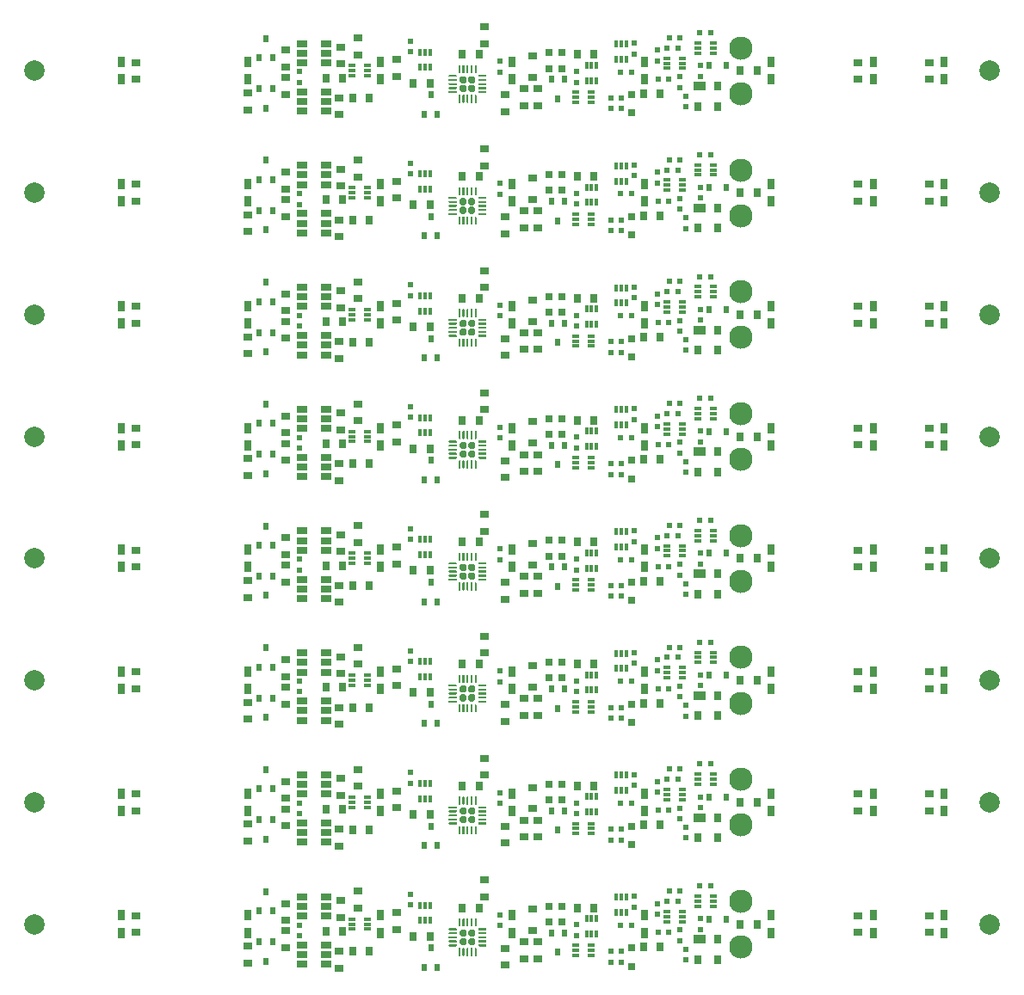
<source format=gbp>
%TF.GenerationSoftware,KiCad,Pcbnew,(5.1.9)-1*%
%TF.CreationDate,2021-03-16T21:41:16+09:00*%
%TF.ProjectId,motordecoder2-roomlight,6d6f746f-7264-4656-936f-646572322d72,rev?*%
%TF.SameCoordinates,PX5b8d800PY7ed6b40*%
%TF.FileFunction,Paste,Bot*%
%TF.FilePolarity,Positive*%
%FSLAX46Y46*%
G04 Gerber Fmt 4.6, Leading zero omitted, Abs format (unit mm)*
G04 Created by KiCad (PCBNEW (5.1.9)-1) date 2021-03-16 21:41:16*
%MOMM*%
%LPD*%
G01*
G04 APERTURE LIST*
%ADD10C,2.000000*%
%ADD11R,0.650000X0.900000*%
%ADD12R,0.500000X0.800000*%
%ADD13R,0.900000X0.650000*%
%ADD14R,0.700000X0.300000*%
%ADD15R,0.300000X0.700000*%
%ADD16R,0.800000X0.700000*%
%ADD17R,0.550000X0.600000*%
%ADD18R,0.700000X0.800000*%
%ADD19R,0.800000X1.000000*%
%ADD20R,0.500000X0.550000*%
%ADD21R,0.500000X0.500000*%
%ADD22R,0.600000X0.800000*%
%ADD23R,1.000000X0.700000*%
%ADD24R,0.900000X0.800000*%
%ADD25R,0.800000X0.800000*%
%ADD26C,2.300000*%
%ADD27R,1.200000X0.900000*%
%ADD28R,0.800000X0.900000*%
%ADD29C,0.100000*%
%ADD30R,0.600000X0.550000*%
G04 APERTURE END LIST*
D10*
%TO.C,REF\u002A\u002A*%
X2500000Y77000000D03*
%TD*%
%TO.C,REF\u002A\u002A*%
X2500000Y89000000D03*
%TD*%
%TO.C,REF\u002A\u002A*%
X2500000Y65000000D03*
%TD*%
%TO.C,REF\u002A\u002A*%
X2500000Y53000000D03*
%TD*%
%TO.C,REF\u002A\u002A*%
X2500000Y17000000D03*
%TD*%
%TO.C,REF\u002A\u002A*%
X2500000Y41000000D03*
%TD*%
%TO.C,REF\u002A\u002A*%
X2500000Y5000000D03*
%TD*%
%TO.C,REF\u002A\u002A*%
X2500000Y29000000D03*
%TD*%
%TO.C,REF\u002A\u002A*%
X96500000Y17000000D03*
%TD*%
%TO.C,REF\u002A\u002A*%
X96500000Y5000000D03*
%TD*%
%TO.C,REF\u002A\u002A*%
X96500000Y41000000D03*
%TD*%
%TO.C,REF\u002A\u002A*%
X96500000Y53000000D03*
%TD*%
%TO.C,REF\u002A\u002A*%
X96500000Y29000000D03*
%TD*%
%TO.C,REF\u002A\u002A*%
X96500000Y65000000D03*
%TD*%
%TO.C,REF\u002A\u002A*%
X96500000Y77000000D03*
%TD*%
%TO.C,REF\u002A\u002A*%
X96500000Y89000000D03*
%TD*%
D11*
%TO.C,R46*%
X33775000Y2300000D03*
X35425000Y2300000D03*
%TD*%
%TO.C,R46*%
X33775000Y14300000D03*
X35425000Y14300000D03*
%TD*%
%TO.C,R46*%
X33775000Y26300000D03*
X35425000Y26300000D03*
%TD*%
%TO.C,R46*%
X33775000Y38300000D03*
X35425000Y38300000D03*
%TD*%
%TO.C,R46*%
X33775000Y50300000D03*
X35425000Y50300000D03*
%TD*%
%TO.C,R46*%
X33775000Y62300000D03*
X35425000Y62300000D03*
%TD*%
%TO.C,R46*%
X33775000Y74300000D03*
X35425000Y74300000D03*
%TD*%
D12*
%TO.C,Q11*%
X25250000Y8200000D03*
X24600000Y6300000D03*
X25900000Y6300000D03*
%TD*%
%TO.C,Q11*%
X25250000Y20200000D03*
X24600000Y18300000D03*
X25900000Y18300000D03*
%TD*%
%TO.C,Q11*%
X25250000Y32200000D03*
X24600000Y30300000D03*
X25900000Y30300000D03*
%TD*%
%TO.C,Q11*%
X25250000Y44200000D03*
X24600000Y42300000D03*
X25900000Y42300000D03*
%TD*%
%TO.C,Q11*%
X25250000Y56200000D03*
X24600000Y54300000D03*
X25900000Y54300000D03*
%TD*%
%TO.C,Q11*%
X25250000Y68200000D03*
X24600000Y66300000D03*
X25900000Y66300000D03*
%TD*%
%TO.C,Q11*%
X25250000Y80200000D03*
X24600000Y78300000D03*
X25900000Y78300000D03*
%TD*%
D13*
%TO.C,R45*%
X50700000Y3225000D03*
X50700000Y1575000D03*
%TD*%
%TO.C,R45*%
X50700000Y15225000D03*
X50700000Y13575000D03*
%TD*%
%TO.C,R45*%
X50700000Y27225000D03*
X50700000Y25575000D03*
%TD*%
%TO.C,R45*%
X50700000Y39225000D03*
X50700000Y37575000D03*
%TD*%
%TO.C,R45*%
X50700000Y51225000D03*
X50700000Y49575000D03*
%TD*%
%TO.C,R45*%
X50700000Y63225000D03*
X50700000Y61575000D03*
%TD*%
%TO.C,R45*%
X50700000Y75225000D03*
X50700000Y73575000D03*
%TD*%
D14*
%TO.C,Q21*%
X64750000Y5250000D03*
X64750000Y5750000D03*
X64750000Y6250000D03*
X66250000Y6250000D03*
X66250000Y5750000D03*
X66250000Y5250000D03*
%TD*%
%TO.C,Q21*%
X64750000Y17250000D03*
X64750000Y17750000D03*
X64750000Y18250000D03*
X66250000Y18250000D03*
X66250000Y17750000D03*
X66250000Y17250000D03*
%TD*%
%TO.C,Q21*%
X64750000Y29250000D03*
X64750000Y29750000D03*
X64750000Y30250000D03*
X66250000Y30250000D03*
X66250000Y29750000D03*
X66250000Y29250000D03*
%TD*%
%TO.C,Q21*%
X64750000Y41250000D03*
X64750000Y41750000D03*
X64750000Y42250000D03*
X66250000Y42250000D03*
X66250000Y41750000D03*
X66250000Y41250000D03*
%TD*%
%TO.C,Q21*%
X64750000Y53250000D03*
X64750000Y53750000D03*
X64750000Y54250000D03*
X66250000Y54250000D03*
X66250000Y53750000D03*
X66250000Y53250000D03*
%TD*%
%TO.C,Q21*%
X64750000Y65250000D03*
X64750000Y65750000D03*
X64750000Y66250000D03*
X66250000Y66250000D03*
X66250000Y65750000D03*
X66250000Y65250000D03*
%TD*%
%TO.C,Q21*%
X64750000Y77250000D03*
X64750000Y77750000D03*
X64750000Y78250000D03*
X66250000Y78250000D03*
X66250000Y77750000D03*
X66250000Y77250000D03*
%TD*%
D12*
%TO.C,Q17*%
X42150000Y750000D03*
X40850000Y750000D03*
X41500000Y2650000D03*
%TD*%
%TO.C,Q17*%
X42150000Y12750000D03*
X40850000Y12750000D03*
X41500000Y14650000D03*
%TD*%
%TO.C,Q17*%
X42150000Y24750000D03*
X40850000Y24750000D03*
X41500000Y26650000D03*
%TD*%
%TO.C,Q17*%
X42150000Y36750000D03*
X40850000Y36750000D03*
X41500000Y38650000D03*
%TD*%
%TO.C,Q17*%
X42150000Y48750000D03*
X40850000Y48750000D03*
X41500000Y50650000D03*
%TD*%
%TO.C,Q17*%
X42150000Y60750000D03*
X40850000Y60750000D03*
X41500000Y62650000D03*
%TD*%
%TO.C,Q17*%
X42150000Y72750000D03*
X40850000Y72750000D03*
X41500000Y74650000D03*
%TD*%
D11*
%TO.C,R43*%
X71925000Y5000000D03*
X73575000Y5000000D03*
%TD*%
%TO.C,R43*%
X71925000Y17000000D03*
X73575000Y17000000D03*
%TD*%
%TO.C,R43*%
X71925000Y29000000D03*
X73575000Y29000000D03*
%TD*%
%TO.C,R43*%
X71925000Y41000000D03*
X73575000Y41000000D03*
%TD*%
%TO.C,R43*%
X71925000Y53000000D03*
X73575000Y53000000D03*
%TD*%
%TO.C,R43*%
X71925000Y65000000D03*
X73575000Y65000000D03*
%TD*%
%TO.C,R43*%
X71925000Y77000000D03*
X73575000Y77000000D03*
%TD*%
D13*
%TO.C,R42*%
X83500000Y4175000D03*
X83500000Y5825000D03*
%TD*%
%TO.C,R42*%
X83500000Y16175000D03*
X83500000Y17825000D03*
%TD*%
%TO.C,R42*%
X83500000Y28175000D03*
X83500000Y29825000D03*
%TD*%
%TO.C,R42*%
X83500000Y40175000D03*
X83500000Y41825000D03*
%TD*%
%TO.C,R42*%
X83500000Y52175000D03*
X83500000Y53825000D03*
%TD*%
%TO.C,R42*%
X83500000Y64175000D03*
X83500000Y65825000D03*
%TD*%
%TO.C,R42*%
X83500000Y76175000D03*
X83500000Y77825000D03*
%TD*%
%TO.C,R41*%
X90500000Y5825000D03*
X90500000Y4175000D03*
%TD*%
%TO.C,R41*%
X90500000Y17825000D03*
X90500000Y16175000D03*
%TD*%
%TO.C,R41*%
X90500000Y29825000D03*
X90500000Y28175000D03*
%TD*%
%TO.C,R41*%
X90500000Y41825000D03*
X90500000Y40175000D03*
%TD*%
%TO.C,R41*%
X90500000Y53825000D03*
X90500000Y52175000D03*
%TD*%
%TO.C,R41*%
X90500000Y65825000D03*
X90500000Y64175000D03*
%TD*%
%TO.C,R41*%
X90500000Y77825000D03*
X90500000Y76175000D03*
%TD*%
D11*
%TO.C,R14*%
X55875000Y6600000D03*
X57525000Y6600000D03*
%TD*%
%TO.C,R14*%
X55875000Y18600000D03*
X57525000Y18600000D03*
%TD*%
%TO.C,R14*%
X55875000Y30600000D03*
X57525000Y30600000D03*
%TD*%
%TO.C,R14*%
X55875000Y42600000D03*
X57525000Y42600000D03*
%TD*%
%TO.C,R14*%
X55875000Y54600000D03*
X57525000Y54600000D03*
%TD*%
%TO.C,R14*%
X55875000Y66600000D03*
X57525000Y66600000D03*
%TD*%
%TO.C,R14*%
X55875000Y78600000D03*
X57525000Y78600000D03*
%TD*%
D13*
%TO.C,R10*%
X27250000Y4325000D03*
X27250000Y2675000D03*
%TD*%
%TO.C,R10*%
X27250000Y16325000D03*
X27250000Y14675000D03*
%TD*%
%TO.C,R10*%
X27250000Y28325000D03*
X27250000Y26675000D03*
%TD*%
%TO.C,R10*%
X27250000Y40325000D03*
X27250000Y38675000D03*
%TD*%
%TO.C,R10*%
X27250000Y52325000D03*
X27250000Y50675000D03*
%TD*%
%TO.C,R10*%
X27250000Y64325000D03*
X27250000Y62675000D03*
%TD*%
%TO.C,R10*%
X27250000Y76325000D03*
X27250000Y74675000D03*
%TD*%
%TO.C,R9*%
X27250000Y5375000D03*
X27250000Y7025000D03*
%TD*%
%TO.C,R9*%
X27250000Y17375000D03*
X27250000Y19025000D03*
%TD*%
%TO.C,R9*%
X27250000Y29375000D03*
X27250000Y31025000D03*
%TD*%
%TO.C,R9*%
X27250000Y41375000D03*
X27250000Y43025000D03*
%TD*%
%TO.C,R9*%
X27250000Y53375000D03*
X27250000Y55025000D03*
%TD*%
%TO.C,R9*%
X27250000Y65375000D03*
X27250000Y67025000D03*
%TD*%
%TO.C,R9*%
X27250000Y77375000D03*
X27250000Y79025000D03*
%TD*%
D11*
%TO.C,R6*%
X32825000Y4300000D03*
X31175000Y4300000D03*
%TD*%
%TO.C,R6*%
X32825000Y16300000D03*
X31175000Y16300000D03*
%TD*%
%TO.C,R6*%
X32825000Y28300000D03*
X31175000Y28300000D03*
%TD*%
%TO.C,R6*%
X32825000Y40300000D03*
X31175000Y40300000D03*
%TD*%
%TO.C,R6*%
X32825000Y52300000D03*
X31175000Y52300000D03*
%TD*%
%TO.C,R6*%
X32825000Y64300000D03*
X31175000Y64300000D03*
%TD*%
%TO.C,R6*%
X32825000Y76300000D03*
X31175000Y76300000D03*
%TD*%
D14*
%TO.C,Q8*%
X69250000Y6750000D03*
X69250000Y7250000D03*
X69250000Y7750000D03*
X67750000Y7750000D03*
X67750000Y7250000D03*
X67750000Y6750000D03*
%TD*%
%TO.C,Q8*%
X69250000Y18750000D03*
X69250000Y19250000D03*
X69250000Y19750000D03*
X67750000Y19750000D03*
X67750000Y19250000D03*
X67750000Y18750000D03*
%TD*%
%TO.C,Q8*%
X69250000Y30750000D03*
X69250000Y31250000D03*
X69250000Y31750000D03*
X67750000Y31750000D03*
X67750000Y31250000D03*
X67750000Y30750000D03*
%TD*%
%TO.C,Q8*%
X69250000Y42750000D03*
X69250000Y43250000D03*
X69250000Y43750000D03*
X67750000Y43750000D03*
X67750000Y43250000D03*
X67750000Y42750000D03*
%TD*%
%TO.C,Q8*%
X69250000Y54750000D03*
X69250000Y55250000D03*
X69250000Y55750000D03*
X67750000Y55750000D03*
X67750000Y55250000D03*
X67750000Y54750000D03*
%TD*%
%TO.C,Q8*%
X69250000Y66750000D03*
X69250000Y67250000D03*
X69250000Y67750000D03*
X67750000Y67750000D03*
X67750000Y67250000D03*
X67750000Y66750000D03*
%TD*%
%TO.C,Q8*%
X69250000Y78750000D03*
X69250000Y79250000D03*
X69250000Y79750000D03*
X67750000Y79750000D03*
X67750000Y79250000D03*
X67750000Y78750000D03*
%TD*%
D13*
%TO.C,R4*%
X32500000Y2325000D03*
X32500000Y675000D03*
%TD*%
%TO.C,R4*%
X32500000Y14325000D03*
X32500000Y12675000D03*
%TD*%
%TO.C,R4*%
X32500000Y26325000D03*
X32500000Y24675000D03*
%TD*%
%TO.C,R4*%
X32500000Y38325000D03*
X32500000Y36675000D03*
%TD*%
%TO.C,R4*%
X32500000Y50325000D03*
X32500000Y48675000D03*
%TD*%
%TO.C,R4*%
X32500000Y62325000D03*
X32500000Y60675000D03*
%TD*%
%TO.C,R4*%
X32500000Y74325000D03*
X32500000Y72675000D03*
%TD*%
%TO.C,R3*%
X32600000Y7325000D03*
X32600000Y5675000D03*
%TD*%
%TO.C,R3*%
X32600000Y19325000D03*
X32600000Y17675000D03*
%TD*%
%TO.C,R3*%
X32600000Y31325000D03*
X32600000Y29675000D03*
%TD*%
%TO.C,R3*%
X32600000Y43325000D03*
X32600000Y41675000D03*
%TD*%
%TO.C,R3*%
X32600000Y55325000D03*
X32600000Y53675000D03*
%TD*%
%TO.C,R3*%
X32600000Y67325000D03*
X32600000Y65675000D03*
%TD*%
%TO.C,R3*%
X32600000Y79325000D03*
X32600000Y77675000D03*
%TD*%
D12*
%TO.C,Q5*%
X53350000Y4150000D03*
X54650000Y4150000D03*
X54000000Y2250000D03*
%TD*%
%TO.C,Q5*%
X53350000Y16150000D03*
X54650000Y16150000D03*
X54000000Y14250000D03*
%TD*%
%TO.C,Q5*%
X53350000Y28150000D03*
X54650000Y28150000D03*
X54000000Y26250000D03*
%TD*%
%TO.C,Q5*%
X53350000Y40150000D03*
X54650000Y40150000D03*
X54000000Y38250000D03*
%TD*%
%TO.C,Q5*%
X53350000Y52150000D03*
X54650000Y52150000D03*
X54000000Y50250000D03*
%TD*%
%TO.C,Q5*%
X53350000Y64150000D03*
X54650000Y64150000D03*
X54000000Y62250000D03*
%TD*%
%TO.C,Q5*%
X53350000Y76150000D03*
X54650000Y76150000D03*
X54000000Y74250000D03*
%TD*%
D13*
%TO.C,R5*%
X34300000Y8225000D03*
X34300000Y6575000D03*
%TD*%
%TO.C,R5*%
X34300000Y20225000D03*
X34300000Y18575000D03*
%TD*%
%TO.C,R5*%
X34300000Y32225000D03*
X34300000Y30575000D03*
%TD*%
%TO.C,R5*%
X34300000Y44225000D03*
X34300000Y42575000D03*
%TD*%
%TO.C,R5*%
X34300000Y56225000D03*
X34300000Y54575000D03*
%TD*%
%TO.C,R5*%
X34300000Y68225000D03*
X34300000Y66575000D03*
%TD*%
%TO.C,R5*%
X34300000Y80225000D03*
X34300000Y78575000D03*
%TD*%
D14*
%TO.C,Q3*%
X33750000Y5500000D03*
X33750000Y5000000D03*
X33750000Y4500000D03*
X35250000Y4500000D03*
X35250000Y5000000D03*
X35250000Y5500000D03*
%TD*%
%TO.C,Q3*%
X33750000Y17500000D03*
X33750000Y17000000D03*
X33750000Y16500000D03*
X35250000Y16500000D03*
X35250000Y17000000D03*
X35250000Y17500000D03*
%TD*%
%TO.C,Q3*%
X33750000Y29500000D03*
X33750000Y29000000D03*
X33750000Y28500000D03*
X35250000Y28500000D03*
X35250000Y29000000D03*
X35250000Y29500000D03*
%TD*%
%TO.C,Q3*%
X33750000Y41500000D03*
X33750000Y41000000D03*
X33750000Y40500000D03*
X35250000Y40500000D03*
X35250000Y41000000D03*
X35250000Y41500000D03*
%TD*%
%TO.C,Q3*%
X33750000Y53500000D03*
X33750000Y53000000D03*
X33750000Y52500000D03*
X35250000Y52500000D03*
X35250000Y53000000D03*
X35250000Y53500000D03*
%TD*%
%TO.C,Q3*%
X33750000Y65500000D03*
X33750000Y65000000D03*
X33750000Y64500000D03*
X35250000Y64500000D03*
X35250000Y65000000D03*
X35250000Y65500000D03*
%TD*%
%TO.C,Q3*%
X33750000Y77500000D03*
X33750000Y77000000D03*
X33750000Y76500000D03*
X35250000Y76500000D03*
X35250000Y77000000D03*
X35250000Y77500000D03*
%TD*%
D15*
%TO.C,Q14*%
X41400000Y6850000D03*
X40900000Y6850000D03*
X40400000Y6850000D03*
X40400000Y5350000D03*
X40900000Y5350000D03*
X41400000Y5350000D03*
%TD*%
%TO.C,Q14*%
X41400000Y18850000D03*
X40900000Y18850000D03*
X40400000Y18850000D03*
X40400000Y17350000D03*
X40900000Y17350000D03*
X41400000Y17350000D03*
%TD*%
%TO.C,Q14*%
X41400000Y30850000D03*
X40900000Y30850000D03*
X40400000Y30850000D03*
X40400000Y29350000D03*
X40900000Y29350000D03*
X41400000Y29350000D03*
%TD*%
%TO.C,Q14*%
X41400000Y42850000D03*
X40900000Y42850000D03*
X40400000Y42850000D03*
X40400000Y41350000D03*
X40900000Y41350000D03*
X41400000Y41350000D03*
%TD*%
%TO.C,Q14*%
X41400000Y54850000D03*
X40900000Y54850000D03*
X40400000Y54850000D03*
X40400000Y53350000D03*
X40900000Y53350000D03*
X41400000Y53350000D03*
%TD*%
%TO.C,Q14*%
X41400000Y66850000D03*
X40900000Y66850000D03*
X40400000Y66850000D03*
X40400000Y65350000D03*
X40900000Y65350000D03*
X41400000Y65350000D03*
%TD*%
%TO.C,Q14*%
X41400000Y78850000D03*
X40900000Y78850000D03*
X40400000Y78850000D03*
X40400000Y77350000D03*
X40900000Y77350000D03*
X41400000Y77350000D03*
%TD*%
D14*
%TO.C,Q13*%
X55750000Y2900000D03*
X55750000Y2400000D03*
X55750000Y1900000D03*
X57250000Y1900000D03*
X57250000Y2400000D03*
X57250000Y2900000D03*
%TD*%
%TO.C,Q13*%
X55750000Y14900000D03*
X55750000Y14400000D03*
X55750000Y13900000D03*
X57250000Y13900000D03*
X57250000Y14400000D03*
X57250000Y14900000D03*
%TD*%
%TO.C,Q13*%
X55750000Y26900000D03*
X55750000Y26400000D03*
X55750000Y25900000D03*
X57250000Y25900000D03*
X57250000Y26400000D03*
X57250000Y26900000D03*
%TD*%
%TO.C,Q13*%
X55750000Y38900000D03*
X55750000Y38400000D03*
X55750000Y37900000D03*
X57250000Y37900000D03*
X57250000Y38400000D03*
X57250000Y38900000D03*
%TD*%
%TO.C,Q13*%
X55750000Y50900000D03*
X55750000Y50400000D03*
X55750000Y49900000D03*
X57250000Y49900000D03*
X57250000Y50400000D03*
X57250000Y50900000D03*
%TD*%
%TO.C,Q13*%
X55750000Y62900000D03*
X55750000Y62400000D03*
X55750000Y61900000D03*
X57250000Y61900000D03*
X57250000Y62400000D03*
X57250000Y62900000D03*
%TD*%
%TO.C,Q13*%
X55750000Y74900000D03*
X55750000Y74400000D03*
X55750000Y73900000D03*
X57250000Y73900000D03*
X57250000Y74400000D03*
X57250000Y74900000D03*
%TD*%
D15*
%TO.C,Q22*%
X59700000Y6150000D03*
X60200000Y6150000D03*
X60700000Y6150000D03*
X60700000Y7650000D03*
X60200000Y7650000D03*
X59700000Y7650000D03*
%TD*%
%TO.C,Q22*%
X59700000Y18150000D03*
X60200000Y18150000D03*
X60700000Y18150000D03*
X60700000Y19650000D03*
X60200000Y19650000D03*
X59700000Y19650000D03*
%TD*%
%TO.C,Q22*%
X59700000Y30150000D03*
X60200000Y30150000D03*
X60700000Y30150000D03*
X60700000Y31650000D03*
X60200000Y31650000D03*
X59700000Y31650000D03*
%TD*%
%TO.C,Q22*%
X59700000Y42150000D03*
X60200000Y42150000D03*
X60700000Y42150000D03*
X60700000Y43650000D03*
X60200000Y43650000D03*
X59700000Y43650000D03*
%TD*%
%TO.C,Q22*%
X59700000Y54150000D03*
X60200000Y54150000D03*
X60700000Y54150000D03*
X60700000Y55650000D03*
X60200000Y55650000D03*
X59700000Y55650000D03*
%TD*%
%TO.C,Q22*%
X59700000Y66150000D03*
X60200000Y66150000D03*
X60700000Y66150000D03*
X60700000Y67650000D03*
X60200000Y67650000D03*
X59700000Y67650000D03*
%TD*%
%TO.C,Q22*%
X59700000Y78150000D03*
X60200000Y78150000D03*
X60700000Y78150000D03*
X60700000Y79650000D03*
X60200000Y79650000D03*
X59700000Y79650000D03*
%TD*%
D16*
%TO.C,D22*%
X61250000Y2650000D03*
X61250000Y850000D03*
%TD*%
%TO.C,D22*%
X61250000Y14650000D03*
X61250000Y12850000D03*
%TD*%
%TO.C,D22*%
X61250000Y26650000D03*
X61250000Y24850000D03*
%TD*%
%TO.C,D22*%
X61250000Y38650000D03*
X61250000Y36850000D03*
%TD*%
%TO.C,D22*%
X61250000Y50650000D03*
X61250000Y48850000D03*
%TD*%
%TO.C,D22*%
X61250000Y62650000D03*
X61250000Y60850000D03*
%TD*%
%TO.C,D22*%
X61250000Y74650000D03*
X61250000Y72850000D03*
%TD*%
D17*
%TO.C,R15*%
X67975000Y8750000D03*
X69025000Y8750000D03*
%TD*%
%TO.C,R15*%
X67975000Y20750000D03*
X69025000Y20750000D03*
%TD*%
%TO.C,R15*%
X67975000Y32750000D03*
X69025000Y32750000D03*
%TD*%
%TO.C,R15*%
X67975000Y44750000D03*
X69025000Y44750000D03*
%TD*%
%TO.C,R15*%
X67975000Y56750000D03*
X69025000Y56750000D03*
%TD*%
%TO.C,R15*%
X67975000Y68750000D03*
X69025000Y68750000D03*
%TD*%
%TO.C,R15*%
X67975000Y80750000D03*
X69025000Y80750000D03*
%TD*%
D13*
%TO.C,R12*%
X52000000Y3225000D03*
X52000000Y1575000D03*
%TD*%
%TO.C,R12*%
X52000000Y15225000D03*
X52000000Y13575000D03*
%TD*%
%TO.C,R12*%
X52000000Y27225000D03*
X52000000Y25575000D03*
%TD*%
%TO.C,R12*%
X52000000Y39225000D03*
X52000000Y37575000D03*
%TD*%
%TO.C,R12*%
X52000000Y51225000D03*
X52000000Y49575000D03*
%TD*%
%TO.C,R12*%
X52000000Y63225000D03*
X52000000Y61575000D03*
%TD*%
%TO.C,R12*%
X52000000Y75225000D03*
X52000000Y73575000D03*
%TD*%
D12*
%TO.C,Q12*%
X25250000Y1350000D03*
X25900000Y3250000D03*
X24600000Y3250000D03*
%TD*%
%TO.C,Q12*%
X25250000Y13350000D03*
X25900000Y15250000D03*
X24600000Y15250000D03*
%TD*%
%TO.C,Q12*%
X25250000Y25350000D03*
X25900000Y27250000D03*
X24600000Y27250000D03*
%TD*%
%TO.C,Q12*%
X25250000Y37350000D03*
X25900000Y39250000D03*
X24600000Y39250000D03*
%TD*%
%TO.C,Q12*%
X25250000Y49350000D03*
X25900000Y51250000D03*
X24600000Y51250000D03*
%TD*%
%TO.C,Q12*%
X25250000Y61350000D03*
X25900000Y63250000D03*
X24600000Y63250000D03*
%TD*%
%TO.C,Q12*%
X25250000Y73350000D03*
X25900000Y75250000D03*
X24600000Y75250000D03*
%TD*%
D18*
%TO.C,C4*%
X54400000Y5225000D03*
X54400000Y6775000D03*
%TD*%
%TO.C,C4*%
X54400000Y17225000D03*
X54400000Y18775000D03*
%TD*%
%TO.C,C4*%
X54400000Y29225000D03*
X54400000Y30775000D03*
%TD*%
%TO.C,C4*%
X54400000Y41225000D03*
X54400000Y42775000D03*
%TD*%
%TO.C,C4*%
X54400000Y53225000D03*
X54400000Y54775000D03*
%TD*%
%TO.C,C4*%
X54400000Y65225000D03*
X54400000Y66775000D03*
%TD*%
%TO.C,C4*%
X54400000Y77225000D03*
X54400000Y78775000D03*
%TD*%
D19*
%TO.C,D43*%
X75000000Y5850000D03*
X75000000Y4150000D03*
%TD*%
%TO.C,D43*%
X75000000Y17850000D03*
X75000000Y16150000D03*
%TD*%
%TO.C,D43*%
X75000000Y29850000D03*
X75000000Y28150000D03*
%TD*%
%TO.C,D43*%
X75000000Y41850000D03*
X75000000Y40150000D03*
%TD*%
%TO.C,D43*%
X75000000Y53850000D03*
X75000000Y52150000D03*
%TD*%
%TO.C,D43*%
X75000000Y65850000D03*
X75000000Y64150000D03*
%TD*%
%TO.C,D43*%
X75000000Y77850000D03*
X75000000Y76150000D03*
%TD*%
D20*
%TO.C,C12*%
X60200000Y2325000D03*
D21*
X60200000Y1275000D03*
%TD*%
D20*
%TO.C,C12*%
X60200000Y14325000D03*
D21*
X60200000Y13275000D03*
%TD*%
D20*
%TO.C,C12*%
X60200000Y26325000D03*
D21*
X60200000Y25275000D03*
%TD*%
D20*
%TO.C,C12*%
X60200000Y38325000D03*
D21*
X60200000Y37275000D03*
%TD*%
D20*
%TO.C,C12*%
X60200000Y50325000D03*
D21*
X60200000Y49275000D03*
%TD*%
D20*
%TO.C,C12*%
X60200000Y62325000D03*
D21*
X60200000Y61275000D03*
%TD*%
D20*
%TO.C,C12*%
X60200000Y74325000D03*
D21*
X60200000Y73275000D03*
%TD*%
D20*
%TO.C,C5*%
X48300000Y5925000D03*
D21*
X48300000Y4875000D03*
%TD*%
D20*
%TO.C,C5*%
X48300000Y17925000D03*
D21*
X48300000Y16875000D03*
%TD*%
D20*
%TO.C,C5*%
X48300000Y29925000D03*
D21*
X48300000Y28875000D03*
%TD*%
D20*
%TO.C,C5*%
X48300000Y41925000D03*
D21*
X48300000Y40875000D03*
%TD*%
D20*
%TO.C,C5*%
X48300000Y53925000D03*
D21*
X48300000Y52875000D03*
%TD*%
D20*
%TO.C,C5*%
X48300000Y65925000D03*
D21*
X48300000Y64875000D03*
%TD*%
D20*
%TO.C,C5*%
X48300000Y77925000D03*
D21*
X48300000Y76875000D03*
%TD*%
D19*
%TO.C,D48*%
X11000000Y5850000D03*
X11000000Y4150000D03*
%TD*%
%TO.C,D48*%
X11000000Y17850000D03*
X11000000Y16150000D03*
%TD*%
%TO.C,D48*%
X11000000Y29850000D03*
X11000000Y28150000D03*
%TD*%
%TO.C,D48*%
X11000000Y41850000D03*
X11000000Y40150000D03*
%TD*%
%TO.C,D48*%
X11000000Y53850000D03*
X11000000Y52150000D03*
%TD*%
%TO.C,D48*%
X11000000Y65850000D03*
X11000000Y64150000D03*
%TD*%
%TO.C,D48*%
X11000000Y77850000D03*
X11000000Y76150000D03*
%TD*%
%TO.C,D47*%
X23500000Y4150000D03*
X23500000Y5850000D03*
%TD*%
%TO.C,D47*%
X23500000Y16150000D03*
X23500000Y17850000D03*
%TD*%
%TO.C,D47*%
X23500000Y28150000D03*
X23500000Y29850000D03*
%TD*%
%TO.C,D47*%
X23500000Y40150000D03*
X23500000Y41850000D03*
%TD*%
%TO.C,D47*%
X23500000Y52150000D03*
X23500000Y53850000D03*
%TD*%
%TO.C,D47*%
X23500000Y64150000D03*
X23500000Y65850000D03*
%TD*%
%TO.C,D47*%
X23500000Y76150000D03*
X23500000Y77850000D03*
%TD*%
D20*
%TO.C,C1*%
X66600000Y2525000D03*
D21*
X66600000Y1475000D03*
%TD*%
D20*
%TO.C,C1*%
X66600000Y14525000D03*
D21*
X66600000Y13475000D03*
%TD*%
D20*
%TO.C,C1*%
X66600000Y26525000D03*
D21*
X66600000Y25475000D03*
%TD*%
D20*
%TO.C,C1*%
X66600000Y38525000D03*
D21*
X66600000Y37475000D03*
%TD*%
D20*
%TO.C,C1*%
X66600000Y50525000D03*
D21*
X66600000Y49475000D03*
%TD*%
D20*
%TO.C,C1*%
X66600000Y62525000D03*
D21*
X66600000Y61475000D03*
%TD*%
D20*
%TO.C,C1*%
X66600000Y74525000D03*
D21*
X66600000Y73475000D03*
%TD*%
D19*
%TO.C,D45*%
X49500000Y5850000D03*
X49500000Y4150000D03*
%TD*%
%TO.C,D45*%
X49500000Y17850000D03*
X49500000Y16150000D03*
%TD*%
%TO.C,D45*%
X49500000Y29850000D03*
X49500000Y28150000D03*
%TD*%
%TO.C,D45*%
X49500000Y41850000D03*
X49500000Y40150000D03*
%TD*%
%TO.C,D45*%
X49500000Y53850000D03*
X49500000Y52150000D03*
%TD*%
%TO.C,D45*%
X49500000Y65850000D03*
X49500000Y64150000D03*
%TD*%
%TO.C,D45*%
X49500000Y77850000D03*
X49500000Y76150000D03*
%TD*%
D20*
%TO.C,C11*%
X68000000Y4475000D03*
D21*
X68000000Y5525000D03*
%TD*%
D20*
%TO.C,C11*%
X68000000Y16475000D03*
D21*
X68000000Y17525000D03*
%TD*%
D20*
%TO.C,C11*%
X68000000Y28475000D03*
D21*
X68000000Y29525000D03*
%TD*%
D20*
%TO.C,C11*%
X68000000Y40475000D03*
D21*
X68000000Y41525000D03*
%TD*%
D20*
%TO.C,C11*%
X68000000Y52475000D03*
D21*
X68000000Y53525000D03*
%TD*%
D20*
%TO.C,C11*%
X68000000Y64475000D03*
D21*
X68000000Y65525000D03*
%TD*%
D20*
%TO.C,C11*%
X68000000Y76475000D03*
D21*
X68000000Y77525000D03*
%TD*%
D19*
%TO.C,D44*%
X62500000Y5850000D03*
X62500000Y4150000D03*
%TD*%
%TO.C,D44*%
X62500000Y17850000D03*
X62500000Y16150000D03*
%TD*%
%TO.C,D44*%
X62500000Y29850000D03*
X62500000Y28150000D03*
%TD*%
%TO.C,D44*%
X62500000Y41850000D03*
X62500000Y40150000D03*
%TD*%
%TO.C,D44*%
X62500000Y53850000D03*
X62500000Y52150000D03*
%TD*%
%TO.C,D44*%
X62500000Y65850000D03*
X62500000Y64150000D03*
%TD*%
%TO.C,D44*%
X62500000Y77850000D03*
X62500000Y76150000D03*
%TD*%
D20*
%TO.C,C6*%
X39500000Y6875000D03*
D21*
X39500000Y7925000D03*
%TD*%
D20*
%TO.C,C6*%
X39500000Y18875000D03*
D21*
X39500000Y19925000D03*
%TD*%
D20*
%TO.C,C6*%
X39500000Y30875000D03*
D21*
X39500000Y31925000D03*
%TD*%
D20*
%TO.C,C6*%
X39500000Y42875000D03*
D21*
X39500000Y43925000D03*
%TD*%
D20*
%TO.C,C6*%
X39500000Y54875000D03*
D21*
X39500000Y55925000D03*
%TD*%
D20*
%TO.C,C6*%
X39500000Y66875000D03*
D21*
X39500000Y67925000D03*
%TD*%
D20*
%TO.C,C6*%
X39500000Y78875000D03*
D21*
X39500000Y79925000D03*
%TD*%
D22*
%TO.C,D21*%
X68900000Y5500000D03*
X70600000Y5500000D03*
%TD*%
%TO.C,D21*%
X68900000Y17500000D03*
X70600000Y17500000D03*
%TD*%
%TO.C,D21*%
X68900000Y29500000D03*
X70600000Y29500000D03*
%TD*%
%TO.C,D21*%
X68900000Y41500000D03*
X70600000Y41500000D03*
%TD*%
%TO.C,D21*%
X68900000Y53500000D03*
X70600000Y53500000D03*
%TD*%
%TO.C,D21*%
X68900000Y65500000D03*
X70600000Y65500000D03*
%TD*%
%TO.C,D21*%
X68900000Y77500000D03*
X70600000Y77500000D03*
%TD*%
D19*
%TO.C,D41*%
X92000000Y4150000D03*
X92000000Y5850000D03*
%TD*%
%TO.C,D41*%
X92000000Y16150000D03*
X92000000Y17850000D03*
%TD*%
%TO.C,D41*%
X92000000Y28150000D03*
X92000000Y29850000D03*
%TD*%
%TO.C,D41*%
X92000000Y40150000D03*
X92000000Y41850000D03*
%TD*%
%TO.C,D41*%
X92000000Y52150000D03*
X92000000Y53850000D03*
%TD*%
%TO.C,D41*%
X92000000Y64150000D03*
X92000000Y65850000D03*
%TD*%
%TO.C,D41*%
X92000000Y76150000D03*
X92000000Y77850000D03*
%TD*%
%TO.C,D42*%
X85000000Y5850000D03*
X85000000Y4150000D03*
%TD*%
%TO.C,D42*%
X85000000Y17850000D03*
X85000000Y16150000D03*
%TD*%
%TO.C,D42*%
X85000000Y29850000D03*
X85000000Y28150000D03*
%TD*%
%TO.C,D42*%
X85000000Y41850000D03*
X85000000Y40150000D03*
%TD*%
%TO.C,D42*%
X85000000Y53850000D03*
X85000000Y52150000D03*
%TD*%
%TO.C,D42*%
X85000000Y65850000D03*
X85000000Y64150000D03*
%TD*%
%TO.C,D42*%
X85000000Y77850000D03*
X85000000Y76150000D03*
%TD*%
%TO.C,D46*%
X36500000Y4150000D03*
X36500000Y5850000D03*
%TD*%
%TO.C,D46*%
X36500000Y16150000D03*
X36500000Y17850000D03*
%TD*%
%TO.C,D46*%
X36500000Y28150000D03*
X36500000Y29850000D03*
%TD*%
%TO.C,D46*%
X36500000Y40150000D03*
X36500000Y41850000D03*
%TD*%
%TO.C,D46*%
X36500000Y52150000D03*
X36500000Y53850000D03*
%TD*%
%TO.C,D46*%
X36500000Y64150000D03*
X36500000Y65850000D03*
%TD*%
%TO.C,D46*%
X36500000Y76150000D03*
X36500000Y77850000D03*
%TD*%
D23*
%TO.C,Q1*%
X31200000Y7700000D03*
X31200000Y6750000D03*
X31200000Y5800000D03*
X28800000Y5800000D03*
X28800000Y6750000D03*
X28800000Y7700000D03*
%TD*%
%TO.C,Q1*%
X31200000Y19700000D03*
X31200000Y18750000D03*
X31200000Y17800000D03*
X28800000Y17800000D03*
X28800000Y18750000D03*
X28800000Y19700000D03*
%TD*%
%TO.C,Q1*%
X31200000Y31700000D03*
X31200000Y30750000D03*
X31200000Y29800000D03*
X28800000Y29800000D03*
X28800000Y30750000D03*
X28800000Y31700000D03*
%TD*%
%TO.C,Q1*%
X31200000Y43700000D03*
X31200000Y42750000D03*
X31200000Y41800000D03*
X28800000Y41800000D03*
X28800000Y42750000D03*
X28800000Y43700000D03*
%TD*%
%TO.C,Q1*%
X31200000Y55700000D03*
X31200000Y54750000D03*
X31200000Y53800000D03*
X28800000Y53800000D03*
X28800000Y54750000D03*
X28800000Y55700000D03*
%TD*%
%TO.C,Q1*%
X31200000Y67700000D03*
X31200000Y66750000D03*
X31200000Y65800000D03*
X28800000Y65800000D03*
X28800000Y66750000D03*
X28800000Y67700000D03*
%TD*%
%TO.C,Q1*%
X31200000Y79700000D03*
X31200000Y78750000D03*
X31200000Y77800000D03*
X28800000Y77800000D03*
X28800000Y78750000D03*
X28800000Y79700000D03*
%TD*%
D21*
%TO.C,C7*%
X28600000Y4915000D03*
D20*
X28600000Y3865000D03*
%TD*%
D21*
%TO.C,C7*%
X28600000Y16915000D03*
D20*
X28600000Y15865000D03*
%TD*%
D21*
%TO.C,C7*%
X28600000Y28915000D03*
D20*
X28600000Y27865000D03*
%TD*%
D21*
%TO.C,C7*%
X28600000Y40915000D03*
D20*
X28600000Y39865000D03*
%TD*%
D21*
%TO.C,C7*%
X28600000Y52915000D03*
D20*
X28600000Y51865000D03*
%TD*%
D21*
%TO.C,C7*%
X28600000Y64915000D03*
D20*
X28600000Y63865000D03*
%TD*%
D21*
%TO.C,C7*%
X28600000Y76915000D03*
D20*
X28600000Y75865000D03*
%TD*%
D23*
%TO.C,Q2*%
X28800000Y2950000D03*
X28800000Y2000000D03*
X28800000Y1050000D03*
X31200000Y1050000D03*
X31200000Y2000000D03*
X31200000Y2950000D03*
%TD*%
%TO.C,Q2*%
X28800000Y14950000D03*
X28800000Y14000000D03*
X28800000Y13050000D03*
X31200000Y13050000D03*
X31200000Y14000000D03*
X31200000Y14950000D03*
%TD*%
%TO.C,Q2*%
X28800000Y26950000D03*
X28800000Y26000000D03*
X28800000Y25050000D03*
X31200000Y25050000D03*
X31200000Y26000000D03*
X31200000Y26950000D03*
%TD*%
%TO.C,Q2*%
X28800000Y38950000D03*
X28800000Y38000000D03*
X28800000Y37050000D03*
X31200000Y37050000D03*
X31200000Y38000000D03*
X31200000Y38950000D03*
%TD*%
%TO.C,Q2*%
X28800000Y50950000D03*
X28800000Y50000000D03*
X28800000Y49050000D03*
X31200000Y49050000D03*
X31200000Y50000000D03*
X31200000Y50950000D03*
%TD*%
%TO.C,Q2*%
X28800000Y62950000D03*
X28800000Y62000000D03*
X28800000Y61050000D03*
X31200000Y61050000D03*
X31200000Y62000000D03*
X31200000Y62950000D03*
%TD*%
%TO.C,Q2*%
X28800000Y74950000D03*
X28800000Y74000000D03*
X28800000Y73050000D03*
X31200000Y73050000D03*
X31200000Y74000000D03*
X31200000Y74950000D03*
%TD*%
D15*
%TO.C,Q6*%
X56800000Y5550000D03*
X57300000Y5550000D03*
X57800000Y5550000D03*
X57800000Y4050000D03*
X57300000Y4050000D03*
X56800000Y4050000D03*
%TD*%
%TO.C,Q6*%
X56800000Y17550000D03*
X57300000Y17550000D03*
X57800000Y17550000D03*
X57800000Y16050000D03*
X57300000Y16050000D03*
X56800000Y16050000D03*
%TD*%
%TO.C,Q6*%
X56800000Y29550000D03*
X57300000Y29550000D03*
X57800000Y29550000D03*
X57800000Y28050000D03*
X57300000Y28050000D03*
X56800000Y28050000D03*
%TD*%
%TO.C,Q6*%
X56800000Y41550000D03*
X57300000Y41550000D03*
X57800000Y41550000D03*
X57800000Y40050000D03*
X57300000Y40050000D03*
X56800000Y40050000D03*
%TD*%
%TO.C,Q6*%
X56800000Y53550000D03*
X57300000Y53550000D03*
X57800000Y53550000D03*
X57800000Y52050000D03*
X57300000Y52050000D03*
X56800000Y52050000D03*
%TD*%
%TO.C,Q6*%
X56800000Y65550000D03*
X57300000Y65550000D03*
X57800000Y65550000D03*
X57800000Y64050000D03*
X57300000Y64050000D03*
X56800000Y64050000D03*
%TD*%
%TO.C,Q6*%
X56800000Y77550000D03*
X57300000Y77550000D03*
X57800000Y77550000D03*
X57800000Y76050000D03*
X57300000Y76050000D03*
X56800000Y76050000D03*
%TD*%
D24*
%TO.C,D3*%
X51500000Y6450000D03*
X51500000Y4350000D03*
%TD*%
%TO.C,D3*%
X51500000Y18450000D03*
X51500000Y16350000D03*
%TD*%
%TO.C,D3*%
X51500000Y30450000D03*
X51500000Y28350000D03*
%TD*%
%TO.C,D3*%
X51500000Y42450000D03*
X51500000Y40350000D03*
%TD*%
%TO.C,D3*%
X51500000Y54450000D03*
X51500000Y52350000D03*
%TD*%
%TO.C,D3*%
X51500000Y66450000D03*
X51500000Y64350000D03*
%TD*%
%TO.C,D3*%
X51500000Y78450000D03*
X51500000Y76350000D03*
%TD*%
D25*
%TO.C,C3*%
X53100000Y5225000D03*
X53100000Y6775000D03*
%TD*%
%TO.C,C3*%
X53100000Y17225000D03*
X53100000Y18775000D03*
%TD*%
%TO.C,C3*%
X53100000Y29225000D03*
X53100000Y30775000D03*
%TD*%
%TO.C,C3*%
X53100000Y41225000D03*
X53100000Y42775000D03*
%TD*%
%TO.C,C3*%
X53100000Y53225000D03*
X53100000Y54775000D03*
%TD*%
%TO.C,C3*%
X53100000Y65225000D03*
X53100000Y66775000D03*
%TD*%
%TO.C,C3*%
X53100000Y77225000D03*
X53100000Y78775000D03*
%TD*%
D26*
%TO.C,P3*%
X72000000Y2750000D03*
%TD*%
%TO.C,P3*%
X72000000Y14750000D03*
%TD*%
%TO.C,P3*%
X72000000Y26750000D03*
%TD*%
%TO.C,P3*%
X72000000Y38750000D03*
%TD*%
%TO.C,P3*%
X72000000Y50750000D03*
%TD*%
%TO.C,P3*%
X72000000Y62750000D03*
%TD*%
%TO.C,P3*%
X72000000Y74750000D03*
%TD*%
%TO.C,P1*%
X72000000Y7250000D03*
%TD*%
%TO.C,P1*%
X72000000Y19250000D03*
%TD*%
%TO.C,P1*%
X72000000Y31250000D03*
%TD*%
%TO.C,P1*%
X72000000Y43250000D03*
%TD*%
%TO.C,P1*%
X72000000Y55250000D03*
%TD*%
%TO.C,P1*%
X72000000Y67250000D03*
%TD*%
%TO.C,P1*%
X72000000Y79250000D03*
%TD*%
D11*
%TO.C,R44*%
X62425000Y2750000D03*
X64075000Y2750000D03*
%TD*%
%TO.C,R44*%
X62425000Y14750000D03*
X64075000Y14750000D03*
%TD*%
%TO.C,R44*%
X62425000Y26750000D03*
X64075000Y26750000D03*
%TD*%
%TO.C,R44*%
X62425000Y38750000D03*
X64075000Y38750000D03*
%TD*%
%TO.C,R44*%
X62425000Y50750000D03*
X64075000Y50750000D03*
%TD*%
%TO.C,R44*%
X62425000Y62750000D03*
X64075000Y62750000D03*
%TD*%
%TO.C,R44*%
X62425000Y74750000D03*
X64075000Y74750000D03*
%TD*%
D27*
%TO.C,D1*%
X67950000Y3500000D03*
D28*
X69750000Y3500000D03*
X69750000Y1500000D03*
X67750000Y1500000D03*
%TD*%
D27*
%TO.C,D1*%
X67950000Y15500000D03*
D28*
X69750000Y15500000D03*
X69750000Y13500000D03*
X67750000Y13500000D03*
%TD*%
D27*
%TO.C,D1*%
X67950000Y27500000D03*
D28*
X69750000Y27500000D03*
X69750000Y25500000D03*
X67750000Y25500000D03*
%TD*%
D27*
%TO.C,D1*%
X67950000Y39500000D03*
D28*
X69750000Y39500000D03*
X69750000Y37500000D03*
X67750000Y37500000D03*
%TD*%
D27*
%TO.C,D1*%
X67950000Y51500000D03*
D28*
X69750000Y51500000D03*
X69750000Y49500000D03*
X67750000Y49500000D03*
%TD*%
D27*
%TO.C,D1*%
X67950000Y63500000D03*
D28*
X69750000Y63500000D03*
X69750000Y61500000D03*
X67750000Y61500000D03*
%TD*%
D27*
%TO.C,D1*%
X67950000Y75500000D03*
D28*
X69750000Y75500000D03*
X69750000Y73500000D03*
X67750000Y73500000D03*
%TD*%
D17*
%TO.C,R31*%
X64725000Y7250000D03*
X65775000Y7250000D03*
%TD*%
%TO.C,R31*%
X64725000Y19250000D03*
X65775000Y19250000D03*
%TD*%
%TO.C,R31*%
X64725000Y31250000D03*
X65775000Y31250000D03*
%TD*%
%TO.C,R31*%
X64725000Y43250000D03*
X65775000Y43250000D03*
%TD*%
%TO.C,R31*%
X64725000Y55250000D03*
X65775000Y55250000D03*
%TD*%
%TO.C,R31*%
X64725000Y67250000D03*
X65775000Y67250000D03*
%TD*%
%TO.C,R31*%
X64725000Y79250000D03*
X65775000Y79250000D03*
%TD*%
D11*
%TO.C,R7*%
X39775000Y3800000D03*
X41425000Y3800000D03*
%TD*%
%TO.C,R7*%
X39775000Y15800000D03*
X41425000Y15800000D03*
%TD*%
%TO.C,R7*%
X39775000Y27800000D03*
X41425000Y27800000D03*
%TD*%
%TO.C,R7*%
X39775000Y39800000D03*
X41425000Y39800000D03*
%TD*%
%TO.C,R7*%
X39775000Y51800000D03*
X41425000Y51800000D03*
%TD*%
%TO.C,R7*%
X39775000Y63800000D03*
X41425000Y63800000D03*
%TD*%
%TO.C,R7*%
X39775000Y75800000D03*
X41425000Y75800000D03*
%TD*%
D13*
%TO.C,R2*%
X48800000Y975000D03*
X48800000Y2625000D03*
%TD*%
%TO.C,R2*%
X48800000Y12975000D03*
X48800000Y14625000D03*
%TD*%
%TO.C,R2*%
X48800000Y24975000D03*
X48800000Y26625000D03*
%TD*%
%TO.C,R2*%
X48800000Y36975000D03*
X48800000Y38625000D03*
%TD*%
%TO.C,R2*%
X48800000Y48975000D03*
X48800000Y50625000D03*
%TD*%
%TO.C,R2*%
X48800000Y60975000D03*
X48800000Y62625000D03*
%TD*%
%TO.C,R2*%
X48800000Y72975000D03*
X48800000Y74625000D03*
%TD*%
D11*
%TO.C,R11*%
X44575000Y6600000D03*
X46225000Y6600000D03*
%TD*%
%TO.C,R11*%
X44575000Y18600000D03*
X46225000Y18600000D03*
%TD*%
%TO.C,R11*%
X44575000Y30600000D03*
X46225000Y30600000D03*
%TD*%
%TO.C,R11*%
X44575000Y42600000D03*
X46225000Y42600000D03*
%TD*%
%TO.C,R11*%
X44575000Y54600000D03*
X46225000Y54600000D03*
%TD*%
%TO.C,R11*%
X44575000Y66600000D03*
X46225000Y66600000D03*
%TD*%
%TO.C,R11*%
X44575000Y78600000D03*
X46225000Y78600000D03*
%TD*%
D29*
%TO.C,U2*%
G36*
X46190245Y4400961D02*
G01*
X46180866Y4403806D01*
X46172221Y4408427D01*
X46164645Y4414645D01*
X46158427Y4422221D01*
X46153806Y4430866D01*
X46150961Y4440245D01*
X46150000Y4450000D01*
X46150000Y4499289D01*
X46150961Y4509044D01*
X46153806Y4518423D01*
X46158427Y4527068D01*
X46164645Y4534644D01*
X46215356Y4585355D01*
X46222932Y4591573D01*
X46231577Y4596194D01*
X46240956Y4599039D01*
X46250711Y4600000D01*
X46900000Y4600000D01*
X46909755Y4599039D01*
X46919134Y4596194D01*
X46927779Y4591573D01*
X46935355Y4585355D01*
X46941573Y4577779D01*
X46946194Y4569134D01*
X46949039Y4559755D01*
X46950000Y4550000D01*
X46950000Y4450000D01*
X46949039Y4440245D01*
X46946194Y4430866D01*
X46941573Y4422221D01*
X46935355Y4414645D01*
X46927779Y4408427D01*
X46919134Y4403806D01*
X46909755Y4400961D01*
X46900000Y4400000D01*
X46200000Y4400000D01*
X46190245Y4400961D01*
G37*
G36*
G01*
X46950000Y4150000D02*
X46950000Y4050000D01*
G75*
G02*
X46900000Y4000000I-50000J0D01*
G01*
X46200000Y4000000D01*
G75*
G02*
X46150000Y4050000I0J50000D01*
G01*
X46150000Y4150000D01*
G75*
G02*
X46200000Y4200000I50000J0D01*
G01*
X46900000Y4200000D01*
G75*
G02*
X46950000Y4150000I0J-50000D01*
G01*
G37*
G36*
G01*
X46950000Y3750000D02*
X46950000Y3650000D01*
G75*
G02*
X46900000Y3600000I-50000J0D01*
G01*
X46200000Y3600000D01*
G75*
G02*
X46150000Y3650000I0J50000D01*
G01*
X46150000Y3750000D01*
G75*
G02*
X46200000Y3800000I50000J0D01*
G01*
X46900000Y3800000D01*
G75*
G02*
X46950000Y3750000I0J-50000D01*
G01*
G37*
G36*
G01*
X46950000Y3350000D02*
X46950000Y3250000D01*
G75*
G02*
X46900000Y3200000I-50000J0D01*
G01*
X46200000Y3200000D01*
G75*
G02*
X46150000Y3250000I0J50000D01*
G01*
X46150000Y3350000D01*
G75*
G02*
X46200000Y3400000I50000J0D01*
G01*
X46900000Y3400000D01*
G75*
G02*
X46950000Y3350000I0J-50000D01*
G01*
G37*
G36*
X46240956Y2800961D02*
G01*
X46231577Y2803806D01*
X46222932Y2808427D01*
X46215356Y2814645D01*
X46164645Y2865356D01*
X46158427Y2872932D01*
X46153806Y2881577D01*
X46150961Y2890956D01*
X46150000Y2900711D01*
X46150000Y2950000D01*
X46150961Y2959755D01*
X46153806Y2969134D01*
X46158427Y2977779D01*
X46164645Y2985355D01*
X46172221Y2991573D01*
X46180866Y2996194D01*
X46190245Y2999039D01*
X46200000Y3000000D01*
X46900000Y3000000D01*
X46909755Y2999039D01*
X46919134Y2996194D01*
X46927779Y2991573D01*
X46935355Y2985355D01*
X46941573Y2977779D01*
X46946194Y2969134D01*
X46949039Y2959755D01*
X46950000Y2950000D01*
X46950000Y2850000D01*
X46949039Y2840245D01*
X46946194Y2830866D01*
X46941573Y2822221D01*
X46935355Y2814645D01*
X46927779Y2808427D01*
X46919134Y2803806D01*
X46909755Y2800961D01*
X46900000Y2800000D01*
X46250711Y2800000D01*
X46240956Y2800961D01*
G37*
G36*
X45840245Y1850961D02*
G01*
X45830866Y1853806D01*
X45822221Y1858427D01*
X45814645Y1864645D01*
X45808427Y1872221D01*
X45803806Y1880866D01*
X45800961Y1890245D01*
X45800000Y1900000D01*
X45800000Y2600000D01*
X45800961Y2609755D01*
X45803806Y2619134D01*
X45808427Y2627779D01*
X45814645Y2635355D01*
X45822221Y2641573D01*
X45830866Y2646194D01*
X45840245Y2649039D01*
X45850000Y2650000D01*
X45899289Y2650000D01*
X45909044Y2649039D01*
X45918423Y2646194D01*
X45927068Y2641573D01*
X45934644Y2635355D01*
X45985355Y2584644D01*
X45991573Y2577068D01*
X45996194Y2568423D01*
X45999039Y2559044D01*
X46000000Y2549289D01*
X46000000Y1900000D01*
X45999039Y1890245D01*
X45996194Y1880866D01*
X45991573Y1872221D01*
X45985355Y1864645D01*
X45977779Y1858427D01*
X45969134Y1853806D01*
X45959755Y1850961D01*
X45950000Y1850000D01*
X45850000Y1850000D01*
X45840245Y1850961D01*
G37*
G36*
G01*
X45600000Y2600000D02*
X45600000Y1900000D01*
G75*
G02*
X45550000Y1850000I-50000J0D01*
G01*
X45450000Y1850000D01*
G75*
G02*
X45400000Y1900000I0J50000D01*
G01*
X45400000Y2600000D01*
G75*
G02*
X45450000Y2650000I50000J0D01*
G01*
X45550000Y2650000D01*
G75*
G02*
X45600000Y2600000I0J-50000D01*
G01*
G37*
G36*
G01*
X45200000Y2600000D02*
X45200000Y1900000D01*
G75*
G02*
X45150000Y1850000I-50000J0D01*
G01*
X45050000Y1850000D01*
G75*
G02*
X45000000Y1900000I0J50000D01*
G01*
X45000000Y2600000D01*
G75*
G02*
X45050000Y2650000I50000J0D01*
G01*
X45150000Y2650000D01*
G75*
G02*
X45200000Y2600000I0J-50000D01*
G01*
G37*
G36*
G01*
X44800000Y2600000D02*
X44800000Y1900000D01*
G75*
G02*
X44750000Y1850000I-50000J0D01*
G01*
X44650000Y1850000D01*
G75*
G02*
X44600000Y1900000I0J50000D01*
G01*
X44600000Y2600000D01*
G75*
G02*
X44650000Y2650000I50000J0D01*
G01*
X44750000Y2650000D01*
G75*
G02*
X44800000Y2600000I0J-50000D01*
G01*
G37*
G36*
X44240245Y1850961D02*
G01*
X44230866Y1853806D01*
X44222221Y1858427D01*
X44214645Y1864645D01*
X44208427Y1872221D01*
X44203806Y1880866D01*
X44200961Y1890245D01*
X44200000Y1900000D01*
X44200000Y2549289D01*
X44200961Y2559044D01*
X44203806Y2568423D01*
X44208427Y2577068D01*
X44214645Y2584644D01*
X44265356Y2635355D01*
X44272932Y2641573D01*
X44281577Y2646194D01*
X44290956Y2649039D01*
X44300711Y2650000D01*
X44350000Y2650000D01*
X44359755Y2649039D01*
X44369134Y2646194D01*
X44377779Y2641573D01*
X44385355Y2635355D01*
X44391573Y2627779D01*
X44396194Y2619134D01*
X44399039Y2609755D01*
X44400000Y2600000D01*
X44400000Y1900000D01*
X44399039Y1890245D01*
X44396194Y1880866D01*
X44391573Y1872221D01*
X44385355Y1864645D01*
X44377779Y1858427D01*
X44369134Y1853806D01*
X44359755Y1850961D01*
X44350000Y1850000D01*
X44250000Y1850000D01*
X44240245Y1850961D01*
G37*
G36*
X43290245Y2800961D02*
G01*
X43280866Y2803806D01*
X43272221Y2808427D01*
X43264645Y2814645D01*
X43258427Y2822221D01*
X43253806Y2830866D01*
X43250961Y2840245D01*
X43250000Y2850000D01*
X43250000Y2950000D01*
X43250961Y2959755D01*
X43253806Y2969134D01*
X43258427Y2977779D01*
X43264645Y2985355D01*
X43272221Y2991573D01*
X43280866Y2996194D01*
X43290245Y2999039D01*
X43300000Y3000000D01*
X44000000Y3000000D01*
X44009755Y2999039D01*
X44019134Y2996194D01*
X44027779Y2991573D01*
X44035355Y2985355D01*
X44041573Y2977779D01*
X44046194Y2969134D01*
X44049039Y2959755D01*
X44050000Y2950000D01*
X44050000Y2900711D01*
X44049039Y2890956D01*
X44046194Y2881577D01*
X44041573Y2872932D01*
X44035355Y2865356D01*
X43984644Y2814645D01*
X43977068Y2808427D01*
X43968423Y2803806D01*
X43959044Y2800961D01*
X43949289Y2800000D01*
X43300000Y2800000D01*
X43290245Y2800961D01*
G37*
G36*
G01*
X44050000Y3350000D02*
X44050000Y3250000D01*
G75*
G02*
X44000000Y3200000I-50000J0D01*
G01*
X43300000Y3200000D01*
G75*
G02*
X43250000Y3250000I0J50000D01*
G01*
X43250000Y3350000D01*
G75*
G02*
X43300000Y3400000I50000J0D01*
G01*
X44000000Y3400000D01*
G75*
G02*
X44050000Y3350000I0J-50000D01*
G01*
G37*
G36*
G01*
X44050000Y3750000D02*
X44050000Y3650000D01*
G75*
G02*
X44000000Y3600000I-50000J0D01*
G01*
X43300000Y3600000D01*
G75*
G02*
X43250000Y3650000I0J50000D01*
G01*
X43250000Y3750000D01*
G75*
G02*
X43300000Y3800000I50000J0D01*
G01*
X44000000Y3800000D01*
G75*
G02*
X44050000Y3750000I0J-50000D01*
G01*
G37*
G36*
G01*
X44050000Y4150000D02*
X44050000Y4050000D01*
G75*
G02*
X44000000Y4000000I-50000J0D01*
G01*
X43300000Y4000000D01*
G75*
G02*
X43250000Y4050000I0J50000D01*
G01*
X43250000Y4150000D01*
G75*
G02*
X43300000Y4200000I50000J0D01*
G01*
X44000000Y4200000D01*
G75*
G02*
X44050000Y4150000I0J-50000D01*
G01*
G37*
G36*
X43290245Y4400961D02*
G01*
X43280866Y4403806D01*
X43272221Y4408427D01*
X43264645Y4414645D01*
X43258427Y4422221D01*
X43253806Y4430866D01*
X43250961Y4440245D01*
X43250000Y4450000D01*
X43250000Y4550000D01*
X43250961Y4559755D01*
X43253806Y4569134D01*
X43258427Y4577779D01*
X43264645Y4585355D01*
X43272221Y4591573D01*
X43280866Y4596194D01*
X43290245Y4599039D01*
X43300000Y4600000D01*
X43949289Y4600000D01*
X43959044Y4599039D01*
X43968423Y4596194D01*
X43977068Y4591573D01*
X43984644Y4585355D01*
X44035355Y4534644D01*
X44041573Y4527068D01*
X44046194Y4518423D01*
X44049039Y4509044D01*
X44050000Y4499289D01*
X44050000Y4450000D01*
X44049039Y4440245D01*
X44046194Y4430866D01*
X44041573Y4422221D01*
X44035355Y4414645D01*
X44027779Y4408427D01*
X44019134Y4403806D01*
X44009755Y4400961D01*
X44000000Y4400000D01*
X43300000Y4400000D01*
X43290245Y4400961D01*
G37*
G36*
X44290956Y4750961D02*
G01*
X44281577Y4753806D01*
X44272932Y4758427D01*
X44265356Y4764645D01*
X44214645Y4815356D01*
X44208427Y4822932D01*
X44203806Y4831577D01*
X44200961Y4840956D01*
X44200000Y4850711D01*
X44200000Y5500000D01*
X44200961Y5509755D01*
X44203806Y5519134D01*
X44208427Y5527779D01*
X44214645Y5535355D01*
X44222221Y5541573D01*
X44230866Y5546194D01*
X44240245Y5549039D01*
X44250000Y5550000D01*
X44350000Y5550000D01*
X44359755Y5549039D01*
X44369134Y5546194D01*
X44377779Y5541573D01*
X44385355Y5535355D01*
X44391573Y5527779D01*
X44396194Y5519134D01*
X44399039Y5509755D01*
X44400000Y5500000D01*
X44400000Y4800000D01*
X44399039Y4790245D01*
X44396194Y4780866D01*
X44391573Y4772221D01*
X44385355Y4764645D01*
X44377779Y4758427D01*
X44369134Y4753806D01*
X44359755Y4750961D01*
X44350000Y4750000D01*
X44300711Y4750000D01*
X44290956Y4750961D01*
G37*
G36*
G01*
X44800000Y5500000D02*
X44800000Y4800000D01*
G75*
G02*
X44750000Y4750000I-50000J0D01*
G01*
X44650000Y4750000D01*
G75*
G02*
X44600000Y4800000I0J50000D01*
G01*
X44600000Y5500000D01*
G75*
G02*
X44650000Y5550000I50000J0D01*
G01*
X44750000Y5550000D01*
G75*
G02*
X44800000Y5500000I0J-50000D01*
G01*
G37*
G36*
G01*
X45200000Y5500000D02*
X45200000Y4800000D01*
G75*
G02*
X45150000Y4750000I-50000J0D01*
G01*
X45050000Y4750000D01*
G75*
G02*
X45000000Y4800000I0J50000D01*
G01*
X45000000Y5500000D01*
G75*
G02*
X45050000Y5550000I50000J0D01*
G01*
X45150000Y5550000D01*
G75*
G02*
X45200000Y5500000I0J-50000D01*
G01*
G37*
G36*
G01*
X45600000Y5500000D02*
X45600000Y4800000D01*
G75*
G02*
X45550000Y4750000I-50000J0D01*
G01*
X45450000Y4750000D01*
G75*
G02*
X45400000Y4800000I0J50000D01*
G01*
X45400000Y5500000D01*
G75*
G02*
X45450000Y5550000I50000J0D01*
G01*
X45550000Y5550000D01*
G75*
G02*
X45600000Y5500000I0J-50000D01*
G01*
G37*
G36*
X45840245Y4750961D02*
G01*
X45830866Y4753806D01*
X45822221Y4758427D01*
X45814645Y4764645D01*
X45808427Y4772221D01*
X45803806Y4780866D01*
X45800961Y4790245D01*
X45800000Y4800000D01*
X45800000Y5500000D01*
X45800961Y5509755D01*
X45803806Y5519134D01*
X45808427Y5527779D01*
X45814645Y5535355D01*
X45822221Y5541573D01*
X45830866Y5546194D01*
X45840245Y5549039D01*
X45850000Y5550000D01*
X45950000Y5550000D01*
X45959755Y5549039D01*
X45969134Y5546194D01*
X45977779Y5541573D01*
X45985355Y5535355D01*
X45991573Y5527779D01*
X45996194Y5519134D01*
X45999039Y5509755D01*
X46000000Y5500000D01*
X46000000Y4850711D01*
X45999039Y4840956D01*
X45996194Y4831577D01*
X45991573Y4822932D01*
X45985355Y4815356D01*
X45934644Y4764645D01*
X45927068Y4758427D01*
X45918423Y4753806D01*
X45909044Y4750961D01*
X45899289Y4750000D01*
X45850000Y4750000D01*
X45840245Y4750961D01*
G37*
G36*
G01*
X45870000Y4297500D02*
X45870000Y3952500D01*
G75*
G02*
X45697500Y3780000I-172500J0D01*
G01*
X45352500Y3780000D01*
G75*
G02*
X45180000Y3952500I0J172500D01*
G01*
X45180000Y4297500D01*
G75*
G02*
X45352500Y4470000I172500J0D01*
G01*
X45697500Y4470000D01*
G75*
G02*
X45870000Y4297500I0J-172500D01*
G01*
G37*
G36*
G01*
X45870000Y3447500D02*
X45870000Y3102500D01*
G75*
G02*
X45697500Y2930000I-172500J0D01*
G01*
X45352500Y2930000D01*
G75*
G02*
X45180000Y3102500I0J172500D01*
G01*
X45180000Y3447500D01*
G75*
G02*
X45352500Y3620000I172500J0D01*
G01*
X45697500Y3620000D01*
G75*
G02*
X45870000Y3447500I0J-172500D01*
G01*
G37*
G36*
G01*
X45020000Y4297500D02*
X45020000Y3952500D01*
G75*
G02*
X44847500Y3780000I-172500J0D01*
G01*
X44502500Y3780000D01*
G75*
G02*
X44330000Y3952500I0J172500D01*
G01*
X44330000Y4297500D01*
G75*
G02*
X44502500Y4470000I172500J0D01*
G01*
X44847500Y4470000D01*
G75*
G02*
X45020000Y4297500I0J-172500D01*
G01*
G37*
G36*
G01*
X45020000Y3447500D02*
X45020000Y3102500D01*
G75*
G02*
X44847500Y2930000I-172500J0D01*
G01*
X44502500Y2930000D01*
G75*
G02*
X44330000Y3102500I0J172500D01*
G01*
X44330000Y3447500D01*
G75*
G02*
X44502500Y3620000I172500J0D01*
G01*
X44847500Y3620000D01*
G75*
G02*
X45020000Y3447500I0J-172500D01*
G01*
G37*
%TD*%
%TO.C,U2*%
G36*
X46190245Y16400961D02*
G01*
X46180866Y16403806D01*
X46172221Y16408427D01*
X46164645Y16414645D01*
X46158427Y16422221D01*
X46153806Y16430866D01*
X46150961Y16440245D01*
X46150000Y16450000D01*
X46150000Y16499289D01*
X46150961Y16509044D01*
X46153806Y16518423D01*
X46158427Y16527068D01*
X46164645Y16534644D01*
X46215356Y16585355D01*
X46222932Y16591573D01*
X46231577Y16596194D01*
X46240956Y16599039D01*
X46250711Y16600000D01*
X46900000Y16600000D01*
X46909755Y16599039D01*
X46919134Y16596194D01*
X46927779Y16591573D01*
X46935355Y16585355D01*
X46941573Y16577779D01*
X46946194Y16569134D01*
X46949039Y16559755D01*
X46950000Y16550000D01*
X46950000Y16450000D01*
X46949039Y16440245D01*
X46946194Y16430866D01*
X46941573Y16422221D01*
X46935355Y16414645D01*
X46927779Y16408427D01*
X46919134Y16403806D01*
X46909755Y16400961D01*
X46900000Y16400000D01*
X46200000Y16400000D01*
X46190245Y16400961D01*
G37*
G36*
G01*
X46950000Y16150000D02*
X46950000Y16050000D01*
G75*
G02*
X46900000Y16000000I-50000J0D01*
G01*
X46200000Y16000000D01*
G75*
G02*
X46150000Y16050000I0J50000D01*
G01*
X46150000Y16150000D01*
G75*
G02*
X46200000Y16200000I50000J0D01*
G01*
X46900000Y16200000D01*
G75*
G02*
X46950000Y16150000I0J-50000D01*
G01*
G37*
G36*
G01*
X46950000Y15750000D02*
X46950000Y15650000D01*
G75*
G02*
X46900000Y15600000I-50000J0D01*
G01*
X46200000Y15600000D01*
G75*
G02*
X46150000Y15650000I0J50000D01*
G01*
X46150000Y15750000D01*
G75*
G02*
X46200000Y15800000I50000J0D01*
G01*
X46900000Y15800000D01*
G75*
G02*
X46950000Y15750000I0J-50000D01*
G01*
G37*
G36*
G01*
X46950000Y15350000D02*
X46950000Y15250000D01*
G75*
G02*
X46900000Y15200000I-50000J0D01*
G01*
X46200000Y15200000D01*
G75*
G02*
X46150000Y15250000I0J50000D01*
G01*
X46150000Y15350000D01*
G75*
G02*
X46200000Y15400000I50000J0D01*
G01*
X46900000Y15400000D01*
G75*
G02*
X46950000Y15350000I0J-50000D01*
G01*
G37*
G36*
X46240956Y14800961D02*
G01*
X46231577Y14803806D01*
X46222932Y14808427D01*
X46215356Y14814645D01*
X46164645Y14865356D01*
X46158427Y14872932D01*
X46153806Y14881577D01*
X46150961Y14890956D01*
X46150000Y14900711D01*
X46150000Y14950000D01*
X46150961Y14959755D01*
X46153806Y14969134D01*
X46158427Y14977779D01*
X46164645Y14985355D01*
X46172221Y14991573D01*
X46180866Y14996194D01*
X46190245Y14999039D01*
X46200000Y15000000D01*
X46900000Y15000000D01*
X46909755Y14999039D01*
X46919134Y14996194D01*
X46927779Y14991573D01*
X46935355Y14985355D01*
X46941573Y14977779D01*
X46946194Y14969134D01*
X46949039Y14959755D01*
X46950000Y14950000D01*
X46950000Y14850000D01*
X46949039Y14840245D01*
X46946194Y14830866D01*
X46941573Y14822221D01*
X46935355Y14814645D01*
X46927779Y14808427D01*
X46919134Y14803806D01*
X46909755Y14800961D01*
X46900000Y14800000D01*
X46250711Y14800000D01*
X46240956Y14800961D01*
G37*
G36*
X45840245Y13850961D02*
G01*
X45830866Y13853806D01*
X45822221Y13858427D01*
X45814645Y13864645D01*
X45808427Y13872221D01*
X45803806Y13880866D01*
X45800961Y13890245D01*
X45800000Y13900000D01*
X45800000Y14600000D01*
X45800961Y14609755D01*
X45803806Y14619134D01*
X45808427Y14627779D01*
X45814645Y14635355D01*
X45822221Y14641573D01*
X45830866Y14646194D01*
X45840245Y14649039D01*
X45850000Y14650000D01*
X45899289Y14650000D01*
X45909044Y14649039D01*
X45918423Y14646194D01*
X45927068Y14641573D01*
X45934644Y14635355D01*
X45985355Y14584644D01*
X45991573Y14577068D01*
X45996194Y14568423D01*
X45999039Y14559044D01*
X46000000Y14549289D01*
X46000000Y13900000D01*
X45999039Y13890245D01*
X45996194Y13880866D01*
X45991573Y13872221D01*
X45985355Y13864645D01*
X45977779Y13858427D01*
X45969134Y13853806D01*
X45959755Y13850961D01*
X45950000Y13850000D01*
X45850000Y13850000D01*
X45840245Y13850961D01*
G37*
G36*
G01*
X45600000Y14600000D02*
X45600000Y13900000D01*
G75*
G02*
X45550000Y13850000I-50000J0D01*
G01*
X45450000Y13850000D01*
G75*
G02*
X45400000Y13900000I0J50000D01*
G01*
X45400000Y14600000D01*
G75*
G02*
X45450000Y14650000I50000J0D01*
G01*
X45550000Y14650000D01*
G75*
G02*
X45600000Y14600000I0J-50000D01*
G01*
G37*
G36*
G01*
X45200000Y14600000D02*
X45200000Y13900000D01*
G75*
G02*
X45150000Y13850000I-50000J0D01*
G01*
X45050000Y13850000D01*
G75*
G02*
X45000000Y13900000I0J50000D01*
G01*
X45000000Y14600000D01*
G75*
G02*
X45050000Y14650000I50000J0D01*
G01*
X45150000Y14650000D01*
G75*
G02*
X45200000Y14600000I0J-50000D01*
G01*
G37*
G36*
G01*
X44800000Y14600000D02*
X44800000Y13900000D01*
G75*
G02*
X44750000Y13850000I-50000J0D01*
G01*
X44650000Y13850000D01*
G75*
G02*
X44600000Y13900000I0J50000D01*
G01*
X44600000Y14600000D01*
G75*
G02*
X44650000Y14650000I50000J0D01*
G01*
X44750000Y14650000D01*
G75*
G02*
X44800000Y14600000I0J-50000D01*
G01*
G37*
G36*
X44240245Y13850961D02*
G01*
X44230866Y13853806D01*
X44222221Y13858427D01*
X44214645Y13864645D01*
X44208427Y13872221D01*
X44203806Y13880866D01*
X44200961Y13890245D01*
X44200000Y13900000D01*
X44200000Y14549289D01*
X44200961Y14559044D01*
X44203806Y14568423D01*
X44208427Y14577068D01*
X44214645Y14584644D01*
X44265356Y14635355D01*
X44272932Y14641573D01*
X44281577Y14646194D01*
X44290956Y14649039D01*
X44300711Y14650000D01*
X44350000Y14650000D01*
X44359755Y14649039D01*
X44369134Y14646194D01*
X44377779Y14641573D01*
X44385355Y14635355D01*
X44391573Y14627779D01*
X44396194Y14619134D01*
X44399039Y14609755D01*
X44400000Y14600000D01*
X44400000Y13900000D01*
X44399039Y13890245D01*
X44396194Y13880866D01*
X44391573Y13872221D01*
X44385355Y13864645D01*
X44377779Y13858427D01*
X44369134Y13853806D01*
X44359755Y13850961D01*
X44350000Y13850000D01*
X44250000Y13850000D01*
X44240245Y13850961D01*
G37*
G36*
X43290245Y14800961D02*
G01*
X43280866Y14803806D01*
X43272221Y14808427D01*
X43264645Y14814645D01*
X43258427Y14822221D01*
X43253806Y14830866D01*
X43250961Y14840245D01*
X43250000Y14850000D01*
X43250000Y14950000D01*
X43250961Y14959755D01*
X43253806Y14969134D01*
X43258427Y14977779D01*
X43264645Y14985355D01*
X43272221Y14991573D01*
X43280866Y14996194D01*
X43290245Y14999039D01*
X43300000Y15000000D01*
X44000000Y15000000D01*
X44009755Y14999039D01*
X44019134Y14996194D01*
X44027779Y14991573D01*
X44035355Y14985355D01*
X44041573Y14977779D01*
X44046194Y14969134D01*
X44049039Y14959755D01*
X44050000Y14950000D01*
X44050000Y14900711D01*
X44049039Y14890956D01*
X44046194Y14881577D01*
X44041573Y14872932D01*
X44035355Y14865356D01*
X43984644Y14814645D01*
X43977068Y14808427D01*
X43968423Y14803806D01*
X43959044Y14800961D01*
X43949289Y14800000D01*
X43300000Y14800000D01*
X43290245Y14800961D01*
G37*
G36*
G01*
X44050000Y15350000D02*
X44050000Y15250000D01*
G75*
G02*
X44000000Y15200000I-50000J0D01*
G01*
X43300000Y15200000D01*
G75*
G02*
X43250000Y15250000I0J50000D01*
G01*
X43250000Y15350000D01*
G75*
G02*
X43300000Y15400000I50000J0D01*
G01*
X44000000Y15400000D01*
G75*
G02*
X44050000Y15350000I0J-50000D01*
G01*
G37*
G36*
G01*
X44050000Y15750000D02*
X44050000Y15650000D01*
G75*
G02*
X44000000Y15600000I-50000J0D01*
G01*
X43300000Y15600000D01*
G75*
G02*
X43250000Y15650000I0J50000D01*
G01*
X43250000Y15750000D01*
G75*
G02*
X43300000Y15800000I50000J0D01*
G01*
X44000000Y15800000D01*
G75*
G02*
X44050000Y15750000I0J-50000D01*
G01*
G37*
G36*
G01*
X44050000Y16150000D02*
X44050000Y16050000D01*
G75*
G02*
X44000000Y16000000I-50000J0D01*
G01*
X43300000Y16000000D01*
G75*
G02*
X43250000Y16050000I0J50000D01*
G01*
X43250000Y16150000D01*
G75*
G02*
X43300000Y16200000I50000J0D01*
G01*
X44000000Y16200000D01*
G75*
G02*
X44050000Y16150000I0J-50000D01*
G01*
G37*
G36*
X43290245Y16400961D02*
G01*
X43280866Y16403806D01*
X43272221Y16408427D01*
X43264645Y16414645D01*
X43258427Y16422221D01*
X43253806Y16430866D01*
X43250961Y16440245D01*
X43250000Y16450000D01*
X43250000Y16550000D01*
X43250961Y16559755D01*
X43253806Y16569134D01*
X43258427Y16577779D01*
X43264645Y16585355D01*
X43272221Y16591573D01*
X43280866Y16596194D01*
X43290245Y16599039D01*
X43300000Y16600000D01*
X43949289Y16600000D01*
X43959044Y16599039D01*
X43968423Y16596194D01*
X43977068Y16591573D01*
X43984644Y16585355D01*
X44035355Y16534644D01*
X44041573Y16527068D01*
X44046194Y16518423D01*
X44049039Y16509044D01*
X44050000Y16499289D01*
X44050000Y16450000D01*
X44049039Y16440245D01*
X44046194Y16430866D01*
X44041573Y16422221D01*
X44035355Y16414645D01*
X44027779Y16408427D01*
X44019134Y16403806D01*
X44009755Y16400961D01*
X44000000Y16400000D01*
X43300000Y16400000D01*
X43290245Y16400961D01*
G37*
G36*
X44290956Y16750961D02*
G01*
X44281577Y16753806D01*
X44272932Y16758427D01*
X44265356Y16764645D01*
X44214645Y16815356D01*
X44208427Y16822932D01*
X44203806Y16831577D01*
X44200961Y16840956D01*
X44200000Y16850711D01*
X44200000Y17500000D01*
X44200961Y17509755D01*
X44203806Y17519134D01*
X44208427Y17527779D01*
X44214645Y17535355D01*
X44222221Y17541573D01*
X44230866Y17546194D01*
X44240245Y17549039D01*
X44250000Y17550000D01*
X44350000Y17550000D01*
X44359755Y17549039D01*
X44369134Y17546194D01*
X44377779Y17541573D01*
X44385355Y17535355D01*
X44391573Y17527779D01*
X44396194Y17519134D01*
X44399039Y17509755D01*
X44400000Y17500000D01*
X44400000Y16800000D01*
X44399039Y16790245D01*
X44396194Y16780866D01*
X44391573Y16772221D01*
X44385355Y16764645D01*
X44377779Y16758427D01*
X44369134Y16753806D01*
X44359755Y16750961D01*
X44350000Y16750000D01*
X44300711Y16750000D01*
X44290956Y16750961D01*
G37*
G36*
G01*
X44800000Y17500000D02*
X44800000Y16800000D01*
G75*
G02*
X44750000Y16750000I-50000J0D01*
G01*
X44650000Y16750000D01*
G75*
G02*
X44600000Y16800000I0J50000D01*
G01*
X44600000Y17500000D01*
G75*
G02*
X44650000Y17550000I50000J0D01*
G01*
X44750000Y17550000D01*
G75*
G02*
X44800000Y17500000I0J-50000D01*
G01*
G37*
G36*
G01*
X45200000Y17500000D02*
X45200000Y16800000D01*
G75*
G02*
X45150000Y16750000I-50000J0D01*
G01*
X45050000Y16750000D01*
G75*
G02*
X45000000Y16800000I0J50000D01*
G01*
X45000000Y17500000D01*
G75*
G02*
X45050000Y17550000I50000J0D01*
G01*
X45150000Y17550000D01*
G75*
G02*
X45200000Y17500000I0J-50000D01*
G01*
G37*
G36*
G01*
X45600000Y17500000D02*
X45600000Y16800000D01*
G75*
G02*
X45550000Y16750000I-50000J0D01*
G01*
X45450000Y16750000D01*
G75*
G02*
X45400000Y16800000I0J50000D01*
G01*
X45400000Y17500000D01*
G75*
G02*
X45450000Y17550000I50000J0D01*
G01*
X45550000Y17550000D01*
G75*
G02*
X45600000Y17500000I0J-50000D01*
G01*
G37*
G36*
X45840245Y16750961D02*
G01*
X45830866Y16753806D01*
X45822221Y16758427D01*
X45814645Y16764645D01*
X45808427Y16772221D01*
X45803806Y16780866D01*
X45800961Y16790245D01*
X45800000Y16800000D01*
X45800000Y17500000D01*
X45800961Y17509755D01*
X45803806Y17519134D01*
X45808427Y17527779D01*
X45814645Y17535355D01*
X45822221Y17541573D01*
X45830866Y17546194D01*
X45840245Y17549039D01*
X45850000Y17550000D01*
X45950000Y17550000D01*
X45959755Y17549039D01*
X45969134Y17546194D01*
X45977779Y17541573D01*
X45985355Y17535355D01*
X45991573Y17527779D01*
X45996194Y17519134D01*
X45999039Y17509755D01*
X46000000Y17500000D01*
X46000000Y16850711D01*
X45999039Y16840956D01*
X45996194Y16831577D01*
X45991573Y16822932D01*
X45985355Y16815356D01*
X45934644Y16764645D01*
X45927068Y16758427D01*
X45918423Y16753806D01*
X45909044Y16750961D01*
X45899289Y16750000D01*
X45850000Y16750000D01*
X45840245Y16750961D01*
G37*
G36*
G01*
X45870000Y16297500D02*
X45870000Y15952500D01*
G75*
G02*
X45697500Y15780000I-172500J0D01*
G01*
X45352500Y15780000D01*
G75*
G02*
X45180000Y15952500I0J172500D01*
G01*
X45180000Y16297500D01*
G75*
G02*
X45352500Y16470000I172500J0D01*
G01*
X45697500Y16470000D01*
G75*
G02*
X45870000Y16297500I0J-172500D01*
G01*
G37*
G36*
G01*
X45870000Y15447500D02*
X45870000Y15102500D01*
G75*
G02*
X45697500Y14930000I-172500J0D01*
G01*
X45352500Y14930000D01*
G75*
G02*
X45180000Y15102500I0J172500D01*
G01*
X45180000Y15447500D01*
G75*
G02*
X45352500Y15620000I172500J0D01*
G01*
X45697500Y15620000D01*
G75*
G02*
X45870000Y15447500I0J-172500D01*
G01*
G37*
G36*
G01*
X45020000Y16297500D02*
X45020000Y15952500D01*
G75*
G02*
X44847500Y15780000I-172500J0D01*
G01*
X44502500Y15780000D01*
G75*
G02*
X44330000Y15952500I0J172500D01*
G01*
X44330000Y16297500D01*
G75*
G02*
X44502500Y16470000I172500J0D01*
G01*
X44847500Y16470000D01*
G75*
G02*
X45020000Y16297500I0J-172500D01*
G01*
G37*
G36*
G01*
X45020000Y15447500D02*
X45020000Y15102500D01*
G75*
G02*
X44847500Y14930000I-172500J0D01*
G01*
X44502500Y14930000D01*
G75*
G02*
X44330000Y15102500I0J172500D01*
G01*
X44330000Y15447500D01*
G75*
G02*
X44502500Y15620000I172500J0D01*
G01*
X44847500Y15620000D01*
G75*
G02*
X45020000Y15447500I0J-172500D01*
G01*
G37*
%TD*%
%TO.C,U2*%
G36*
X46190245Y28400961D02*
G01*
X46180866Y28403806D01*
X46172221Y28408427D01*
X46164645Y28414645D01*
X46158427Y28422221D01*
X46153806Y28430866D01*
X46150961Y28440245D01*
X46150000Y28450000D01*
X46150000Y28499289D01*
X46150961Y28509044D01*
X46153806Y28518423D01*
X46158427Y28527068D01*
X46164645Y28534644D01*
X46215356Y28585355D01*
X46222932Y28591573D01*
X46231577Y28596194D01*
X46240956Y28599039D01*
X46250711Y28600000D01*
X46900000Y28600000D01*
X46909755Y28599039D01*
X46919134Y28596194D01*
X46927779Y28591573D01*
X46935355Y28585355D01*
X46941573Y28577779D01*
X46946194Y28569134D01*
X46949039Y28559755D01*
X46950000Y28550000D01*
X46950000Y28450000D01*
X46949039Y28440245D01*
X46946194Y28430866D01*
X46941573Y28422221D01*
X46935355Y28414645D01*
X46927779Y28408427D01*
X46919134Y28403806D01*
X46909755Y28400961D01*
X46900000Y28400000D01*
X46200000Y28400000D01*
X46190245Y28400961D01*
G37*
G36*
G01*
X46950000Y28150000D02*
X46950000Y28050000D01*
G75*
G02*
X46900000Y28000000I-50000J0D01*
G01*
X46200000Y28000000D01*
G75*
G02*
X46150000Y28050000I0J50000D01*
G01*
X46150000Y28150000D01*
G75*
G02*
X46200000Y28200000I50000J0D01*
G01*
X46900000Y28200000D01*
G75*
G02*
X46950000Y28150000I0J-50000D01*
G01*
G37*
G36*
G01*
X46950000Y27750000D02*
X46950000Y27650000D01*
G75*
G02*
X46900000Y27600000I-50000J0D01*
G01*
X46200000Y27600000D01*
G75*
G02*
X46150000Y27650000I0J50000D01*
G01*
X46150000Y27750000D01*
G75*
G02*
X46200000Y27800000I50000J0D01*
G01*
X46900000Y27800000D01*
G75*
G02*
X46950000Y27750000I0J-50000D01*
G01*
G37*
G36*
G01*
X46950000Y27350000D02*
X46950000Y27250000D01*
G75*
G02*
X46900000Y27200000I-50000J0D01*
G01*
X46200000Y27200000D01*
G75*
G02*
X46150000Y27250000I0J50000D01*
G01*
X46150000Y27350000D01*
G75*
G02*
X46200000Y27400000I50000J0D01*
G01*
X46900000Y27400000D01*
G75*
G02*
X46950000Y27350000I0J-50000D01*
G01*
G37*
G36*
X46240956Y26800961D02*
G01*
X46231577Y26803806D01*
X46222932Y26808427D01*
X46215356Y26814645D01*
X46164645Y26865356D01*
X46158427Y26872932D01*
X46153806Y26881577D01*
X46150961Y26890956D01*
X46150000Y26900711D01*
X46150000Y26950000D01*
X46150961Y26959755D01*
X46153806Y26969134D01*
X46158427Y26977779D01*
X46164645Y26985355D01*
X46172221Y26991573D01*
X46180866Y26996194D01*
X46190245Y26999039D01*
X46200000Y27000000D01*
X46900000Y27000000D01*
X46909755Y26999039D01*
X46919134Y26996194D01*
X46927779Y26991573D01*
X46935355Y26985355D01*
X46941573Y26977779D01*
X46946194Y26969134D01*
X46949039Y26959755D01*
X46950000Y26950000D01*
X46950000Y26850000D01*
X46949039Y26840245D01*
X46946194Y26830866D01*
X46941573Y26822221D01*
X46935355Y26814645D01*
X46927779Y26808427D01*
X46919134Y26803806D01*
X46909755Y26800961D01*
X46900000Y26800000D01*
X46250711Y26800000D01*
X46240956Y26800961D01*
G37*
G36*
X45840245Y25850961D02*
G01*
X45830866Y25853806D01*
X45822221Y25858427D01*
X45814645Y25864645D01*
X45808427Y25872221D01*
X45803806Y25880866D01*
X45800961Y25890245D01*
X45800000Y25900000D01*
X45800000Y26600000D01*
X45800961Y26609755D01*
X45803806Y26619134D01*
X45808427Y26627779D01*
X45814645Y26635355D01*
X45822221Y26641573D01*
X45830866Y26646194D01*
X45840245Y26649039D01*
X45850000Y26650000D01*
X45899289Y26650000D01*
X45909044Y26649039D01*
X45918423Y26646194D01*
X45927068Y26641573D01*
X45934644Y26635355D01*
X45985355Y26584644D01*
X45991573Y26577068D01*
X45996194Y26568423D01*
X45999039Y26559044D01*
X46000000Y26549289D01*
X46000000Y25900000D01*
X45999039Y25890245D01*
X45996194Y25880866D01*
X45991573Y25872221D01*
X45985355Y25864645D01*
X45977779Y25858427D01*
X45969134Y25853806D01*
X45959755Y25850961D01*
X45950000Y25850000D01*
X45850000Y25850000D01*
X45840245Y25850961D01*
G37*
G36*
G01*
X45600000Y26600000D02*
X45600000Y25900000D01*
G75*
G02*
X45550000Y25850000I-50000J0D01*
G01*
X45450000Y25850000D01*
G75*
G02*
X45400000Y25900000I0J50000D01*
G01*
X45400000Y26600000D01*
G75*
G02*
X45450000Y26650000I50000J0D01*
G01*
X45550000Y26650000D01*
G75*
G02*
X45600000Y26600000I0J-50000D01*
G01*
G37*
G36*
G01*
X45200000Y26600000D02*
X45200000Y25900000D01*
G75*
G02*
X45150000Y25850000I-50000J0D01*
G01*
X45050000Y25850000D01*
G75*
G02*
X45000000Y25900000I0J50000D01*
G01*
X45000000Y26600000D01*
G75*
G02*
X45050000Y26650000I50000J0D01*
G01*
X45150000Y26650000D01*
G75*
G02*
X45200000Y26600000I0J-50000D01*
G01*
G37*
G36*
G01*
X44800000Y26600000D02*
X44800000Y25900000D01*
G75*
G02*
X44750000Y25850000I-50000J0D01*
G01*
X44650000Y25850000D01*
G75*
G02*
X44600000Y25900000I0J50000D01*
G01*
X44600000Y26600000D01*
G75*
G02*
X44650000Y26650000I50000J0D01*
G01*
X44750000Y26650000D01*
G75*
G02*
X44800000Y26600000I0J-50000D01*
G01*
G37*
G36*
X44240245Y25850961D02*
G01*
X44230866Y25853806D01*
X44222221Y25858427D01*
X44214645Y25864645D01*
X44208427Y25872221D01*
X44203806Y25880866D01*
X44200961Y25890245D01*
X44200000Y25900000D01*
X44200000Y26549289D01*
X44200961Y26559044D01*
X44203806Y26568423D01*
X44208427Y26577068D01*
X44214645Y26584644D01*
X44265356Y26635355D01*
X44272932Y26641573D01*
X44281577Y26646194D01*
X44290956Y26649039D01*
X44300711Y26650000D01*
X44350000Y26650000D01*
X44359755Y26649039D01*
X44369134Y26646194D01*
X44377779Y26641573D01*
X44385355Y26635355D01*
X44391573Y26627779D01*
X44396194Y26619134D01*
X44399039Y26609755D01*
X44400000Y26600000D01*
X44400000Y25900000D01*
X44399039Y25890245D01*
X44396194Y25880866D01*
X44391573Y25872221D01*
X44385355Y25864645D01*
X44377779Y25858427D01*
X44369134Y25853806D01*
X44359755Y25850961D01*
X44350000Y25850000D01*
X44250000Y25850000D01*
X44240245Y25850961D01*
G37*
G36*
X43290245Y26800961D02*
G01*
X43280866Y26803806D01*
X43272221Y26808427D01*
X43264645Y26814645D01*
X43258427Y26822221D01*
X43253806Y26830866D01*
X43250961Y26840245D01*
X43250000Y26850000D01*
X43250000Y26950000D01*
X43250961Y26959755D01*
X43253806Y26969134D01*
X43258427Y26977779D01*
X43264645Y26985355D01*
X43272221Y26991573D01*
X43280866Y26996194D01*
X43290245Y26999039D01*
X43300000Y27000000D01*
X44000000Y27000000D01*
X44009755Y26999039D01*
X44019134Y26996194D01*
X44027779Y26991573D01*
X44035355Y26985355D01*
X44041573Y26977779D01*
X44046194Y26969134D01*
X44049039Y26959755D01*
X44050000Y26950000D01*
X44050000Y26900711D01*
X44049039Y26890956D01*
X44046194Y26881577D01*
X44041573Y26872932D01*
X44035355Y26865356D01*
X43984644Y26814645D01*
X43977068Y26808427D01*
X43968423Y26803806D01*
X43959044Y26800961D01*
X43949289Y26800000D01*
X43300000Y26800000D01*
X43290245Y26800961D01*
G37*
G36*
G01*
X44050000Y27350000D02*
X44050000Y27250000D01*
G75*
G02*
X44000000Y27200000I-50000J0D01*
G01*
X43300000Y27200000D01*
G75*
G02*
X43250000Y27250000I0J50000D01*
G01*
X43250000Y27350000D01*
G75*
G02*
X43300000Y27400000I50000J0D01*
G01*
X44000000Y27400000D01*
G75*
G02*
X44050000Y27350000I0J-50000D01*
G01*
G37*
G36*
G01*
X44050000Y27750000D02*
X44050000Y27650000D01*
G75*
G02*
X44000000Y27600000I-50000J0D01*
G01*
X43300000Y27600000D01*
G75*
G02*
X43250000Y27650000I0J50000D01*
G01*
X43250000Y27750000D01*
G75*
G02*
X43300000Y27800000I50000J0D01*
G01*
X44000000Y27800000D01*
G75*
G02*
X44050000Y27750000I0J-50000D01*
G01*
G37*
G36*
G01*
X44050000Y28150000D02*
X44050000Y28050000D01*
G75*
G02*
X44000000Y28000000I-50000J0D01*
G01*
X43300000Y28000000D01*
G75*
G02*
X43250000Y28050000I0J50000D01*
G01*
X43250000Y28150000D01*
G75*
G02*
X43300000Y28200000I50000J0D01*
G01*
X44000000Y28200000D01*
G75*
G02*
X44050000Y28150000I0J-50000D01*
G01*
G37*
G36*
X43290245Y28400961D02*
G01*
X43280866Y28403806D01*
X43272221Y28408427D01*
X43264645Y28414645D01*
X43258427Y28422221D01*
X43253806Y28430866D01*
X43250961Y28440245D01*
X43250000Y28450000D01*
X43250000Y28550000D01*
X43250961Y28559755D01*
X43253806Y28569134D01*
X43258427Y28577779D01*
X43264645Y28585355D01*
X43272221Y28591573D01*
X43280866Y28596194D01*
X43290245Y28599039D01*
X43300000Y28600000D01*
X43949289Y28600000D01*
X43959044Y28599039D01*
X43968423Y28596194D01*
X43977068Y28591573D01*
X43984644Y28585355D01*
X44035355Y28534644D01*
X44041573Y28527068D01*
X44046194Y28518423D01*
X44049039Y28509044D01*
X44050000Y28499289D01*
X44050000Y28450000D01*
X44049039Y28440245D01*
X44046194Y28430866D01*
X44041573Y28422221D01*
X44035355Y28414645D01*
X44027779Y28408427D01*
X44019134Y28403806D01*
X44009755Y28400961D01*
X44000000Y28400000D01*
X43300000Y28400000D01*
X43290245Y28400961D01*
G37*
G36*
X44290956Y28750961D02*
G01*
X44281577Y28753806D01*
X44272932Y28758427D01*
X44265356Y28764645D01*
X44214645Y28815356D01*
X44208427Y28822932D01*
X44203806Y28831577D01*
X44200961Y28840956D01*
X44200000Y28850711D01*
X44200000Y29500000D01*
X44200961Y29509755D01*
X44203806Y29519134D01*
X44208427Y29527779D01*
X44214645Y29535355D01*
X44222221Y29541573D01*
X44230866Y29546194D01*
X44240245Y29549039D01*
X44250000Y29550000D01*
X44350000Y29550000D01*
X44359755Y29549039D01*
X44369134Y29546194D01*
X44377779Y29541573D01*
X44385355Y29535355D01*
X44391573Y29527779D01*
X44396194Y29519134D01*
X44399039Y29509755D01*
X44400000Y29500000D01*
X44400000Y28800000D01*
X44399039Y28790245D01*
X44396194Y28780866D01*
X44391573Y28772221D01*
X44385355Y28764645D01*
X44377779Y28758427D01*
X44369134Y28753806D01*
X44359755Y28750961D01*
X44350000Y28750000D01*
X44300711Y28750000D01*
X44290956Y28750961D01*
G37*
G36*
G01*
X44800000Y29500000D02*
X44800000Y28800000D01*
G75*
G02*
X44750000Y28750000I-50000J0D01*
G01*
X44650000Y28750000D01*
G75*
G02*
X44600000Y28800000I0J50000D01*
G01*
X44600000Y29500000D01*
G75*
G02*
X44650000Y29550000I50000J0D01*
G01*
X44750000Y29550000D01*
G75*
G02*
X44800000Y29500000I0J-50000D01*
G01*
G37*
G36*
G01*
X45200000Y29500000D02*
X45200000Y28800000D01*
G75*
G02*
X45150000Y28750000I-50000J0D01*
G01*
X45050000Y28750000D01*
G75*
G02*
X45000000Y28800000I0J50000D01*
G01*
X45000000Y29500000D01*
G75*
G02*
X45050000Y29550000I50000J0D01*
G01*
X45150000Y29550000D01*
G75*
G02*
X45200000Y29500000I0J-50000D01*
G01*
G37*
G36*
G01*
X45600000Y29500000D02*
X45600000Y28800000D01*
G75*
G02*
X45550000Y28750000I-50000J0D01*
G01*
X45450000Y28750000D01*
G75*
G02*
X45400000Y28800000I0J50000D01*
G01*
X45400000Y29500000D01*
G75*
G02*
X45450000Y29550000I50000J0D01*
G01*
X45550000Y29550000D01*
G75*
G02*
X45600000Y29500000I0J-50000D01*
G01*
G37*
G36*
X45840245Y28750961D02*
G01*
X45830866Y28753806D01*
X45822221Y28758427D01*
X45814645Y28764645D01*
X45808427Y28772221D01*
X45803806Y28780866D01*
X45800961Y28790245D01*
X45800000Y28800000D01*
X45800000Y29500000D01*
X45800961Y29509755D01*
X45803806Y29519134D01*
X45808427Y29527779D01*
X45814645Y29535355D01*
X45822221Y29541573D01*
X45830866Y29546194D01*
X45840245Y29549039D01*
X45850000Y29550000D01*
X45950000Y29550000D01*
X45959755Y29549039D01*
X45969134Y29546194D01*
X45977779Y29541573D01*
X45985355Y29535355D01*
X45991573Y29527779D01*
X45996194Y29519134D01*
X45999039Y29509755D01*
X46000000Y29500000D01*
X46000000Y28850711D01*
X45999039Y28840956D01*
X45996194Y28831577D01*
X45991573Y28822932D01*
X45985355Y28815356D01*
X45934644Y28764645D01*
X45927068Y28758427D01*
X45918423Y28753806D01*
X45909044Y28750961D01*
X45899289Y28750000D01*
X45850000Y28750000D01*
X45840245Y28750961D01*
G37*
G36*
G01*
X45870000Y28297500D02*
X45870000Y27952500D01*
G75*
G02*
X45697500Y27780000I-172500J0D01*
G01*
X45352500Y27780000D01*
G75*
G02*
X45180000Y27952500I0J172500D01*
G01*
X45180000Y28297500D01*
G75*
G02*
X45352500Y28470000I172500J0D01*
G01*
X45697500Y28470000D01*
G75*
G02*
X45870000Y28297500I0J-172500D01*
G01*
G37*
G36*
G01*
X45870000Y27447500D02*
X45870000Y27102500D01*
G75*
G02*
X45697500Y26930000I-172500J0D01*
G01*
X45352500Y26930000D01*
G75*
G02*
X45180000Y27102500I0J172500D01*
G01*
X45180000Y27447500D01*
G75*
G02*
X45352500Y27620000I172500J0D01*
G01*
X45697500Y27620000D01*
G75*
G02*
X45870000Y27447500I0J-172500D01*
G01*
G37*
G36*
G01*
X45020000Y28297500D02*
X45020000Y27952500D01*
G75*
G02*
X44847500Y27780000I-172500J0D01*
G01*
X44502500Y27780000D01*
G75*
G02*
X44330000Y27952500I0J172500D01*
G01*
X44330000Y28297500D01*
G75*
G02*
X44502500Y28470000I172500J0D01*
G01*
X44847500Y28470000D01*
G75*
G02*
X45020000Y28297500I0J-172500D01*
G01*
G37*
G36*
G01*
X45020000Y27447500D02*
X45020000Y27102500D01*
G75*
G02*
X44847500Y26930000I-172500J0D01*
G01*
X44502500Y26930000D01*
G75*
G02*
X44330000Y27102500I0J172500D01*
G01*
X44330000Y27447500D01*
G75*
G02*
X44502500Y27620000I172500J0D01*
G01*
X44847500Y27620000D01*
G75*
G02*
X45020000Y27447500I0J-172500D01*
G01*
G37*
%TD*%
%TO.C,U2*%
G36*
X46190245Y40400961D02*
G01*
X46180866Y40403806D01*
X46172221Y40408427D01*
X46164645Y40414645D01*
X46158427Y40422221D01*
X46153806Y40430866D01*
X46150961Y40440245D01*
X46150000Y40450000D01*
X46150000Y40499289D01*
X46150961Y40509044D01*
X46153806Y40518423D01*
X46158427Y40527068D01*
X46164645Y40534644D01*
X46215356Y40585355D01*
X46222932Y40591573D01*
X46231577Y40596194D01*
X46240956Y40599039D01*
X46250711Y40600000D01*
X46900000Y40600000D01*
X46909755Y40599039D01*
X46919134Y40596194D01*
X46927779Y40591573D01*
X46935355Y40585355D01*
X46941573Y40577779D01*
X46946194Y40569134D01*
X46949039Y40559755D01*
X46950000Y40550000D01*
X46950000Y40450000D01*
X46949039Y40440245D01*
X46946194Y40430866D01*
X46941573Y40422221D01*
X46935355Y40414645D01*
X46927779Y40408427D01*
X46919134Y40403806D01*
X46909755Y40400961D01*
X46900000Y40400000D01*
X46200000Y40400000D01*
X46190245Y40400961D01*
G37*
G36*
G01*
X46950000Y40150000D02*
X46950000Y40050000D01*
G75*
G02*
X46900000Y40000000I-50000J0D01*
G01*
X46200000Y40000000D01*
G75*
G02*
X46150000Y40050000I0J50000D01*
G01*
X46150000Y40150000D01*
G75*
G02*
X46200000Y40200000I50000J0D01*
G01*
X46900000Y40200000D01*
G75*
G02*
X46950000Y40150000I0J-50000D01*
G01*
G37*
G36*
G01*
X46950000Y39750000D02*
X46950000Y39650000D01*
G75*
G02*
X46900000Y39600000I-50000J0D01*
G01*
X46200000Y39600000D01*
G75*
G02*
X46150000Y39650000I0J50000D01*
G01*
X46150000Y39750000D01*
G75*
G02*
X46200000Y39800000I50000J0D01*
G01*
X46900000Y39800000D01*
G75*
G02*
X46950000Y39750000I0J-50000D01*
G01*
G37*
G36*
G01*
X46950000Y39350000D02*
X46950000Y39250000D01*
G75*
G02*
X46900000Y39200000I-50000J0D01*
G01*
X46200000Y39200000D01*
G75*
G02*
X46150000Y39250000I0J50000D01*
G01*
X46150000Y39350000D01*
G75*
G02*
X46200000Y39400000I50000J0D01*
G01*
X46900000Y39400000D01*
G75*
G02*
X46950000Y39350000I0J-50000D01*
G01*
G37*
G36*
X46240956Y38800961D02*
G01*
X46231577Y38803806D01*
X46222932Y38808427D01*
X46215356Y38814645D01*
X46164645Y38865356D01*
X46158427Y38872932D01*
X46153806Y38881577D01*
X46150961Y38890956D01*
X46150000Y38900711D01*
X46150000Y38950000D01*
X46150961Y38959755D01*
X46153806Y38969134D01*
X46158427Y38977779D01*
X46164645Y38985355D01*
X46172221Y38991573D01*
X46180866Y38996194D01*
X46190245Y38999039D01*
X46200000Y39000000D01*
X46900000Y39000000D01*
X46909755Y38999039D01*
X46919134Y38996194D01*
X46927779Y38991573D01*
X46935355Y38985355D01*
X46941573Y38977779D01*
X46946194Y38969134D01*
X46949039Y38959755D01*
X46950000Y38950000D01*
X46950000Y38850000D01*
X46949039Y38840245D01*
X46946194Y38830866D01*
X46941573Y38822221D01*
X46935355Y38814645D01*
X46927779Y38808427D01*
X46919134Y38803806D01*
X46909755Y38800961D01*
X46900000Y38800000D01*
X46250711Y38800000D01*
X46240956Y38800961D01*
G37*
G36*
X45840245Y37850961D02*
G01*
X45830866Y37853806D01*
X45822221Y37858427D01*
X45814645Y37864645D01*
X45808427Y37872221D01*
X45803806Y37880866D01*
X45800961Y37890245D01*
X45800000Y37900000D01*
X45800000Y38600000D01*
X45800961Y38609755D01*
X45803806Y38619134D01*
X45808427Y38627779D01*
X45814645Y38635355D01*
X45822221Y38641573D01*
X45830866Y38646194D01*
X45840245Y38649039D01*
X45850000Y38650000D01*
X45899289Y38650000D01*
X45909044Y38649039D01*
X45918423Y38646194D01*
X45927068Y38641573D01*
X45934644Y38635355D01*
X45985355Y38584644D01*
X45991573Y38577068D01*
X45996194Y38568423D01*
X45999039Y38559044D01*
X46000000Y38549289D01*
X46000000Y37900000D01*
X45999039Y37890245D01*
X45996194Y37880866D01*
X45991573Y37872221D01*
X45985355Y37864645D01*
X45977779Y37858427D01*
X45969134Y37853806D01*
X45959755Y37850961D01*
X45950000Y37850000D01*
X45850000Y37850000D01*
X45840245Y37850961D01*
G37*
G36*
G01*
X45600000Y38600000D02*
X45600000Y37900000D01*
G75*
G02*
X45550000Y37850000I-50000J0D01*
G01*
X45450000Y37850000D01*
G75*
G02*
X45400000Y37900000I0J50000D01*
G01*
X45400000Y38600000D01*
G75*
G02*
X45450000Y38650000I50000J0D01*
G01*
X45550000Y38650000D01*
G75*
G02*
X45600000Y38600000I0J-50000D01*
G01*
G37*
G36*
G01*
X45200000Y38600000D02*
X45200000Y37900000D01*
G75*
G02*
X45150000Y37850000I-50000J0D01*
G01*
X45050000Y37850000D01*
G75*
G02*
X45000000Y37900000I0J50000D01*
G01*
X45000000Y38600000D01*
G75*
G02*
X45050000Y38650000I50000J0D01*
G01*
X45150000Y38650000D01*
G75*
G02*
X45200000Y38600000I0J-50000D01*
G01*
G37*
G36*
G01*
X44800000Y38600000D02*
X44800000Y37900000D01*
G75*
G02*
X44750000Y37850000I-50000J0D01*
G01*
X44650000Y37850000D01*
G75*
G02*
X44600000Y37900000I0J50000D01*
G01*
X44600000Y38600000D01*
G75*
G02*
X44650000Y38650000I50000J0D01*
G01*
X44750000Y38650000D01*
G75*
G02*
X44800000Y38600000I0J-50000D01*
G01*
G37*
G36*
X44240245Y37850961D02*
G01*
X44230866Y37853806D01*
X44222221Y37858427D01*
X44214645Y37864645D01*
X44208427Y37872221D01*
X44203806Y37880866D01*
X44200961Y37890245D01*
X44200000Y37900000D01*
X44200000Y38549289D01*
X44200961Y38559044D01*
X44203806Y38568423D01*
X44208427Y38577068D01*
X44214645Y38584644D01*
X44265356Y38635355D01*
X44272932Y38641573D01*
X44281577Y38646194D01*
X44290956Y38649039D01*
X44300711Y38650000D01*
X44350000Y38650000D01*
X44359755Y38649039D01*
X44369134Y38646194D01*
X44377779Y38641573D01*
X44385355Y38635355D01*
X44391573Y38627779D01*
X44396194Y38619134D01*
X44399039Y38609755D01*
X44400000Y38600000D01*
X44400000Y37900000D01*
X44399039Y37890245D01*
X44396194Y37880866D01*
X44391573Y37872221D01*
X44385355Y37864645D01*
X44377779Y37858427D01*
X44369134Y37853806D01*
X44359755Y37850961D01*
X44350000Y37850000D01*
X44250000Y37850000D01*
X44240245Y37850961D01*
G37*
G36*
X43290245Y38800961D02*
G01*
X43280866Y38803806D01*
X43272221Y38808427D01*
X43264645Y38814645D01*
X43258427Y38822221D01*
X43253806Y38830866D01*
X43250961Y38840245D01*
X43250000Y38850000D01*
X43250000Y38950000D01*
X43250961Y38959755D01*
X43253806Y38969134D01*
X43258427Y38977779D01*
X43264645Y38985355D01*
X43272221Y38991573D01*
X43280866Y38996194D01*
X43290245Y38999039D01*
X43300000Y39000000D01*
X44000000Y39000000D01*
X44009755Y38999039D01*
X44019134Y38996194D01*
X44027779Y38991573D01*
X44035355Y38985355D01*
X44041573Y38977779D01*
X44046194Y38969134D01*
X44049039Y38959755D01*
X44050000Y38950000D01*
X44050000Y38900711D01*
X44049039Y38890956D01*
X44046194Y38881577D01*
X44041573Y38872932D01*
X44035355Y38865356D01*
X43984644Y38814645D01*
X43977068Y38808427D01*
X43968423Y38803806D01*
X43959044Y38800961D01*
X43949289Y38800000D01*
X43300000Y38800000D01*
X43290245Y38800961D01*
G37*
G36*
G01*
X44050000Y39350000D02*
X44050000Y39250000D01*
G75*
G02*
X44000000Y39200000I-50000J0D01*
G01*
X43300000Y39200000D01*
G75*
G02*
X43250000Y39250000I0J50000D01*
G01*
X43250000Y39350000D01*
G75*
G02*
X43300000Y39400000I50000J0D01*
G01*
X44000000Y39400000D01*
G75*
G02*
X44050000Y39350000I0J-50000D01*
G01*
G37*
G36*
G01*
X44050000Y39750000D02*
X44050000Y39650000D01*
G75*
G02*
X44000000Y39600000I-50000J0D01*
G01*
X43300000Y39600000D01*
G75*
G02*
X43250000Y39650000I0J50000D01*
G01*
X43250000Y39750000D01*
G75*
G02*
X43300000Y39800000I50000J0D01*
G01*
X44000000Y39800000D01*
G75*
G02*
X44050000Y39750000I0J-50000D01*
G01*
G37*
G36*
G01*
X44050000Y40150000D02*
X44050000Y40050000D01*
G75*
G02*
X44000000Y40000000I-50000J0D01*
G01*
X43300000Y40000000D01*
G75*
G02*
X43250000Y40050000I0J50000D01*
G01*
X43250000Y40150000D01*
G75*
G02*
X43300000Y40200000I50000J0D01*
G01*
X44000000Y40200000D01*
G75*
G02*
X44050000Y40150000I0J-50000D01*
G01*
G37*
G36*
X43290245Y40400961D02*
G01*
X43280866Y40403806D01*
X43272221Y40408427D01*
X43264645Y40414645D01*
X43258427Y40422221D01*
X43253806Y40430866D01*
X43250961Y40440245D01*
X43250000Y40450000D01*
X43250000Y40550000D01*
X43250961Y40559755D01*
X43253806Y40569134D01*
X43258427Y40577779D01*
X43264645Y40585355D01*
X43272221Y40591573D01*
X43280866Y40596194D01*
X43290245Y40599039D01*
X43300000Y40600000D01*
X43949289Y40600000D01*
X43959044Y40599039D01*
X43968423Y40596194D01*
X43977068Y40591573D01*
X43984644Y40585355D01*
X44035355Y40534644D01*
X44041573Y40527068D01*
X44046194Y40518423D01*
X44049039Y40509044D01*
X44050000Y40499289D01*
X44050000Y40450000D01*
X44049039Y40440245D01*
X44046194Y40430866D01*
X44041573Y40422221D01*
X44035355Y40414645D01*
X44027779Y40408427D01*
X44019134Y40403806D01*
X44009755Y40400961D01*
X44000000Y40400000D01*
X43300000Y40400000D01*
X43290245Y40400961D01*
G37*
G36*
X44290956Y40750961D02*
G01*
X44281577Y40753806D01*
X44272932Y40758427D01*
X44265356Y40764645D01*
X44214645Y40815356D01*
X44208427Y40822932D01*
X44203806Y40831577D01*
X44200961Y40840956D01*
X44200000Y40850711D01*
X44200000Y41500000D01*
X44200961Y41509755D01*
X44203806Y41519134D01*
X44208427Y41527779D01*
X44214645Y41535355D01*
X44222221Y41541573D01*
X44230866Y41546194D01*
X44240245Y41549039D01*
X44250000Y41550000D01*
X44350000Y41550000D01*
X44359755Y41549039D01*
X44369134Y41546194D01*
X44377779Y41541573D01*
X44385355Y41535355D01*
X44391573Y41527779D01*
X44396194Y41519134D01*
X44399039Y41509755D01*
X44400000Y41500000D01*
X44400000Y40800000D01*
X44399039Y40790245D01*
X44396194Y40780866D01*
X44391573Y40772221D01*
X44385355Y40764645D01*
X44377779Y40758427D01*
X44369134Y40753806D01*
X44359755Y40750961D01*
X44350000Y40750000D01*
X44300711Y40750000D01*
X44290956Y40750961D01*
G37*
G36*
G01*
X44800000Y41500000D02*
X44800000Y40800000D01*
G75*
G02*
X44750000Y40750000I-50000J0D01*
G01*
X44650000Y40750000D01*
G75*
G02*
X44600000Y40800000I0J50000D01*
G01*
X44600000Y41500000D01*
G75*
G02*
X44650000Y41550000I50000J0D01*
G01*
X44750000Y41550000D01*
G75*
G02*
X44800000Y41500000I0J-50000D01*
G01*
G37*
G36*
G01*
X45200000Y41500000D02*
X45200000Y40800000D01*
G75*
G02*
X45150000Y40750000I-50000J0D01*
G01*
X45050000Y40750000D01*
G75*
G02*
X45000000Y40800000I0J50000D01*
G01*
X45000000Y41500000D01*
G75*
G02*
X45050000Y41550000I50000J0D01*
G01*
X45150000Y41550000D01*
G75*
G02*
X45200000Y41500000I0J-50000D01*
G01*
G37*
G36*
G01*
X45600000Y41500000D02*
X45600000Y40800000D01*
G75*
G02*
X45550000Y40750000I-50000J0D01*
G01*
X45450000Y40750000D01*
G75*
G02*
X45400000Y40800000I0J50000D01*
G01*
X45400000Y41500000D01*
G75*
G02*
X45450000Y41550000I50000J0D01*
G01*
X45550000Y41550000D01*
G75*
G02*
X45600000Y41500000I0J-50000D01*
G01*
G37*
G36*
X45840245Y40750961D02*
G01*
X45830866Y40753806D01*
X45822221Y40758427D01*
X45814645Y40764645D01*
X45808427Y40772221D01*
X45803806Y40780866D01*
X45800961Y40790245D01*
X45800000Y40800000D01*
X45800000Y41500000D01*
X45800961Y41509755D01*
X45803806Y41519134D01*
X45808427Y41527779D01*
X45814645Y41535355D01*
X45822221Y41541573D01*
X45830866Y41546194D01*
X45840245Y41549039D01*
X45850000Y41550000D01*
X45950000Y41550000D01*
X45959755Y41549039D01*
X45969134Y41546194D01*
X45977779Y41541573D01*
X45985355Y41535355D01*
X45991573Y41527779D01*
X45996194Y41519134D01*
X45999039Y41509755D01*
X46000000Y41500000D01*
X46000000Y40850711D01*
X45999039Y40840956D01*
X45996194Y40831577D01*
X45991573Y40822932D01*
X45985355Y40815356D01*
X45934644Y40764645D01*
X45927068Y40758427D01*
X45918423Y40753806D01*
X45909044Y40750961D01*
X45899289Y40750000D01*
X45850000Y40750000D01*
X45840245Y40750961D01*
G37*
G36*
G01*
X45870000Y40297500D02*
X45870000Y39952500D01*
G75*
G02*
X45697500Y39780000I-172500J0D01*
G01*
X45352500Y39780000D01*
G75*
G02*
X45180000Y39952500I0J172500D01*
G01*
X45180000Y40297500D01*
G75*
G02*
X45352500Y40470000I172500J0D01*
G01*
X45697500Y40470000D01*
G75*
G02*
X45870000Y40297500I0J-172500D01*
G01*
G37*
G36*
G01*
X45870000Y39447500D02*
X45870000Y39102500D01*
G75*
G02*
X45697500Y38930000I-172500J0D01*
G01*
X45352500Y38930000D01*
G75*
G02*
X45180000Y39102500I0J172500D01*
G01*
X45180000Y39447500D01*
G75*
G02*
X45352500Y39620000I172500J0D01*
G01*
X45697500Y39620000D01*
G75*
G02*
X45870000Y39447500I0J-172500D01*
G01*
G37*
G36*
G01*
X45020000Y40297500D02*
X45020000Y39952500D01*
G75*
G02*
X44847500Y39780000I-172500J0D01*
G01*
X44502500Y39780000D01*
G75*
G02*
X44330000Y39952500I0J172500D01*
G01*
X44330000Y40297500D01*
G75*
G02*
X44502500Y40470000I172500J0D01*
G01*
X44847500Y40470000D01*
G75*
G02*
X45020000Y40297500I0J-172500D01*
G01*
G37*
G36*
G01*
X45020000Y39447500D02*
X45020000Y39102500D01*
G75*
G02*
X44847500Y38930000I-172500J0D01*
G01*
X44502500Y38930000D01*
G75*
G02*
X44330000Y39102500I0J172500D01*
G01*
X44330000Y39447500D01*
G75*
G02*
X44502500Y39620000I172500J0D01*
G01*
X44847500Y39620000D01*
G75*
G02*
X45020000Y39447500I0J-172500D01*
G01*
G37*
%TD*%
%TO.C,U2*%
G36*
X46190245Y52400961D02*
G01*
X46180866Y52403806D01*
X46172221Y52408427D01*
X46164645Y52414645D01*
X46158427Y52422221D01*
X46153806Y52430866D01*
X46150961Y52440245D01*
X46150000Y52450000D01*
X46150000Y52499289D01*
X46150961Y52509044D01*
X46153806Y52518423D01*
X46158427Y52527068D01*
X46164645Y52534644D01*
X46215356Y52585355D01*
X46222932Y52591573D01*
X46231577Y52596194D01*
X46240956Y52599039D01*
X46250711Y52600000D01*
X46900000Y52600000D01*
X46909755Y52599039D01*
X46919134Y52596194D01*
X46927779Y52591573D01*
X46935355Y52585355D01*
X46941573Y52577779D01*
X46946194Y52569134D01*
X46949039Y52559755D01*
X46950000Y52550000D01*
X46950000Y52450000D01*
X46949039Y52440245D01*
X46946194Y52430866D01*
X46941573Y52422221D01*
X46935355Y52414645D01*
X46927779Y52408427D01*
X46919134Y52403806D01*
X46909755Y52400961D01*
X46900000Y52400000D01*
X46200000Y52400000D01*
X46190245Y52400961D01*
G37*
G36*
G01*
X46950000Y52150000D02*
X46950000Y52050000D01*
G75*
G02*
X46900000Y52000000I-50000J0D01*
G01*
X46200000Y52000000D01*
G75*
G02*
X46150000Y52050000I0J50000D01*
G01*
X46150000Y52150000D01*
G75*
G02*
X46200000Y52200000I50000J0D01*
G01*
X46900000Y52200000D01*
G75*
G02*
X46950000Y52150000I0J-50000D01*
G01*
G37*
G36*
G01*
X46950000Y51750000D02*
X46950000Y51650000D01*
G75*
G02*
X46900000Y51600000I-50000J0D01*
G01*
X46200000Y51600000D01*
G75*
G02*
X46150000Y51650000I0J50000D01*
G01*
X46150000Y51750000D01*
G75*
G02*
X46200000Y51800000I50000J0D01*
G01*
X46900000Y51800000D01*
G75*
G02*
X46950000Y51750000I0J-50000D01*
G01*
G37*
G36*
G01*
X46950000Y51350000D02*
X46950000Y51250000D01*
G75*
G02*
X46900000Y51200000I-50000J0D01*
G01*
X46200000Y51200000D01*
G75*
G02*
X46150000Y51250000I0J50000D01*
G01*
X46150000Y51350000D01*
G75*
G02*
X46200000Y51400000I50000J0D01*
G01*
X46900000Y51400000D01*
G75*
G02*
X46950000Y51350000I0J-50000D01*
G01*
G37*
G36*
X46240956Y50800961D02*
G01*
X46231577Y50803806D01*
X46222932Y50808427D01*
X46215356Y50814645D01*
X46164645Y50865356D01*
X46158427Y50872932D01*
X46153806Y50881577D01*
X46150961Y50890956D01*
X46150000Y50900711D01*
X46150000Y50950000D01*
X46150961Y50959755D01*
X46153806Y50969134D01*
X46158427Y50977779D01*
X46164645Y50985355D01*
X46172221Y50991573D01*
X46180866Y50996194D01*
X46190245Y50999039D01*
X46200000Y51000000D01*
X46900000Y51000000D01*
X46909755Y50999039D01*
X46919134Y50996194D01*
X46927779Y50991573D01*
X46935355Y50985355D01*
X46941573Y50977779D01*
X46946194Y50969134D01*
X46949039Y50959755D01*
X46950000Y50950000D01*
X46950000Y50850000D01*
X46949039Y50840245D01*
X46946194Y50830866D01*
X46941573Y50822221D01*
X46935355Y50814645D01*
X46927779Y50808427D01*
X46919134Y50803806D01*
X46909755Y50800961D01*
X46900000Y50800000D01*
X46250711Y50800000D01*
X46240956Y50800961D01*
G37*
G36*
X45840245Y49850961D02*
G01*
X45830866Y49853806D01*
X45822221Y49858427D01*
X45814645Y49864645D01*
X45808427Y49872221D01*
X45803806Y49880866D01*
X45800961Y49890245D01*
X45800000Y49900000D01*
X45800000Y50600000D01*
X45800961Y50609755D01*
X45803806Y50619134D01*
X45808427Y50627779D01*
X45814645Y50635355D01*
X45822221Y50641573D01*
X45830866Y50646194D01*
X45840245Y50649039D01*
X45850000Y50650000D01*
X45899289Y50650000D01*
X45909044Y50649039D01*
X45918423Y50646194D01*
X45927068Y50641573D01*
X45934644Y50635355D01*
X45985355Y50584644D01*
X45991573Y50577068D01*
X45996194Y50568423D01*
X45999039Y50559044D01*
X46000000Y50549289D01*
X46000000Y49900000D01*
X45999039Y49890245D01*
X45996194Y49880866D01*
X45991573Y49872221D01*
X45985355Y49864645D01*
X45977779Y49858427D01*
X45969134Y49853806D01*
X45959755Y49850961D01*
X45950000Y49850000D01*
X45850000Y49850000D01*
X45840245Y49850961D01*
G37*
G36*
G01*
X45600000Y50600000D02*
X45600000Y49900000D01*
G75*
G02*
X45550000Y49850000I-50000J0D01*
G01*
X45450000Y49850000D01*
G75*
G02*
X45400000Y49900000I0J50000D01*
G01*
X45400000Y50600000D01*
G75*
G02*
X45450000Y50650000I50000J0D01*
G01*
X45550000Y50650000D01*
G75*
G02*
X45600000Y50600000I0J-50000D01*
G01*
G37*
G36*
G01*
X45200000Y50600000D02*
X45200000Y49900000D01*
G75*
G02*
X45150000Y49850000I-50000J0D01*
G01*
X45050000Y49850000D01*
G75*
G02*
X45000000Y49900000I0J50000D01*
G01*
X45000000Y50600000D01*
G75*
G02*
X45050000Y50650000I50000J0D01*
G01*
X45150000Y50650000D01*
G75*
G02*
X45200000Y50600000I0J-50000D01*
G01*
G37*
G36*
G01*
X44800000Y50600000D02*
X44800000Y49900000D01*
G75*
G02*
X44750000Y49850000I-50000J0D01*
G01*
X44650000Y49850000D01*
G75*
G02*
X44600000Y49900000I0J50000D01*
G01*
X44600000Y50600000D01*
G75*
G02*
X44650000Y50650000I50000J0D01*
G01*
X44750000Y50650000D01*
G75*
G02*
X44800000Y50600000I0J-50000D01*
G01*
G37*
G36*
X44240245Y49850961D02*
G01*
X44230866Y49853806D01*
X44222221Y49858427D01*
X44214645Y49864645D01*
X44208427Y49872221D01*
X44203806Y49880866D01*
X44200961Y49890245D01*
X44200000Y49900000D01*
X44200000Y50549289D01*
X44200961Y50559044D01*
X44203806Y50568423D01*
X44208427Y50577068D01*
X44214645Y50584644D01*
X44265356Y50635355D01*
X44272932Y50641573D01*
X44281577Y50646194D01*
X44290956Y50649039D01*
X44300711Y50650000D01*
X44350000Y50650000D01*
X44359755Y50649039D01*
X44369134Y50646194D01*
X44377779Y50641573D01*
X44385355Y50635355D01*
X44391573Y50627779D01*
X44396194Y50619134D01*
X44399039Y50609755D01*
X44400000Y50600000D01*
X44400000Y49900000D01*
X44399039Y49890245D01*
X44396194Y49880866D01*
X44391573Y49872221D01*
X44385355Y49864645D01*
X44377779Y49858427D01*
X44369134Y49853806D01*
X44359755Y49850961D01*
X44350000Y49850000D01*
X44250000Y49850000D01*
X44240245Y49850961D01*
G37*
G36*
X43290245Y50800961D02*
G01*
X43280866Y50803806D01*
X43272221Y50808427D01*
X43264645Y50814645D01*
X43258427Y50822221D01*
X43253806Y50830866D01*
X43250961Y50840245D01*
X43250000Y50850000D01*
X43250000Y50950000D01*
X43250961Y50959755D01*
X43253806Y50969134D01*
X43258427Y50977779D01*
X43264645Y50985355D01*
X43272221Y50991573D01*
X43280866Y50996194D01*
X43290245Y50999039D01*
X43300000Y51000000D01*
X44000000Y51000000D01*
X44009755Y50999039D01*
X44019134Y50996194D01*
X44027779Y50991573D01*
X44035355Y50985355D01*
X44041573Y50977779D01*
X44046194Y50969134D01*
X44049039Y50959755D01*
X44050000Y50950000D01*
X44050000Y50900711D01*
X44049039Y50890956D01*
X44046194Y50881577D01*
X44041573Y50872932D01*
X44035355Y50865356D01*
X43984644Y50814645D01*
X43977068Y50808427D01*
X43968423Y50803806D01*
X43959044Y50800961D01*
X43949289Y50800000D01*
X43300000Y50800000D01*
X43290245Y50800961D01*
G37*
G36*
G01*
X44050000Y51350000D02*
X44050000Y51250000D01*
G75*
G02*
X44000000Y51200000I-50000J0D01*
G01*
X43300000Y51200000D01*
G75*
G02*
X43250000Y51250000I0J50000D01*
G01*
X43250000Y51350000D01*
G75*
G02*
X43300000Y51400000I50000J0D01*
G01*
X44000000Y51400000D01*
G75*
G02*
X44050000Y51350000I0J-50000D01*
G01*
G37*
G36*
G01*
X44050000Y51750000D02*
X44050000Y51650000D01*
G75*
G02*
X44000000Y51600000I-50000J0D01*
G01*
X43300000Y51600000D01*
G75*
G02*
X43250000Y51650000I0J50000D01*
G01*
X43250000Y51750000D01*
G75*
G02*
X43300000Y51800000I50000J0D01*
G01*
X44000000Y51800000D01*
G75*
G02*
X44050000Y51750000I0J-50000D01*
G01*
G37*
G36*
G01*
X44050000Y52150000D02*
X44050000Y52050000D01*
G75*
G02*
X44000000Y52000000I-50000J0D01*
G01*
X43300000Y52000000D01*
G75*
G02*
X43250000Y52050000I0J50000D01*
G01*
X43250000Y52150000D01*
G75*
G02*
X43300000Y52200000I50000J0D01*
G01*
X44000000Y52200000D01*
G75*
G02*
X44050000Y52150000I0J-50000D01*
G01*
G37*
G36*
X43290245Y52400961D02*
G01*
X43280866Y52403806D01*
X43272221Y52408427D01*
X43264645Y52414645D01*
X43258427Y52422221D01*
X43253806Y52430866D01*
X43250961Y52440245D01*
X43250000Y52450000D01*
X43250000Y52550000D01*
X43250961Y52559755D01*
X43253806Y52569134D01*
X43258427Y52577779D01*
X43264645Y52585355D01*
X43272221Y52591573D01*
X43280866Y52596194D01*
X43290245Y52599039D01*
X43300000Y52600000D01*
X43949289Y52600000D01*
X43959044Y52599039D01*
X43968423Y52596194D01*
X43977068Y52591573D01*
X43984644Y52585355D01*
X44035355Y52534644D01*
X44041573Y52527068D01*
X44046194Y52518423D01*
X44049039Y52509044D01*
X44050000Y52499289D01*
X44050000Y52450000D01*
X44049039Y52440245D01*
X44046194Y52430866D01*
X44041573Y52422221D01*
X44035355Y52414645D01*
X44027779Y52408427D01*
X44019134Y52403806D01*
X44009755Y52400961D01*
X44000000Y52400000D01*
X43300000Y52400000D01*
X43290245Y52400961D01*
G37*
G36*
X44290956Y52750961D02*
G01*
X44281577Y52753806D01*
X44272932Y52758427D01*
X44265356Y52764645D01*
X44214645Y52815356D01*
X44208427Y52822932D01*
X44203806Y52831577D01*
X44200961Y52840956D01*
X44200000Y52850711D01*
X44200000Y53500000D01*
X44200961Y53509755D01*
X44203806Y53519134D01*
X44208427Y53527779D01*
X44214645Y53535355D01*
X44222221Y53541573D01*
X44230866Y53546194D01*
X44240245Y53549039D01*
X44250000Y53550000D01*
X44350000Y53550000D01*
X44359755Y53549039D01*
X44369134Y53546194D01*
X44377779Y53541573D01*
X44385355Y53535355D01*
X44391573Y53527779D01*
X44396194Y53519134D01*
X44399039Y53509755D01*
X44400000Y53500000D01*
X44400000Y52800000D01*
X44399039Y52790245D01*
X44396194Y52780866D01*
X44391573Y52772221D01*
X44385355Y52764645D01*
X44377779Y52758427D01*
X44369134Y52753806D01*
X44359755Y52750961D01*
X44350000Y52750000D01*
X44300711Y52750000D01*
X44290956Y52750961D01*
G37*
G36*
G01*
X44800000Y53500000D02*
X44800000Y52800000D01*
G75*
G02*
X44750000Y52750000I-50000J0D01*
G01*
X44650000Y52750000D01*
G75*
G02*
X44600000Y52800000I0J50000D01*
G01*
X44600000Y53500000D01*
G75*
G02*
X44650000Y53550000I50000J0D01*
G01*
X44750000Y53550000D01*
G75*
G02*
X44800000Y53500000I0J-50000D01*
G01*
G37*
G36*
G01*
X45200000Y53500000D02*
X45200000Y52800000D01*
G75*
G02*
X45150000Y52750000I-50000J0D01*
G01*
X45050000Y52750000D01*
G75*
G02*
X45000000Y52800000I0J50000D01*
G01*
X45000000Y53500000D01*
G75*
G02*
X45050000Y53550000I50000J0D01*
G01*
X45150000Y53550000D01*
G75*
G02*
X45200000Y53500000I0J-50000D01*
G01*
G37*
G36*
G01*
X45600000Y53500000D02*
X45600000Y52800000D01*
G75*
G02*
X45550000Y52750000I-50000J0D01*
G01*
X45450000Y52750000D01*
G75*
G02*
X45400000Y52800000I0J50000D01*
G01*
X45400000Y53500000D01*
G75*
G02*
X45450000Y53550000I50000J0D01*
G01*
X45550000Y53550000D01*
G75*
G02*
X45600000Y53500000I0J-50000D01*
G01*
G37*
G36*
X45840245Y52750961D02*
G01*
X45830866Y52753806D01*
X45822221Y52758427D01*
X45814645Y52764645D01*
X45808427Y52772221D01*
X45803806Y52780866D01*
X45800961Y52790245D01*
X45800000Y52800000D01*
X45800000Y53500000D01*
X45800961Y53509755D01*
X45803806Y53519134D01*
X45808427Y53527779D01*
X45814645Y53535355D01*
X45822221Y53541573D01*
X45830866Y53546194D01*
X45840245Y53549039D01*
X45850000Y53550000D01*
X45950000Y53550000D01*
X45959755Y53549039D01*
X45969134Y53546194D01*
X45977779Y53541573D01*
X45985355Y53535355D01*
X45991573Y53527779D01*
X45996194Y53519134D01*
X45999039Y53509755D01*
X46000000Y53500000D01*
X46000000Y52850711D01*
X45999039Y52840956D01*
X45996194Y52831577D01*
X45991573Y52822932D01*
X45985355Y52815356D01*
X45934644Y52764645D01*
X45927068Y52758427D01*
X45918423Y52753806D01*
X45909044Y52750961D01*
X45899289Y52750000D01*
X45850000Y52750000D01*
X45840245Y52750961D01*
G37*
G36*
G01*
X45870000Y52297500D02*
X45870000Y51952500D01*
G75*
G02*
X45697500Y51780000I-172500J0D01*
G01*
X45352500Y51780000D01*
G75*
G02*
X45180000Y51952500I0J172500D01*
G01*
X45180000Y52297500D01*
G75*
G02*
X45352500Y52470000I172500J0D01*
G01*
X45697500Y52470000D01*
G75*
G02*
X45870000Y52297500I0J-172500D01*
G01*
G37*
G36*
G01*
X45870000Y51447500D02*
X45870000Y51102500D01*
G75*
G02*
X45697500Y50930000I-172500J0D01*
G01*
X45352500Y50930000D01*
G75*
G02*
X45180000Y51102500I0J172500D01*
G01*
X45180000Y51447500D01*
G75*
G02*
X45352500Y51620000I172500J0D01*
G01*
X45697500Y51620000D01*
G75*
G02*
X45870000Y51447500I0J-172500D01*
G01*
G37*
G36*
G01*
X45020000Y52297500D02*
X45020000Y51952500D01*
G75*
G02*
X44847500Y51780000I-172500J0D01*
G01*
X44502500Y51780000D01*
G75*
G02*
X44330000Y51952500I0J172500D01*
G01*
X44330000Y52297500D01*
G75*
G02*
X44502500Y52470000I172500J0D01*
G01*
X44847500Y52470000D01*
G75*
G02*
X45020000Y52297500I0J-172500D01*
G01*
G37*
G36*
G01*
X45020000Y51447500D02*
X45020000Y51102500D01*
G75*
G02*
X44847500Y50930000I-172500J0D01*
G01*
X44502500Y50930000D01*
G75*
G02*
X44330000Y51102500I0J172500D01*
G01*
X44330000Y51447500D01*
G75*
G02*
X44502500Y51620000I172500J0D01*
G01*
X44847500Y51620000D01*
G75*
G02*
X45020000Y51447500I0J-172500D01*
G01*
G37*
%TD*%
%TO.C,U2*%
G36*
X46190245Y64400961D02*
G01*
X46180866Y64403806D01*
X46172221Y64408427D01*
X46164645Y64414645D01*
X46158427Y64422221D01*
X46153806Y64430866D01*
X46150961Y64440245D01*
X46150000Y64450000D01*
X46150000Y64499289D01*
X46150961Y64509044D01*
X46153806Y64518423D01*
X46158427Y64527068D01*
X46164645Y64534644D01*
X46215356Y64585355D01*
X46222932Y64591573D01*
X46231577Y64596194D01*
X46240956Y64599039D01*
X46250711Y64600000D01*
X46900000Y64600000D01*
X46909755Y64599039D01*
X46919134Y64596194D01*
X46927779Y64591573D01*
X46935355Y64585355D01*
X46941573Y64577779D01*
X46946194Y64569134D01*
X46949039Y64559755D01*
X46950000Y64550000D01*
X46950000Y64450000D01*
X46949039Y64440245D01*
X46946194Y64430866D01*
X46941573Y64422221D01*
X46935355Y64414645D01*
X46927779Y64408427D01*
X46919134Y64403806D01*
X46909755Y64400961D01*
X46900000Y64400000D01*
X46200000Y64400000D01*
X46190245Y64400961D01*
G37*
G36*
G01*
X46950000Y64150000D02*
X46950000Y64050000D01*
G75*
G02*
X46900000Y64000000I-50000J0D01*
G01*
X46200000Y64000000D01*
G75*
G02*
X46150000Y64050000I0J50000D01*
G01*
X46150000Y64150000D01*
G75*
G02*
X46200000Y64200000I50000J0D01*
G01*
X46900000Y64200000D01*
G75*
G02*
X46950000Y64150000I0J-50000D01*
G01*
G37*
G36*
G01*
X46950000Y63750000D02*
X46950000Y63650000D01*
G75*
G02*
X46900000Y63600000I-50000J0D01*
G01*
X46200000Y63600000D01*
G75*
G02*
X46150000Y63650000I0J50000D01*
G01*
X46150000Y63750000D01*
G75*
G02*
X46200000Y63800000I50000J0D01*
G01*
X46900000Y63800000D01*
G75*
G02*
X46950000Y63750000I0J-50000D01*
G01*
G37*
G36*
G01*
X46950000Y63350000D02*
X46950000Y63250000D01*
G75*
G02*
X46900000Y63200000I-50000J0D01*
G01*
X46200000Y63200000D01*
G75*
G02*
X46150000Y63250000I0J50000D01*
G01*
X46150000Y63350000D01*
G75*
G02*
X46200000Y63400000I50000J0D01*
G01*
X46900000Y63400000D01*
G75*
G02*
X46950000Y63350000I0J-50000D01*
G01*
G37*
G36*
X46240956Y62800961D02*
G01*
X46231577Y62803806D01*
X46222932Y62808427D01*
X46215356Y62814645D01*
X46164645Y62865356D01*
X46158427Y62872932D01*
X46153806Y62881577D01*
X46150961Y62890956D01*
X46150000Y62900711D01*
X46150000Y62950000D01*
X46150961Y62959755D01*
X46153806Y62969134D01*
X46158427Y62977779D01*
X46164645Y62985355D01*
X46172221Y62991573D01*
X46180866Y62996194D01*
X46190245Y62999039D01*
X46200000Y63000000D01*
X46900000Y63000000D01*
X46909755Y62999039D01*
X46919134Y62996194D01*
X46927779Y62991573D01*
X46935355Y62985355D01*
X46941573Y62977779D01*
X46946194Y62969134D01*
X46949039Y62959755D01*
X46950000Y62950000D01*
X46950000Y62850000D01*
X46949039Y62840245D01*
X46946194Y62830866D01*
X46941573Y62822221D01*
X46935355Y62814645D01*
X46927779Y62808427D01*
X46919134Y62803806D01*
X46909755Y62800961D01*
X46900000Y62800000D01*
X46250711Y62800000D01*
X46240956Y62800961D01*
G37*
G36*
X45840245Y61850961D02*
G01*
X45830866Y61853806D01*
X45822221Y61858427D01*
X45814645Y61864645D01*
X45808427Y61872221D01*
X45803806Y61880866D01*
X45800961Y61890245D01*
X45800000Y61900000D01*
X45800000Y62600000D01*
X45800961Y62609755D01*
X45803806Y62619134D01*
X45808427Y62627779D01*
X45814645Y62635355D01*
X45822221Y62641573D01*
X45830866Y62646194D01*
X45840245Y62649039D01*
X45850000Y62650000D01*
X45899289Y62650000D01*
X45909044Y62649039D01*
X45918423Y62646194D01*
X45927068Y62641573D01*
X45934644Y62635355D01*
X45985355Y62584644D01*
X45991573Y62577068D01*
X45996194Y62568423D01*
X45999039Y62559044D01*
X46000000Y62549289D01*
X46000000Y61900000D01*
X45999039Y61890245D01*
X45996194Y61880866D01*
X45991573Y61872221D01*
X45985355Y61864645D01*
X45977779Y61858427D01*
X45969134Y61853806D01*
X45959755Y61850961D01*
X45950000Y61850000D01*
X45850000Y61850000D01*
X45840245Y61850961D01*
G37*
G36*
G01*
X45600000Y62600000D02*
X45600000Y61900000D01*
G75*
G02*
X45550000Y61850000I-50000J0D01*
G01*
X45450000Y61850000D01*
G75*
G02*
X45400000Y61900000I0J50000D01*
G01*
X45400000Y62600000D01*
G75*
G02*
X45450000Y62650000I50000J0D01*
G01*
X45550000Y62650000D01*
G75*
G02*
X45600000Y62600000I0J-50000D01*
G01*
G37*
G36*
G01*
X45200000Y62600000D02*
X45200000Y61900000D01*
G75*
G02*
X45150000Y61850000I-50000J0D01*
G01*
X45050000Y61850000D01*
G75*
G02*
X45000000Y61900000I0J50000D01*
G01*
X45000000Y62600000D01*
G75*
G02*
X45050000Y62650000I50000J0D01*
G01*
X45150000Y62650000D01*
G75*
G02*
X45200000Y62600000I0J-50000D01*
G01*
G37*
G36*
G01*
X44800000Y62600000D02*
X44800000Y61900000D01*
G75*
G02*
X44750000Y61850000I-50000J0D01*
G01*
X44650000Y61850000D01*
G75*
G02*
X44600000Y61900000I0J50000D01*
G01*
X44600000Y62600000D01*
G75*
G02*
X44650000Y62650000I50000J0D01*
G01*
X44750000Y62650000D01*
G75*
G02*
X44800000Y62600000I0J-50000D01*
G01*
G37*
G36*
X44240245Y61850961D02*
G01*
X44230866Y61853806D01*
X44222221Y61858427D01*
X44214645Y61864645D01*
X44208427Y61872221D01*
X44203806Y61880866D01*
X44200961Y61890245D01*
X44200000Y61900000D01*
X44200000Y62549289D01*
X44200961Y62559044D01*
X44203806Y62568423D01*
X44208427Y62577068D01*
X44214645Y62584644D01*
X44265356Y62635355D01*
X44272932Y62641573D01*
X44281577Y62646194D01*
X44290956Y62649039D01*
X44300711Y62650000D01*
X44350000Y62650000D01*
X44359755Y62649039D01*
X44369134Y62646194D01*
X44377779Y62641573D01*
X44385355Y62635355D01*
X44391573Y62627779D01*
X44396194Y62619134D01*
X44399039Y62609755D01*
X44400000Y62600000D01*
X44400000Y61900000D01*
X44399039Y61890245D01*
X44396194Y61880866D01*
X44391573Y61872221D01*
X44385355Y61864645D01*
X44377779Y61858427D01*
X44369134Y61853806D01*
X44359755Y61850961D01*
X44350000Y61850000D01*
X44250000Y61850000D01*
X44240245Y61850961D01*
G37*
G36*
X43290245Y62800961D02*
G01*
X43280866Y62803806D01*
X43272221Y62808427D01*
X43264645Y62814645D01*
X43258427Y62822221D01*
X43253806Y62830866D01*
X43250961Y62840245D01*
X43250000Y62850000D01*
X43250000Y62950000D01*
X43250961Y62959755D01*
X43253806Y62969134D01*
X43258427Y62977779D01*
X43264645Y62985355D01*
X43272221Y62991573D01*
X43280866Y62996194D01*
X43290245Y62999039D01*
X43300000Y63000000D01*
X44000000Y63000000D01*
X44009755Y62999039D01*
X44019134Y62996194D01*
X44027779Y62991573D01*
X44035355Y62985355D01*
X44041573Y62977779D01*
X44046194Y62969134D01*
X44049039Y62959755D01*
X44050000Y62950000D01*
X44050000Y62900711D01*
X44049039Y62890956D01*
X44046194Y62881577D01*
X44041573Y62872932D01*
X44035355Y62865356D01*
X43984644Y62814645D01*
X43977068Y62808427D01*
X43968423Y62803806D01*
X43959044Y62800961D01*
X43949289Y62800000D01*
X43300000Y62800000D01*
X43290245Y62800961D01*
G37*
G36*
G01*
X44050000Y63350000D02*
X44050000Y63250000D01*
G75*
G02*
X44000000Y63200000I-50000J0D01*
G01*
X43300000Y63200000D01*
G75*
G02*
X43250000Y63250000I0J50000D01*
G01*
X43250000Y63350000D01*
G75*
G02*
X43300000Y63400000I50000J0D01*
G01*
X44000000Y63400000D01*
G75*
G02*
X44050000Y63350000I0J-50000D01*
G01*
G37*
G36*
G01*
X44050000Y63750000D02*
X44050000Y63650000D01*
G75*
G02*
X44000000Y63600000I-50000J0D01*
G01*
X43300000Y63600000D01*
G75*
G02*
X43250000Y63650000I0J50000D01*
G01*
X43250000Y63750000D01*
G75*
G02*
X43300000Y63800000I50000J0D01*
G01*
X44000000Y63800000D01*
G75*
G02*
X44050000Y63750000I0J-50000D01*
G01*
G37*
G36*
G01*
X44050000Y64150000D02*
X44050000Y64050000D01*
G75*
G02*
X44000000Y64000000I-50000J0D01*
G01*
X43300000Y64000000D01*
G75*
G02*
X43250000Y64050000I0J50000D01*
G01*
X43250000Y64150000D01*
G75*
G02*
X43300000Y64200000I50000J0D01*
G01*
X44000000Y64200000D01*
G75*
G02*
X44050000Y64150000I0J-50000D01*
G01*
G37*
G36*
X43290245Y64400961D02*
G01*
X43280866Y64403806D01*
X43272221Y64408427D01*
X43264645Y64414645D01*
X43258427Y64422221D01*
X43253806Y64430866D01*
X43250961Y64440245D01*
X43250000Y64450000D01*
X43250000Y64550000D01*
X43250961Y64559755D01*
X43253806Y64569134D01*
X43258427Y64577779D01*
X43264645Y64585355D01*
X43272221Y64591573D01*
X43280866Y64596194D01*
X43290245Y64599039D01*
X43300000Y64600000D01*
X43949289Y64600000D01*
X43959044Y64599039D01*
X43968423Y64596194D01*
X43977068Y64591573D01*
X43984644Y64585355D01*
X44035355Y64534644D01*
X44041573Y64527068D01*
X44046194Y64518423D01*
X44049039Y64509044D01*
X44050000Y64499289D01*
X44050000Y64450000D01*
X44049039Y64440245D01*
X44046194Y64430866D01*
X44041573Y64422221D01*
X44035355Y64414645D01*
X44027779Y64408427D01*
X44019134Y64403806D01*
X44009755Y64400961D01*
X44000000Y64400000D01*
X43300000Y64400000D01*
X43290245Y64400961D01*
G37*
G36*
X44290956Y64750961D02*
G01*
X44281577Y64753806D01*
X44272932Y64758427D01*
X44265356Y64764645D01*
X44214645Y64815356D01*
X44208427Y64822932D01*
X44203806Y64831577D01*
X44200961Y64840956D01*
X44200000Y64850711D01*
X44200000Y65500000D01*
X44200961Y65509755D01*
X44203806Y65519134D01*
X44208427Y65527779D01*
X44214645Y65535355D01*
X44222221Y65541573D01*
X44230866Y65546194D01*
X44240245Y65549039D01*
X44250000Y65550000D01*
X44350000Y65550000D01*
X44359755Y65549039D01*
X44369134Y65546194D01*
X44377779Y65541573D01*
X44385355Y65535355D01*
X44391573Y65527779D01*
X44396194Y65519134D01*
X44399039Y65509755D01*
X44400000Y65500000D01*
X44400000Y64800000D01*
X44399039Y64790245D01*
X44396194Y64780866D01*
X44391573Y64772221D01*
X44385355Y64764645D01*
X44377779Y64758427D01*
X44369134Y64753806D01*
X44359755Y64750961D01*
X44350000Y64750000D01*
X44300711Y64750000D01*
X44290956Y64750961D01*
G37*
G36*
G01*
X44800000Y65500000D02*
X44800000Y64800000D01*
G75*
G02*
X44750000Y64750000I-50000J0D01*
G01*
X44650000Y64750000D01*
G75*
G02*
X44600000Y64800000I0J50000D01*
G01*
X44600000Y65500000D01*
G75*
G02*
X44650000Y65550000I50000J0D01*
G01*
X44750000Y65550000D01*
G75*
G02*
X44800000Y65500000I0J-50000D01*
G01*
G37*
G36*
G01*
X45200000Y65500000D02*
X45200000Y64800000D01*
G75*
G02*
X45150000Y64750000I-50000J0D01*
G01*
X45050000Y64750000D01*
G75*
G02*
X45000000Y64800000I0J50000D01*
G01*
X45000000Y65500000D01*
G75*
G02*
X45050000Y65550000I50000J0D01*
G01*
X45150000Y65550000D01*
G75*
G02*
X45200000Y65500000I0J-50000D01*
G01*
G37*
G36*
G01*
X45600000Y65500000D02*
X45600000Y64800000D01*
G75*
G02*
X45550000Y64750000I-50000J0D01*
G01*
X45450000Y64750000D01*
G75*
G02*
X45400000Y64800000I0J50000D01*
G01*
X45400000Y65500000D01*
G75*
G02*
X45450000Y65550000I50000J0D01*
G01*
X45550000Y65550000D01*
G75*
G02*
X45600000Y65500000I0J-50000D01*
G01*
G37*
G36*
X45840245Y64750961D02*
G01*
X45830866Y64753806D01*
X45822221Y64758427D01*
X45814645Y64764645D01*
X45808427Y64772221D01*
X45803806Y64780866D01*
X45800961Y64790245D01*
X45800000Y64800000D01*
X45800000Y65500000D01*
X45800961Y65509755D01*
X45803806Y65519134D01*
X45808427Y65527779D01*
X45814645Y65535355D01*
X45822221Y65541573D01*
X45830866Y65546194D01*
X45840245Y65549039D01*
X45850000Y65550000D01*
X45950000Y65550000D01*
X45959755Y65549039D01*
X45969134Y65546194D01*
X45977779Y65541573D01*
X45985355Y65535355D01*
X45991573Y65527779D01*
X45996194Y65519134D01*
X45999039Y65509755D01*
X46000000Y65500000D01*
X46000000Y64850711D01*
X45999039Y64840956D01*
X45996194Y64831577D01*
X45991573Y64822932D01*
X45985355Y64815356D01*
X45934644Y64764645D01*
X45927068Y64758427D01*
X45918423Y64753806D01*
X45909044Y64750961D01*
X45899289Y64750000D01*
X45850000Y64750000D01*
X45840245Y64750961D01*
G37*
G36*
G01*
X45870000Y64297500D02*
X45870000Y63952500D01*
G75*
G02*
X45697500Y63780000I-172500J0D01*
G01*
X45352500Y63780000D01*
G75*
G02*
X45180000Y63952500I0J172500D01*
G01*
X45180000Y64297500D01*
G75*
G02*
X45352500Y64470000I172500J0D01*
G01*
X45697500Y64470000D01*
G75*
G02*
X45870000Y64297500I0J-172500D01*
G01*
G37*
G36*
G01*
X45870000Y63447500D02*
X45870000Y63102500D01*
G75*
G02*
X45697500Y62930000I-172500J0D01*
G01*
X45352500Y62930000D01*
G75*
G02*
X45180000Y63102500I0J172500D01*
G01*
X45180000Y63447500D01*
G75*
G02*
X45352500Y63620000I172500J0D01*
G01*
X45697500Y63620000D01*
G75*
G02*
X45870000Y63447500I0J-172500D01*
G01*
G37*
G36*
G01*
X45020000Y64297500D02*
X45020000Y63952500D01*
G75*
G02*
X44847500Y63780000I-172500J0D01*
G01*
X44502500Y63780000D01*
G75*
G02*
X44330000Y63952500I0J172500D01*
G01*
X44330000Y64297500D01*
G75*
G02*
X44502500Y64470000I172500J0D01*
G01*
X44847500Y64470000D01*
G75*
G02*
X45020000Y64297500I0J-172500D01*
G01*
G37*
G36*
G01*
X45020000Y63447500D02*
X45020000Y63102500D01*
G75*
G02*
X44847500Y62930000I-172500J0D01*
G01*
X44502500Y62930000D01*
G75*
G02*
X44330000Y63102500I0J172500D01*
G01*
X44330000Y63447500D01*
G75*
G02*
X44502500Y63620000I172500J0D01*
G01*
X44847500Y63620000D01*
G75*
G02*
X45020000Y63447500I0J-172500D01*
G01*
G37*
%TD*%
%TO.C,U2*%
G36*
X46190245Y76400961D02*
G01*
X46180866Y76403806D01*
X46172221Y76408427D01*
X46164645Y76414645D01*
X46158427Y76422221D01*
X46153806Y76430866D01*
X46150961Y76440245D01*
X46150000Y76450000D01*
X46150000Y76499289D01*
X46150961Y76509044D01*
X46153806Y76518423D01*
X46158427Y76527068D01*
X46164645Y76534644D01*
X46215356Y76585355D01*
X46222932Y76591573D01*
X46231577Y76596194D01*
X46240956Y76599039D01*
X46250711Y76600000D01*
X46900000Y76600000D01*
X46909755Y76599039D01*
X46919134Y76596194D01*
X46927779Y76591573D01*
X46935355Y76585355D01*
X46941573Y76577779D01*
X46946194Y76569134D01*
X46949039Y76559755D01*
X46950000Y76550000D01*
X46950000Y76450000D01*
X46949039Y76440245D01*
X46946194Y76430866D01*
X46941573Y76422221D01*
X46935355Y76414645D01*
X46927779Y76408427D01*
X46919134Y76403806D01*
X46909755Y76400961D01*
X46900000Y76400000D01*
X46200000Y76400000D01*
X46190245Y76400961D01*
G37*
G36*
G01*
X46950000Y76150000D02*
X46950000Y76050000D01*
G75*
G02*
X46900000Y76000000I-50000J0D01*
G01*
X46200000Y76000000D01*
G75*
G02*
X46150000Y76050000I0J50000D01*
G01*
X46150000Y76150000D01*
G75*
G02*
X46200000Y76200000I50000J0D01*
G01*
X46900000Y76200000D01*
G75*
G02*
X46950000Y76150000I0J-50000D01*
G01*
G37*
G36*
G01*
X46950000Y75750000D02*
X46950000Y75650000D01*
G75*
G02*
X46900000Y75600000I-50000J0D01*
G01*
X46200000Y75600000D01*
G75*
G02*
X46150000Y75650000I0J50000D01*
G01*
X46150000Y75750000D01*
G75*
G02*
X46200000Y75800000I50000J0D01*
G01*
X46900000Y75800000D01*
G75*
G02*
X46950000Y75750000I0J-50000D01*
G01*
G37*
G36*
G01*
X46950000Y75350000D02*
X46950000Y75250000D01*
G75*
G02*
X46900000Y75200000I-50000J0D01*
G01*
X46200000Y75200000D01*
G75*
G02*
X46150000Y75250000I0J50000D01*
G01*
X46150000Y75350000D01*
G75*
G02*
X46200000Y75400000I50000J0D01*
G01*
X46900000Y75400000D01*
G75*
G02*
X46950000Y75350000I0J-50000D01*
G01*
G37*
G36*
X46240956Y74800961D02*
G01*
X46231577Y74803806D01*
X46222932Y74808427D01*
X46215356Y74814645D01*
X46164645Y74865356D01*
X46158427Y74872932D01*
X46153806Y74881577D01*
X46150961Y74890956D01*
X46150000Y74900711D01*
X46150000Y74950000D01*
X46150961Y74959755D01*
X46153806Y74969134D01*
X46158427Y74977779D01*
X46164645Y74985355D01*
X46172221Y74991573D01*
X46180866Y74996194D01*
X46190245Y74999039D01*
X46200000Y75000000D01*
X46900000Y75000000D01*
X46909755Y74999039D01*
X46919134Y74996194D01*
X46927779Y74991573D01*
X46935355Y74985355D01*
X46941573Y74977779D01*
X46946194Y74969134D01*
X46949039Y74959755D01*
X46950000Y74950000D01*
X46950000Y74850000D01*
X46949039Y74840245D01*
X46946194Y74830866D01*
X46941573Y74822221D01*
X46935355Y74814645D01*
X46927779Y74808427D01*
X46919134Y74803806D01*
X46909755Y74800961D01*
X46900000Y74800000D01*
X46250711Y74800000D01*
X46240956Y74800961D01*
G37*
G36*
X45840245Y73850961D02*
G01*
X45830866Y73853806D01*
X45822221Y73858427D01*
X45814645Y73864645D01*
X45808427Y73872221D01*
X45803806Y73880866D01*
X45800961Y73890245D01*
X45800000Y73900000D01*
X45800000Y74600000D01*
X45800961Y74609755D01*
X45803806Y74619134D01*
X45808427Y74627779D01*
X45814645Y74635355D01*
X45822221Y74641573D01*
X45830866Y74646194D01*
X45840245Y74649039D01*
X45850000Y74650000D01*
X45899289Y74650000D01*
X45909044Y74649039D01*
X45918423Y74646194D01*
X45927068Y74641573D01*
X45934644Y74635355D01*
X45985355Y74584644D01*
X45991573Y74577068D01*
X45996194Y74568423D01*
X45999039Y74559044D01*
X46000000Y74549289D01*
X46000000Y73900000D01*
X45999039Y73890245D01*
X45996194Y73880866D01*
X45991573Y73872221D01*
X45985355Y73864645D01*
X45977779Y73858427D01*
X45969134Y73853806D01*
X45959755Y73850961D01*
X45950000Y73850000D01*
X45850000Y73850000D01*
X45840245Y73850961D01*
G37*
G36*
G01*
X45600000Y74600000D02*
X45600000Y73900000D01*
G75*
G02*
X45550000Y73850000I-50000J0D01*
G01*
X45450000Y73850000D01*
G75*
G02*
X45400000Y73900000I0J50000D01*
G01*
X45400000Y74600000D01*
G75*
G02*
X45450000Y74650000I50000J0D01*
G01*
X45550000Y74650000D01*
G75*
G02*
X45600000Y74600000I0J-50000D01*
G01*
G37*
G36*
G01*
X45200000Y74600000D02*
X45200000Y73900000D01*
G75*
G02*
X45150000Y73850000I-50000J0D01*
G01*
X45050000Y73850000D01*
G75*
G02*
X45000000Y73900000I0J50000D01*
G01*
X45000000Y74600000D01*
G75*
G02*
X45050000Y74650000I50000J0D01*
G01*
X45150000Y74650000D01*
G75*
G02*
X45200000Y74600000I0J-50000D01*
G01*
G37*
G36*
G01*
X44800000Y74600000D02*
X44800000Y73900000D01*
G75*
G02*
X44750000Y73850000I-50000J0D01*
G01*
X44650000Y73850000D01*
G75*
G02*
X44600000Y73900000I0J50000D01*
G01*
X44600000Y74600000D01*
G75*
G02*
X44650000Y74650000I50000J0D01*
G01*
X44750000Y74650000D01*
G75*
G02*
X44800000Y74600000I0J-50000D01*
G01*
G37*
G36*
X44240245Y73850961D02*
G01*
X44230866Y73853806D01*
X44222221Y73858427D01*
X44214645Y73864645D01*
X44208427Y73872221D01*
X44203806Y73880866D01*
X44200961Y73890245D01*
X44200000Y73900000D01*
X44200000Y74549289D01*
X44200961Y74559044D01*
X44203806Y74568423D01*
X44208427Y74577068D01*
X44214645Y74584644D01*
X44265356Y74635355D01*
X44272932Y74641573D01*
X44281577Y74646194D01*
X44290956Y74649039D01*
X44300711Y74650000D01*
X44350000Y74650000D01*
X44359755Y74649039D01*
X44369134Y74646194D01*
X44377779Y74641573D01*
X44385355Y74635355D01*
X44391573Y74627779D01*
X44396194Y74619134D01*
X44399039Y74609755D01*
X44400000Y74600000D01*
X44400000Y73900000D01*
X44399039Y73890245D01*
X44396194Y73880866D01*
X44391573Y73872221D01*
X44385355Y73864645D01*
X44377779Y73858427D01*
X44369134Y73853806D01*
X44359755Y73850961D01*
X44350000Y73850000D01*
X44250000Y73850000D01*
X44240245Y73850961D01*
G37*
G36*
X43290245Y74800961D02*
G01*
X43280866Y74803806D01*
X43272221Y74808427D01*
X43264645Y74814645D01*
X43258427Y74822221D01*
X43253806Y74830866D01*
X43250961Y74840245D01*
X43250000Y74850000D01*
X43250000Y74950000D01*
X43250961Y74959755D01*
X43253806Y74969134D01*
X43258427Y74977779D01*
X43264645Y74985355D01*
X43272221Y74991573D01*
X43280866Y74996194D01*
X43290245Y74999039D01*
X43300000Y75000000D01*
X44000000Y75000000D01*
X44009755Y74999039D01*
X44019134Y74996194D01*
X44027779Y74991573D01*
X44035355Y74985355D01*
X44041573Y74977779D01*
X44046194Y74969134D01*
X44049039Y74959755D01*
X44050000Y74950000D01*
X44050000Y74900711D01*
X44049039Y74890956D01*
X44046194Y74881577D01*
X44041573Y74872932D01*
X44035355Y74865356D01*
X43984644Y74814645D01*
X43977068Y74808427D01*
X43968423Y74803806D01*
X43959044Y74800961D01*
X43949289Y74800000D01*
X43300000Y74800000D01*
X43290245Y74800961D01*
G37*
G36*
G01*
X44050000Y75350000D02*
X44050000Y75250000D01*
G75*
G02*
X44000000Y75200000I-50000J0D01*
G01*
X43300000Y75200000D01*
G75*
G02*
X43250000Y75250000I0J50000D01*
G01*
X43250000Y75350000D01*
G75*
G02*
X43300000Y75400000I50000J0D01*
G01*
X44000000Y75400000D01*
G75*
G02*
X44050000Y75350000I0J-50000D01*
G01*
G37*
G36*
G01*
X44050000Y75750000D02*
X44050000Y75650000D01*
G75*
G02*
X44000000Y75600000I-50000J0D01*
G01*
X43300000Y75600000D01*
G75*
G02*
X43250000Y75650000I0J50000D01*
G01*
X43250000Y75750000D01*
G75*
G02*
X43300000Y75800000I50000J0D01*
G01*
X44000000Y75800000D01*
G75*
G02*
X44050000Y75750000I0J-50000D01*
G01*
G37*
G36*
G01*
X44050000Y76150000D02*
X44050000Y76050000D01*
G75*
G02*
X44000000Y76000000I-50000J0D01*
G01*
X43300000Y76000000D01*
G75*
G02*
X43250000Y76050000I0J50000D01*
G01*
X43250000Y76150000D01*
G75*
G02*
X43300000Y76200000I50000J0D01*
G01*
X44000000Y76200000D01*
G75*
G02*
X44050000Y76150000I0J-50000D01*
G01*
G37*
G36*
X43290245Y76400961D02*
G01*
X43280866Y76403806D01*
X43272221Y76408427D01*
X43264645Y76414645D01*
X43258427Y76422221D01*
X43253806Y76430866D01*
X43250961Y76440245D01*
X43250000Y76450000D01*
X43250000Y76550000D01*
X43250961Y76559755D01*
X43253806Y76569134D01*
X43258427Y76577779D01*
X43264645Y76585355D01*
X43272221Y76591573D01*
X43280866Y76596194D01*
X43290245Y76599039D01*
X43300000Y76600000D01*
X43949289Y76600000D01*
X43959044Y76599039D01*
X43968423Y76596194D01*
X43977068Y76591573D01*
X43984644Y76585355D01*
X44035355Y76534644D01*
X44041573Y76527068D01*
X44046194Y76518423D01*
X44049039Y76509044D01*
X44050000Y76499289D01*
X44050000Y76450000D01*
X44049039Y76440245D01*
X44046194Y76430866D01*
X44041573Y76422221D01*
X44035355Y76414645D01*
X44027779Y76408427D01*
X44019134Y76403806D01*
X44009755Y76400961D01*
X44000000Y76400000D01*
X43300000Y76400000D01*
X43290245Y76400961D01*
G37*
G36*
X44290956Y76750961D02*
G01*
X44281577Y76753806D01*
X44272932Y76758427D01*
X44265356Y76764645D01*
X44214645Y76815356D01*
X44208427Y76822932D01*
X44203806Y76831577D01*
X44200961Y76840956D01*
X44200000Y76850711D01*
X44200000Y77500000D01*
X44200961Y77509755D01*
X44203806Y77519134D01*
X44208427Y77527779D01*
X44214645Y77535355D01*
X44222221Y77541573D01*
X44230866Y77546194D01*
X44240245Y77549039D01*
X44250000Y77550000D01*
X44350000Y77550000D01*
X44359755Y77549039D01*
X44369134Y77546194D01*
X44377779Y77541573D01*
X44385355Y77535355D01*
X44391573Y77527779D01*
X44396194Y77519134D01*
X44399039Y77509755D01*
X44400000Y77500000D01*
X44400000Y76800000D01*
X44399039Y76790245D01*
X44396194Y76780866D01*
X44391573Y76772221D01*
X44385355Y76764645D01*
X44377779Y76758427D01*
X44369134Y76753806D01*
X44359755Y76750961D01*
X44350000Y76750000D01*
X44300711Y76750000D01*
X44290956Y76750961D01*
G37*
G36*
G01*
X44800000Y77500000D02*
X44800000Y76800000D01*
G75*
G02*
X44750000Y76750000I-50000J0D01*
G01*
X44650000Y76750000D01*
G75*
G02*
X44600000Y76800000I0J50000D01*
G01*
X44600000Y77500000D01*
G75*
G02*
X44650000Y77550000I50000J0D01*
G01*
X44750000Y77550000D01*
G75*
G02*
X44800000Y77500000I0J-50000D01*
G01*
G37*
G36*
G01*
X45200000Y77500000D02*
X45200000Y76800000D01*
G75*
G02*
X45150000Y76750000I-50000J0D01*
G01*
X45050000Y76750000D01*
G75*
G02*
X45000000Y76800000I0J50000D01*
G01*
X45000000Y77500000D01*
G75*
G02*
X45050000Y77550000I50000J0D01*
G01*
X45150000Y77550000D01*
G75*
G02*
X45200000Y77500000I0J-50000D01*
G01*
G37*
G36*
G01*
X45600000Y77500000D02*
X45600000Y76800000D01*
G75*
G02*
X45550000Y76750000I-50000J0D01*
G01*
X45450000Y76750000D01*
G75*
G02*
X45400000Y76800000I0J50000D01*
G01*
X45400000Y77500000D01*
G75*
G02*
X45450000Y77550000I50000J0D01*
G01*
X45550000Y77550000D01*
G75*
G02*
X45600000Y77500000I0J-50000D01*
G01*
G37*
G36*
X45840245Y76750961D02*
G01*
X45830866Y76753806D01*
X45822221Y76758427D01*
X45814645Y76764645D01*
X45808427Y76772221D01*
X45803806Y76780866D01*
X45800961Y76790245D01*
X45800000Y76800000D01*
X45800000Y77500000D01*
X45800961Y77509755D01*
X45803806Y77519134D01*
X45808427Y77527779D01*
X45814645Y77535355D01*
X45822221Y77541573D01*
X45830866Y77546194D01*
X45840245Y77549039D01*
X45850000Y77550000D01*
X45950000Y77550000D01*
X45959755Y77549039D01*
X45969134Y77546194D01*
X45977779Y77541573D01*
X45985355Y77535355D01*
X45991573Y77527779D01*
X45996194Y77519134D01*
X45999039Y77509755D01*
X46000000Y77500000D01*
X46000000Y76850711D01*
X45999039Y76840956D01*
X45996194Y76831577D01*
X45991573Y76822932D01*
X45985355Y76815356D01*
X45934644Y76764645D01*
X45927068Y76758427D01*
X45918423Y76753806D01*
X45909044Y76750961D01*
X45899289Y76750000D01*
X45850000Y76750000D01*
X45840245Y76750961D01*
G37*
G36*
G01*
X45870000Y76297500D02*
X45870000Y75952500D01*
G75*
G02*
X45697500Y75780000I-172500J0D01*
G01*
X45352500Y75780000D01*
G75*
G02*
X45180000Y75952500I0J172500D01*
G01*
X45180000Y76297500D01*
G75*
G02*
X45352500Y76470000I172500J0D01*
G01*
X45697500Y76470000D01*
G75*
G02*
X45870000Y76297500I0J-172500D01*
G01*
G37*
G36*
G01*
X45870000Y75447500D02*
X45870000Y75102500D01*
G75*
G02*
X45697500Y74930000I-172500J0D01*
G01*
X45352500Y74930000D01*
G75*
G02*
X45180000Y75102500I0J172500D01*
G01*
X45180000Y75447500D01*
G75*
G02*
X45352500Y75620000I172500J0D01*
G01*
X45697500Y75620000D01*
G75*
G02*
X45870000Y75447500I0J-172500D01*
G01*
G37*
G36*
G01*
X45020000Y76297500D02*
X45020000Y75952500D01*
G75*
G02*
X44847500Y75780000I-172500J0D01*
G01*
X44502500Y75780000D01*
G75*
G02*
X44330000Y75952500I0J172500D01*
G01*
X44330000Y76297500D01*
G75*
G02*
X44502500Y76470000I172500J0D01*
G01*
X44847500Y76470000D01*
G75*
G02*
X45020000Y76297500I0J-172500D01*
G01*
G37*
G36*
G01*
X45020000Y75447500D02*
X45020000Y75102500D01*
G75*
G02*
X44847500Y74930000I-172500J0D01*
G01*
X44502500Y74930000D01*
G75*
G02*
X44330000Y75102500I0J172500D01*
G01*
X44330000Y75447500D01*
G75*
G02*
X44502500Y75620000I172500J0D01*
G01*
X44847500Y75620000D01*
G75*
G02*
X45020000Y75447500I0J-172500D01*
G01*
G37*
%TD*%
D13*
%TO.C,R8*%
X38100000Y4475000D03*
X38100000Y6125000D03*
%TD*%
%TO.C,R8*%
X38100000Y16475000D03*
X38100000Y18125000D03*
%TD*%
%TO.C,R8*%
X38100000Y28475000D03*
X38100000Y30125000D03*
%TD*%
%TO.C,R8*%
X38100000Y40475000D03*
X38100000Y42125000D03*
%TD*%
%TO.C,R8*%
X38100000Y52475000D03*
X38100000Y54125000D03*
%TD*%
%TO.C,R8*%
X38100000Y64475000D03*
X38100000Y66125000D03*
%TD*%
%TO.C,R8*%
X38100000Y76475000D03*
X38100000Y78125000D03*
%TD*%
D17*
%TO.C,R38*%
X61225000Y4900000D03*
X60175000Y4900000D03*
%TD*%
%TO.C,R38*%
X61225000Y16900000D03*
X60175000Y16900000D03*
%TD*%
%TO.C,R38*%
X61225000Y28900000D03*
X60175000Y28900000D03*
%TD*%
%TO.C,R38*%
X61225000Y40900000D03*
X60175000Y40900000D03*
%TD*%
%TO.C,R38*%
X61225000Y52900000D03*
X60175000Y52900000D03*
%TD*%
%TO.C,R38*%
X61225000Y64900000D03*
X60175000Y64900000D03*
%TD*%
%TO.C,R38*%
X61225000Y76900000D03*
X60175000Y76900000D03*
%TD*%
D30*
%TO.C,R36*%
X59200000Y2325000D03*
X59200000Y1275000D03*
%TD*%
%TO.C,R36*%
X59200000Y14325000D03*
X59200000Y13275000D03*
%TD*%
%TO.C,R36*%
X59200000Y26325000D03*
X59200000Y25275000D03*
%TD*%
%TO.C,R36*%
X59200000Y38325000D03*
X59200000Y37275000D03*
%TD*%
%TO.C,R36*%
X59200000Y50325000D03*
X59200000Y49275000D03*
%TD*%
%TO.C,R36*%
X59200000Y62325000D03*
X59200000Y61275000D03*
%TD*%
%TO.C,R36*%
X59200000Y74325000D03*
X59200000Y73275000D03*
%TD*%
%TO.C,R37*%
X63750000Y5975000D03*
X63750000Y7025000D03*
%TD*%
%TO.C,R37*%
X63750000Y17975000D03*
X63750000Y19025000D03*
%TD*%
%TO.C,R37*%
X63750000Y29975000D03*
X63750000Y31025000D03*
%TD*%
%TO.C,R37*%
X63750000Y41975000D03*
X63750000Y43025000D03*
%TD*%
%TO.C,R37*%
X63750000Y53975000D03*
X63750000Y55025000D03*
%TD*%
%TO.C,R37*%
X63750000Y65975000D03*
X63750000Y67025000D03*
%TD*%
%TO.C,R37*%
X63750000Y77975000D03*
X63750000Y79025000D03*
%TD*%
D17*
%TO.C,R35*%
X64925000Y4200000D03*
X63875000Y4200000D03*
%TD*%
%TO.C,R35*%
X64925000Y16200000D03*
X63875000Y16200000D03*
%TD*%
%TO.C,R35*%
X64925000Y28200000D03*
X63875000Y28200000D03*
%TD*%
%TO.C,R35*%
X64925000Y40200000D03*
X63875000Y40200000D03*
%TD*%
%TO.C,R35*%
X64925000Y52200000D03*
X63875000Y52200000D03*
%TD*%
%TO.C,R35*%
X64925000Y64200000D03*
X63875000Y64200000D03*
%TD*%
%TO.C,R35*%
X64925000Y76200000D03*
X63875000Y76200000D03*
%TD*%
D13*
%TO.C,R47*%
X23500000Y1175000D03*
X23500000Y2825000D03*
%TD*%
%TO.C,R47*%
X23500000Y13175000D03*
X23500000Y14825000D03*
%TD*%
%TO.C,R47*%
X23500000Y25175000D03*
X23500000Y26825000D03*
%TD*%
%TO.C,R47*%
X23500000Y37175000D03*
X23500000Y38825000D03*
%TD*%
%TO.C,R47*%
X23500000Y49175000D03*
X23500000Y50825000D03*
%TD*%
%TO.C,R47*%
X23500000Y61175000D03*
X23500000Y62825000D03*
%TD*%
%TO.C,R47*%
X23500000Y73175000D03*
X23500000Y74825000D03*
%TD*%
D30*
%TO.C,R34*%
X61500000Y7725000D03*
X61500000Y6675000D03*
%TD*%
%TO.C,R34*%
X61500000Y19725000D03*
X61500000Y18675000D03*
%TD*%
%TO.C,R34*%
X61500000Y31725000D03*
X61500000Y30675000D03*
%TD*%
%TO.C,R34*%
X61500000Y43725000D03*
X61500000Y42675000D03*
%TD*%
%TO.C,R34*%
X61500000Y55725000D03*
X61500000Y54675000D03*
%TD*%
%TO.C,R34*%
X61500000Y67725000D03*
X61500000Y66675000D03*
%TD*%
%TO.C,R34*%
X61500000Y79725000D03*
X61500000Y78675000D03*
%TD*%
%TO.C,R33*%
X66000000Y3375000D03*
X66000000Y4425000D03*
%TD*%
%TO.C,R33*%
X66000000Y15375000D03*
X66000000Y16425000D03*
%TD*%
%TO.C,R33*%
X66000000Y27375000D03*
X66000000Y28425000D03*
%TD*%
%TO.C,R33*%
X66000000Y39375000D03*
X66000000Y40425000D03*
%TD*%
%TO.C,R33*%
X66000000Y51375000D03*
X66000000Y52425000D03*
%TD*%
%TO.C,R33*%
X66000000Y63375000D03*
X66000000Y64425000D03*
%TD*%
%TO.C,R33*%
X66000000Y75375000D03*
X66000000Y76425000D03*
%TD*%
D17*
%TO.C,R32*%
X64975000Y8250000D03*
X66025000Y8250000D03*
%TD*%
%TO.C,R32*%
X64975000Y20250000D03*
X66025000Y20250000D03*
%TD*%
%TO.C,R32*%
X64975000Y32250000D03*
X66025000Y32250000D03*
%TD*%
%TO.C,R32*%
X64975000Y44250000D03*
X66025000Y44250000D03*
%TD*%
%TO.C,R32*%
X64975000Y56250000D03*
X66025000Y56250000D03*
%TD*%
%TO.C,R32*%
X64975000Y68250000D03*
X66025000Y68250000D03*
%TD*%
%TO.C,R32*%
X64975000Y80250000D03*
X66025000Y80250000D03*
%TD*%
D13*
%TO.C,R1*%
X46800000Y9325000D03*
X46800000Y7675000D03*
%TD*%
%TO.C,R1*%
X46800000Y21325000D03*
X46800000Y19675000D03*
%TD*%
%TO.C,R1*%
X46800000Y33325000D03*
X46800000Y31675000D03*
%TD*%
%TO.C,R1*%
X46800000Y45325000D03*
X46800000Y43675000D03*
%TD*%
%TO.C,R1*%
X46800000Y57325000D03*
X46800000Y55675000D03*
%TD*%
%TO.C,R1*%
X46800000Y69325000D03*
X46800000Y67675000D03*
%TD*%
%TO.C,R1*%
X46800000Y81325000D03*
X46800000Y79675000D03*
%TD*%
D30*
%TO.C,R13*%
X55800000Y4925000D03*
X55800000Y3875000D03*
%TD*%
%TO.C,R13*%
X55800000Y16925000D03*
X55800000Y15875000D03*
%TD*%
%TO.C,R13*%
X55800000Y28925000D03*
X55800000Y27875000D03*
%TD*%
%TO.C,R13*%
X55800000Y40925000D03*
X55800000Y39875000D03*
%TD*%
%TO.C,R13*%
X55800000Y52925000D03*
X55800000Y51875000D03*
%TD*%
%TO.C,R13*%
X55800000Y64925000D03*
X55800000Y63875000D03*
%TD*%
%TO.C,R13*%
X55800000Y76925000D03*
X55800000Y75875000D03*
%TD*%
D13*
%TO.C,R48*%
X12500000Y5825000D03*
X12500000Y4175000D03*
%TD*%
%TO.C,R48*%
X12500000Y17825000D03*
X12500000Y16175000D03*
%TD*%
%TO.C,R48*%
X12500000Y29825000D03*
X12500000Y28175000D03*
%TD*%
%TO.C,R48*%
X12500000Y41825000D03*
X12500000Y40175000D03*
%TD*%
%TO.C,R48*%
X12500000Y53825000D03*
X12500000Y52175000D03*
%TD*%
%TO.C,R48*%
X12500000Y65825000D03*
X12500000Y64175000D03*
%TD*%
%TO.C,R48*%
X12500000Y77825000D03*
X12500000Y76175000D03*
%TD*%
D26*
%TO.C,P3*%
X72000000Y86750000D03*
%TD*%
%TO.C,P1*%
X72000000Y91250000D03*
%TD*%
D20*
%TO.C,C7*%
X28600000Y87865000D03*
D21*
X28600000Y88915000D03*
%TD*%
D17*
%TO.C,R31*%
X65775000Y91250000D03*
X64725000Y91250000D03*
%TD*%
D11*
%TO.C,R44*%
X64075000Y86750000D03*
X62425000Y86750000D03*
%TD*%
D19*
%TO.C,D46*%
X36500000Y89850000D03*
X36500000Y88150000D03*
%TD*%
D15*
%TO.C,Q6*%
X56800000Y88050000D03*
X57300000Y88050000D03*
X57800000Y88050000D03*
X57800000Y89550000D03*
X57300000Y89550000D03*
X56800000Y89550000D03*
%TD*%
D25*
%TO.C,C3*%
X53100000Y90775000D03*
X53100000Y89225000D03*
%TD*%
D28*
%TO.C,D1*%
X67750000Y85500000D03*
X69750000Y85500000D03*
X69750000Y87500000D03*
D27*
X67950000Y87500000D03*
%TD*%
D24*
%TO.C,D3*%
X51500000Y88350000D03*
X51500000Y90450000D03*
%TD*%
D23*
%TO.C,Q1*%
X28800000Y91700000D03*
X28800000Y90750000D03*
X28800000Y89800000D03*
X31200000Y89800000D03*
X31200000Y90750000D03*
X31200000Y91700000D03*
%TD*%
%TO.C,Q2*%
X31200000Y86950000D03*
X31200000Y86000000D03*
X31200000Y85050000D03*
X28800000Y85050000D03*
X28800000Y86000000D03*
X28800000Y86950000D03*
%TD*%
D21*
%TO.C,C1*%
X66600000Y85475000D03*
D20*
X66600000Y86525000D03*
%TD*%
D18*
%TO.C,C4*%
X54400000Y90775000D03*
X54400000Y89225000D03*
%TD*%
D21*
%TO.C,C5*%
X48300000Y88875000D03*
D20*
X48300000Y89925000D03*
%TD*%
D21*
%TO.C,C6*%
X39500000Y91925000D03*
D20*
X39500000Y90875000D03*
%TD*%
D21*
%TO.C,C11*%
X68000000Y89525000D03*
D20*
X68000000Y88475000D03*
%TD*%
D21*
%TO.C,C12*%
X60200000Y85275000D03*
D20*
X60200000Y86325000D03*
%TD*%
D22*
%TO.C,D21*%
X70600000Y89500000D03*
X68900000Y89500000D03*
%TD*%
D19*
%TO.C,D41*%
X92000000Y89850000D03*
X92000000Y88150000D03*
%TD*%
%TO.C,D42*%
X85000000Y88150000D03*
X85000000Y89850000D03*
%TD*%
%TO.C,D43*%
X75000000Y88150000D03*
X75000000Y89850000D03*
%TD*%
%TO.C,D44*%
X62500000Y88150000D03*
X62500000Y89850000D03*
%TD*%
%TO.C,D45*%
X49500000Y88150000D03*
X49500000Y89850000D03*
%TD*%
%TO.C,D47*%
X23500000Y89850000D03*
X23500000Y88150000D03*
%TD*%
%TO.C,D48*%
X11000000Y88150000D03*
X11000000Y89850000D03*
%TD*%
D12*
%TO.C,Q5*%
X54000000Y86250000D03*
X54650000Y88150000D03*
X53350000Y88150000D03*
%TD*%
D14*
%TO.C,Q8*%
X67750000Y90750000D03*
X67750000Y91250000D03*
X67750000Y91750000D03*
X69250000Y91750000D03*
X69250000Y91250000D03*
X69250000Y90750000D03*
%TD*%
D12*
%TO.C,Q11*%
X25900000Y90300000D03*
X24600000Y90300000D03*
X25250000Y92200000D03*
%TD*%
%TO.C,Q17*%
X41500000Y86650000D03*
X40850000Y84750000D03*
X42150000Y84750000D03*
%TD*%
D14*
%TO.C,Q21*%
X66250000Y89250000D03*
X66250000Y89750000D03*
X66250000Y90250000D03*
X64750000Y90250000D03*
X64750000Y89750000D03*
X64750000Y89250000D03*
%TD*%
D13*
%TO.C,R3*%
X32600000Y89675000D03*
X32600000Y91325000D03*
%TD*%
%TO.C,R4*%
X32500000Y84675000D03*
X32500000Y86325000D03*
%TD*%
%TO.C,R5*%
X34300000Y90575000D03*
X34300000Y92225000D03*
%TD*%
D11*
%TO.C,R6*%
X31175000Y88300000D03*
X32825000Y88300000D03*
%TD*%
D13*
%TO.C,R9*%
X27250000Y91025000D03*
X27250000Y89375000D03*
%TD*%
%TO.C,R10*%
X27250000Y86675000D03*
X27250000Y88325000D03*
%TD*%
D11*
%TO.C,R14*%
X57525000Y90600000D03*
X55875000Y90600000D03*
%TD*%
D13*
%TO.C,R41*%
X90500000Y88175000D03*
X90500000Y89825000D03*
%TD*%
%TO.C,R42*%
X83500000Y89825000D03*
X83500000Y88175000D03*
%TD*%
D11*
%TO.C,R43*%
X73575000Y89000000D03*
X71925000Y89000000D03*
%TD*%
D13*
%TO.C,R45*%
X50700000Y85575000D03*
X50700000Y87225000D03*
%TD*%
D11*
%TO.C,R46*%
X35425000Y86300000D03*
X33775000Y86300000D03*
%TD*%
D13*
%TO.C,R47*%
X23500000Y86825000D03*
X23500000Y85175000D03*
%TD*%
%TO.C,R48*%
X12500000Y88175000D03*
X12500000Y89825000D03*
%TD*%
%TO.C,U2*%
G36*
G01*
X45020000Y87447500D02*
X45020000Y87102500D01*
G75*
G02*
X44847500Y86930000I-172500J0D01*
G01*
X44502500Y86930000D01*
G75*
G02*
X44330000Y87102500I0J172500D01*
G01*
X44330000Y87447500D01*
G75*
G02*
X44502500Y87620000I172500J0D01*
G01*
X44847500Y87620000D01*
G75*
G02*
X45020000Y87447500I0J-172500D01*
G01*
G37*
G36*
G01*
X45020000Y88297500D02*
X45020000Y87952500D01*
G75*
G02*
X44847500Y87780000I-172500J0D01*
G01*
X44502500Y87780000D01*
G75*
G02*
X44330000Y87952500I0J172500D01*
G01*
X44330000Y88297500D01*
G75*
G02*
X44502500Y88470000I172500J0D01*
G01*
X44847500Y88470000D01*
G75*
G02*
X45020000Y88297500I0J-172500D01*
G01*
G37*
G36*
G01*
X45870000Y87447500D02*
X45870000Y87102500D01*
G75*
G02*
X45697500Y86930000I-172500J0D01*
G01*
X45352500Y86930000D01*
G75*
G02*
X45180000Y87102500I0J172500D01*
G01*
X45180000Y87447500D01*
G75*
G02*
X45352500Y87620000I172500J0D01*
G01*
X45697500Y87620000D01*
G75*
G02*
X45870000Y87447500I0J-172500D01*
G01*
G37*
G36*
G01*
X45870000Y88297500D02*
X45870000Y87952500D01*
G75*
G02*
X45697500Y87780000I-172500J0D01*
G01*
X45352500Y87780000D01*
G75*
G02*
X45180000Y87952500I0J172500D01*
G01*
X45180000Y88297500D01*
G75*
G02*
X45352500Y88470000I172500J0D01*
G01*
X45697500Y88470000D01*
G75*
G02*
X45870000Y88297500I0J-172500D01*
G01*
G37*
D29*
G36*
X45840245Y88750961D02*
G01*
X45830866Y88753806D01*
X45822221Y88758427D01*
X45814645Y88764645D01*
X45808427Y88772221D01*
X45803806Y88780866D01*
X45800961Y88790245D01*
X45800000Y88800000D01*
X45800000Y89500000D01*
X45800961Y89509755D01*
X45803806Y89519134D01*
X45808427Y89527779D01*
X45814645Y89535355D01*
X45822221Y89541573D01*
X45830866Y89546194D01*
X45840245Y89549039D01*
X45850000Y89550000D01*
X45950000Y89550000D01*
X45959755Y89549039D01*
X45969134Y89546194D01*
X45977779Y89541573D01*
X45985355Y89535355D01*
X45991573Y89527779D01*
X45996194Y89519134D01*
X45999039Y89509755D01*
X46000000Y89500000D01*
X46000000Y88850711D01*
X45999039Y88840956D01*
X45996194Y88831577D01*
X45991573Y88822932D01*
X45985355Y88815356D01*
X45934644Y88764645D01*
X45927068Y88758427D01*
X45918423Y88753806D01*
X45909044Y88750961D01*
X45899289Y88750000D01*
X45850000Y88750000D01*
X45840245Y88750961D01*
G37*
G36*
G01*
X45600000Y89500000D02*
X45600000Y88800000D01*
G75*
G02*
X45550000Y88750000I-50000J0D01*
G01*
X45450000Y88750000D01*
G75*
G02*
X45400000Y88800000I0J50000D01*
G01*
X45400000Y89500000D01*
G75*
G02*
X45450000Y89550000I50000J0D01*
G01*
X45550000Y89550000D01*
G75*
G02*
X45600000Y89500000I0J-50000D01*
G01*
G37*
G36*
G01*
X45200000Y89500000D02*
X45200000Y88800000D01*
G75*
G02*
X45150000Y88750000I-50000J0D01*
G01*
X45050000Y88750000D01*
G75*
G02*
X45000000Y88800000I0J50000D01*
G01*
X45000000Y89500000D01*
G75*
G02*
X45050000Y89550000I50000J0D01*
G01*
X45150000Y89550000D01*
G75*
G02*
X45200000Y89500000I0J-50000D01*
G01*
G37*
G36*
G01*
X44800000Y89500000D02*
X44800000Y88800000D01*
G75*
G02*
X44750000Y88750000I-50000J0D01*
G01*
X44650000Y88750000D01*
G75*
G02*
X44600000Y88800000I0J50000D01*
G01*
X44600000Y89500000D01*
G75*
G02*
X44650000Y89550000I50000J0D01*
G01*
X44750000Y89550000D01*
G75*
G02*
X44800000Y89500000I0J-50000D01*
G01*
G37*
G36*
X44290956Y88750961D02*
G01*
X44281577Y88753806D01*
X44272932Y88758427D01*
X44265356Y88764645D01*
X44214645Y88815356D01*
X44208427Y88822932D01*
X44203806Y88831577D01*
X44200961Y88840956D01*
X44200000Y88850711D01*
X44200000Y89500000D01*
X44200961Y89509755D01*
X44203806Y89519134D01*
X44208427Y89527779D01*
X44214645Y89535355D01*
X44222221Y89541573D01*
X44230866Y89546194D01*
X44240245Y89549039D01*
X44250000Y89550000D01*
X44350000Y89550000D01*
X44359755Y89549039D01*
X44369134Y89546194D01*
X44377779Y89541573D01*
X44385355Y89535355D01*
X44391573Y89527779D01*
X44396194Y89519134D01*
X44399039Y89509755D01*
X44400000Y89500000D01*
X44400000Y88800000D01*
X44399039Y88790245D01*
X44396194Y88780866D01*
X44391573Y88772221D01*
X44385355Y88764645D01*
X44377779Y88758427D01*
X44369134Y88753806D01*
X44359755Y88750961D01*
X44350000Y88750000D01*
X44300711Y88750000D01*
X44290956Y88750961D01*
G37*
G36*
X43290245Y88400961D02*
G01*
X43280866Y88403806D01*
X43272221Y88408427D01*
X43264645Y88414645D01*
X43258427Y88422221D01*
X43253806Y88430866D01*
X43250961Y88440245D01*
X43250000Y88450000D01*
X43250000Y88550000D01*
X43250961Y88559755D01*
X43253806Y88569134D01*
X43258427Y88577779D01*
X43264645Y88585355D01*
X43272221Y88591573D01*
X43280866Y88596194D01*
X43290245Y88599039D01*
X43300000Y88600000D01*
X43949289Y88600000D01*
X43959044Y88599039D01*
X43968423Y88596194D01*
X43977068Y88591573D01*
X43984644Y88585355D01*
X44035355Y88534644D01*
X44041573Y88527068D01*
X44046194Y88518423D01*
X44049039Y88509044D01*
X44050000Y88499289D01*
X44050000Y88450000D01*
X44049039Y88440245D01*
X44046194Y88430866D01*
X44041573Y88422221D01*
X44035355Y88414645D01*
X44027779Y88408427D01*
X44019134Y88403806D01*
X44009755Y88400961D01*
X44000000Y88400000D01*
X43300000Y88400000D01*
X43290245Y88400961D01*
G37*
G36*
G01*
X44050000Y88150000D02*
X44050000Y88050000D01*
G75*
G02*
X44000000Y88000000I-50000J0D01*
G01*
X43300000Y88000000D01*
G75*
G02*
X43250000Y88050000I0J50000D01*
G01*
X43250000Y88150000D01*
G75*
G02*
X43300000Y88200000I50000J0D01*
G01*
X44000000Y88200000D01*
G75*
G02*
X44050000Y88150000I0J-50000D01*
G01*
G37*
G36*
G01*
X44050000Y87750000D02*
X44050000Y87650000D01*
G75*
G02*
X44000000Y87600000I-50000J0D01*
G01*
X43300000Y87600000D01*
G75*
G02*
X43250000Y87650000I0J50000D01*
G01*
X43250000Y87750000D01*
G75*
G02*
X43300000Y87800000I50000J0D01*
G01*
X44000000Y87800000D01*
G75*
G02*
X44050000Y87750000I0J-50000D01*
G01*
G37*
G36*
G01*
X44050000Y87350000D02*
X44050000Y87250000D01*
G75*
G02*
X44000000Y87200000I-50000J0D01*
G01*
X43300000Y87200000D01*
G75*
G02*
X43250000Y87250000I0J50000D01*
G01*
X43250000Y87350000D01*
G75*
G02*
X43300000Y87400000I50000J0D01*
G01*
X44000000Y87400000D01*
G75*
G02*
X44050000Y87350000I0J-50000D01*
G01*
G37*
G36*
X43290245Y86800961D02*
G01*
X43280866Y86803806D01*
X43272221Y86808427D01*
X43264645Y86814645D01*
X43258427Y86822221D01*
X43253806Y86830866D01*
X43250961Y86840245D01*
X43250000Y86850000D01*
X43250000Y86950000D01*
X43250961Y86959755D01*
X43253806Y86969134D01*
X43258427Y86977779D01*
X43264645Y86985355D01*
X43272221Y86991573D01*
X43280866Y86996194D01*
X43290245Y86999039D01*
X43300000Y87000000D01*
X44000000Y87000000D01*
X44009755Y86999039D01*
X44019134Y86996194D01*
X44027779Y86991573D01*
X44035355Y86985355D01*
X44041573Y86977779D01*
X44046194Y86969134D01*
X44049039Y86959755D01*
X44050000Y86950000D01*
X44050000Y86900711D01*
X44049039Y86890956D01*
X44046194Y86881577D01*
X44041573Y86872932D01*
X44035355Y86865356D01*
X43984644Y86814645D01*
X43977068Y86808427D01*
X43968423Y86803806D01*
X43959044Y86800961D01*
X43949289Y86800000D01*
X43300000Y86800000D01*
X43290245Y86800961D01*
G37*
G36*
X44240245Y85850961D02*
G01*
X44230866Y85853806D01*
X44222221Y85858427D01*
X44214645Y85864645D01*
X44208427Y85872221D01*
X44203806Y85880866D01*
X44200961Y85890245D01*
X44200000Y85900000D01*
X44200000Y86549289D01*
X44200961Y86559044D01*
X44203806Y86568423D01*
X44208427Y86577068D01*
X44214645Y86584644D01*
X44265356Y86635355D01*
X44272932Y86641573D01*
X44281577Y86646194D01*
X44290956Y86649039D01*
X44300711Y86650000D01*
X44350000Y86650000D01*
X44359755Y86649039D01*
X44369134Y86646194D01*
X44377779Y86641573D01*
X44385355Y86635355D01*
X44391573Y86627779D01*
X44396194Y86619134D01*
X44399039Y86609755D01*
X44400000Y86600000D01*
X44400000Y85900000D01*
X44399039Y85890245D01*
X44396194Y85880866D01*
X44391573Y85872221D01*
X44385355Y85864645D01*
X44377779Y85858427D01*
X44369134Y85853806D01*
X44359755Y85850961D01*
X44350000Y85850000D01*
X44250000Y85850000D01*
X44240245Y85850961D01*
G37*
G36*
G01*
X44800000Y86600000D02*
X44800000Y85900000D01*
G75*
G02*
X44750000Y85850000I-50000J0D01*
G01*
X44650000Y85850000D01*
G75*
G02*
X44600000Y85900000I0J50000D01*
G01*
X44600000Y86600000D01*
G75*
G02*
X44650000Y86650000I50000J0D01*
G01*
X44750000Y86650000D01*
G75*
G02*
X44800000Y86600000I0J-50000D01*
G01*
G37*
G36*
G01*
X45200000Y86600000D02*
X45200000Y85900000D01*
G75*
G02*
X45150000Y85850000I-50000J0D01*
G01*
X45050000Y85850000D01*
G75*
G02*
X45000000Y85900000I0J50000D01*
G01*
X45000000Y86600000D01*
G75*
G02*
X45050000Y86650000I50000J0D01*
G01*
X45150000Y86650000D01*
G75*
G02*
X45200000Y86600000I0J-50000D01*
G01*
G37*
G36*
G01*
X45600000Y86600000D02*
X45600000Y85900000D01*
G75*
G02*
X45550000Y85850000I-50000J0D01*
G01*
X45450000Y85850000D01*
G75*
G02*
X45400000Y85900000I0J50000D01*
G01*
X45400000Y86600000D01*
G75*
G02*
X45450000Y86650000I50000J0D01*
G01*
X45550000Y86650000D01*
G75*
G02*
X45600000Y86600000I0J-50000D01*
G01*
G37*
G36*
X45840245Y85850961D02*
G01*
X45830866Y85853806D01*
X45822221Y85858427D01*
X45814645Y85864645D01*
X45808427Y85872221D01*
X45803806Y85880866D01*
X45800961Y85890245D01*
X45800000Y85900000D01*
X45800000Y86600000D01*
X45800961Y86609755D01*
X45803806Y86619134D01*
X45808427Y86627779D01*
X45814645Y86635355D01*
X45822221Y86641573D01*
X45830866Y86646194D01*
X45840245Y86649039D01*
X45850000Y86650000D01*
X45899289Y86650000D01*
X45909044Y86649039D01*
X45918423Y86646194D01*
X45927068Y86641573D01*
X45934644Y86635355D01*
X45985355Y86584644D01*
X45991573Y86577068D01*
X45996194Y86568423D01*
X45999039Y86559044D01*
X46000000Y86549289D01*
X46000000Y85900000D01*
X45999039Y85890245D01*
X45996194Y85880866D01*
X45991573Y85872221D01*
X45985355Y85864645D01*
X45977779Y85858427D01*
X45969134Y85853806D01*
X45959755Y85850961D01*
X45950000Y85850000D01*
X45850000Y85850000D01*
X45840245Y85850961D01*
G37*
G36*
X46240956Y86800961D02*
G01*
X46231577Y86803806D01*
X46222932Y86808427D01*
X46215356Y86814645D01*
X46164645Y86865356D01*
X46158427Y86872932D01*
X46153806Y86881577D01*
X46150961Y86890956D01*
X46150000Y86900711D01*
X46150000Y86950000D01*
X46150961Y86959755D01*
X46153806Y86969134D01*
X46158427Y86977779D01*
X46164645Y86985355D01*
X46172221Y86991573D01*
X46180866Y86996194D01*
X46190245Y86999039D01*
X46200000Y87000000D01*
X46900000Y87000000D01*
X46909755Y86999039D01*
X46919134Y86996194D01*
X46927779Y86991573D01*
X46935355Y86985355D01*
X46941573Y86977779D01*
X46946194Y86969134D01*
X46949039Y86959755D01*
X46950000Y86950000D01*
X46950000Y86850000D01*
X46949039Y86840245D01*
X46946194Y86830866D01*
X46941573Y86822221D01*
X46935355Y86814645D01*
X46927779Y86808427D01*
X46919134Y86803806D01*
X46909755Y86800961D01*
X46900000Y86800000D01*
X46250711Y86800000D01*
X46240956Y86800961D01*
G37*
G36*
G01*
X46950000Y87350000D02*
X46950000Y87250000D01*
G75*
G02*
X46900000Y87200000I-50000J0D01*
G01*
X46200000Y87200000D01*
G75*
G02*
X46150000Y87250000I0J50000D01*
G01*
X46150000Y87350000D01*
G75*
G02*
X46200000Y87400000I50000J0D01*
G01*
X46900000Y87400000D01*
G75*
G02*
X46950000Y87350000I0J-50000D01*
G01*
G37*
G36*
G01*
X46950000Y87750000D02*
X46950000Y87650000D01*
G75*
G02*
X46900000Y87600000I-50000J0D01*
G01*
X46200000Y87600000D01*
G75*
G02*
X46150000Y87650000I0J50000D01*
G01*
X46150000Y87750000D01*
G75*
G02*
X46200000Y87800000I50000J0D01*
G01*
X46900000Y87800000D01*
G75*
G02*
X46950000Y87750000I0J-50000D01*
G01*
G37*
G36*
G01*
X46950000Y88150000D02*
X46950000Y88050000D01*
G75*
G02*
X46900000Y88000000I-50000J0D01*
G01*
X46200000Y88000000D01*
G75*
G02*
X46150000Y88050000I0J50000D01*
G01*
X46150000Y88150000D01*
G75*
G02*
X46200000Y88200000I50000J0D01*
G01*
X46900000Y88200000D01*
G75*
G02*
X46950000Y88150000I0J-50000D01*
G01*
G37*
G36*
X46190245Y88400961D02*
G01*
X46180866Y88403806D01*
X46172221Y88408427D01*
X46164645Y88414645D01*
X46158427Y88422221D01*
X46153806Y88430866D01*
X46150961Y88440245D01*
X46150000Y88450000D01*
X46150000Y88499289D01*
X46150961Y88509044D01*
X46153806Y88518423D01*
X46158427Y88527068D01*
X46164645Y88534644D01*
X46215356Y88585355D01*
X46222932Y88591573D01*
X46231577Y88596194D01*
X46240956Y88599039D01*
X46250711Y88600000D01*
X46900000Y88600000D01*
X46909755Y88599039D01*
X46919134Y88596194D01*
X46927779Y88591573D01*
X46935355Y88585355D01*
X46941573Y88577779D01*
X46946194Y88569134D01*
X46949039Y88559755D01*
X46950000Y88550000D01*
X46950000Y88450000D01*
X46949039Y88440245D01*
X46946194Y88430866D01*
X46941573Y88422221D01*
X46935355Y88414645D01*
X46927779Y88408427D01*
X46919134Y88403806D01*
X46909755Y88400961D01*
X46900000Y88400000D01*
X46200000Y88400000D01*
X46190245Y88400961D01*
G37*
%TD*%
D13*
%TO.C,R1*%
X46800000Y91675000D03*
X46800000Y93325000D03*
%TD*%
%TO.C,R2*%
X48800000Y86625000D03*
X48800000Y84975000D03*
%TD*%
D11*
%TO.C,R7*%
X41425000Y87800000D03*
X39775000Y87800000D03*
%TD*%
D13*
%TO.C,R8*%
X38100000Y90125000D03*
X38100000Y88475000D03*
%TD*%
D11*
%TO.C,R11*%
X46225000Y90600000D03*
X44575000Y90600000D03*
%TD*%
D30*
%TO.C,R13*%
X55800000Y87875000D03*
X55800000Y88925000D03*
%TD*%
D17*
%TO.C,R32*%
X66025000Y92250000D03*
X64975000Y92250000D03*
%TD*%
D30*
%TO.C,R33*%
X66000000Y88425000D03*
X66000000Y87375000D03*
%TD*%
%TO.C,R34*%
X61500000Y90675000D03*
X61500000Y91725000D03*
%TD*%
D17*
%TO.C,R35*%
X63875000Y88200000D03*
X64925000Y88200000D03*
%TD*%
D30*
%TO.C,R36*%
X59200000Y85275000D03*
X59200000Y86325000D03*
%TD*%
%TO.C,R37*%
X63750000Y91025000D03*
X63750000Y89975000D03*
%TD*%
D17*
%TO.C,R38*%
X60175000Y88900000D03*
X61225000Y88900000D03*
%TD*%
D13*
%TO.C,R12*%
X52000000Y85575000D03*
X52000000Y87225000D03*
%TD*%
D17*
%TO.C,R15*%
X69025000Y92750000D03*
X67975000Y92750000D03*
%TD*%
D16*
%TO.C,D22*%
X61250000Y84850000D03*
X61250000Y86650000D03*
%TD*%
D15*
%TO.C,Q22*%
X59700000Y91650000D03*
X60200000Y91650000D03*
X60700000Y91650000D03*
X60700000Y90150000D03*
X60200000Y90150000D03*
X59700000Y90150000D03*
%TD*%
D14*
%TO.C,Q13*%
X57250000Y86900000D03*
X57250000Y86400000D03*
X57250000Y85900000D03*
X55750000Y85900000D03*
X55750000Y86400000D03*
X55750000Y86900000D03*
%TD*%
D15*
%TO.C,Q14*%
X41400000Y89350000D03*
X40900000Y89350000D03*
X40400000Y89350000D03*
X40400000Y90850000D03*
X40900000Y90850000D03*
X41400000Y90850000D03*
%TD*%
D14*
%TO.C,Q3*%
X35250000Y89500000D03*
X35250000Y89000000D03*
X35250000Y88500000D03*
X33750000Y88500000D03*
X33750000Y89000000D03*
X33750000Y89500000D03*
%TD*%
D12*
%TO.C,Q12*%
X24600000Y87250000D03*
X25900000Y87250000D03*
X25250000Y85350000D03*
%TD*%
M02*

</source>
